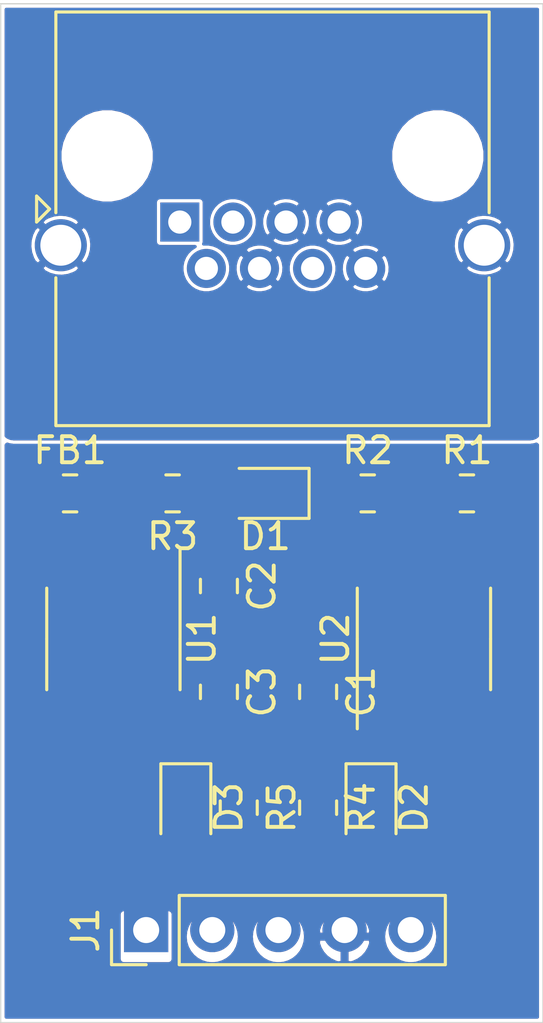
<source format=kicad_pcb>
(kicad_pcb (version 20171130) (host pcbnew "(5.1.4)-1")

  (general
    (thickness 1.6)
    (drawings 5)
    (tracks 0)
    (zones 0)
    (modules 16)
    (nets 15)
  )

  (page A4)
  (layers
    (0 F.Cu signal)
    (1 In1.Cu power)
    (2 In2.Cu power)
    (31 B.Cu signal)
    (32 B.Adhes user hide)
    (33 F.Adhes user hide)
    (34 B.Paste user hide)
    (35 F.Paste user hide)
    (36 B.SilkS user hide)
    (37 F.SilkS user hide)
    (38 B.Mask user hide)
    (39 F.Mask user)
    (40 Dwgs.User user hide)
    (41 Cmts.User user hide)
    (42 Eco1.User user hide)
    (43 Eco2.User user hide)
    (44 Edge.Cuts user)
    (45 Margin user hide)
    (46 B.CrtYd user)
    (47 F.CrtYd user)
    (48 B.Fab user hide)
    (49 F.Fab user hide)
  )

  (setup
    (last_trace_width 0.3048)
    (user_trace_width 0.1016)
    (user_trace_width 0.1524)
    (user_trace_width 0.3048)
    (user_trace_width 0.508)
    (trace_clearance 0.0889)
    (zone_clearance 0.127)
    (zone_45_only yes)
    (trace_min 0.0889)
    (via_size 0.8)
    (via_drill 0.4)
    (via_min_size 0.45)
    (via_min_drill 0.2)
    (user_via 0.4572 0.2286)
    (uvia_size 0.3)
    (uvia_drill 0.1)
    (uvias_allowed no)
    (uvia_min_size 0.2)
    (uvia_min_drill 0.1)
    (edge_width 0.05)
    (segment_width 0.2)
    (pcb_text_width 0.3)
    (pcb_text_size 1.5 1.5)
    (mod_edge_width 0.12)
    (mod_text_size 1 1)
    (mod_text_width 0.15)
    (pad_size 2.613 3.502)
    (pad_drill 0)
    (pad_to_mask_clearance 0.051)
    (solder_mask_min_width 0.25)
    (aux_axis_origin 0 0)
    (visible_elements 7FFFF7FF)
    (pcbplotparams
      (layerselection 0x010fc_ffffffff)
      (usegerberextensions false)
      (usegerberattributes false)
      (usegerberadvancedattributes false)
      (creategerberjobfile false)
      (excludeedgelayer true)
      (linewidth 0.100000)
      (plotframeref false)
      (viasonmask false)
      (mode 1)
      (useauxorigin false)
      (hpglpennumber 1)
      (hpglpenspeed 20)
      (hpglpendiameter 15.000000)
      (psnegative false)
      (psa4output false)
      (plotreference true)
      (plotvalue true)
      (plotinvisibletext false)
      (padsonsilk false)
      (subtractmaskfromsilk false)
      (outputformat 1)
      (mirror false)
      (drillshape 1)
      (scaleselection 1)
      (outputdirectory ""))
  )

  (net 0 "")
  (net 1 GND)
  (net 2 +3V3)
  (net 3 +5V)
  (net 4 "Net-(D1-Pad2)")
  (net 5 "Net-(D2-Pad2)")
  (net 6 "Net-(D3-Pad2)")
  (net 7 /GND_SH)
  (net 8 /RX)
  (net 9 /TX)
  (net 10 /TX+)
  (net 11 /RX+)
  (net 12 /TX-)
  (net 13 /RX-)
  (net 14 "Net-(U1-Pad3)")

  (net_class Default "This is the default net class."
    (clearance 0.0889)
    (trace_width 0.25)
    (via_dia 0.8)
    (via_drill 0.4)
    (uvia_dia 0.3)
    (uvia_drill 0.1)
    (add_net +3V3)
    (add_net +5V)
    (add_net /GND_SH)
    (add_net /RX)
    (add_net /RX+)
    (add_net /RX-)
    (add_net /TX)
    (add_net /TX+)
    (add_net /TX-)
    (add_net GND)
    (add_net "Net-(D1-Pad2)")
    (add_net "Net-(D2-Pad2)")
    (add_net "Net-(D3-Pad2)")
    (add_net "Net-(U1-Pad3)")
  )

  (module Package_SO:SOIC-8_3.9x4.9mm_P1.27mm (layer F.Cu) (tedit 5C97300E) (tstamp 5E1EA11E)
    (at 37.084 40.64 90)
    (descr "SOIC, 8 Pin (JEDEC MS-012AA, https://www.analog.com/media/en/package-pcb-resources/package/pkg_pdf/soic_narrow-r/r_8.pdf), generated with kicad-footprint-generator ipc_gullwing_generator.py")
    (tags "SOIC SO")
    (path /5E1A9AEF)
    (attr smd)
    (fp_text reference U2 (at 0 -3.4 90) (layer F.SilkS)
      (effects (font (size 1 1) (thickness 0.15)))
    )
    (fp_text value ISL83488 (at 0 3.4 90) (layer F.Fab)
      (effects (font (size 1 1) (thickness 0.15)))
    )
    (fp_text user %R (at 0 0 90) (layer F.Fab)
      (effects (font (size 0.98 0.98) (thickness 0.15)))
    )
    (fp_line (start 3.7 -2.7) (end -3.7 -2.7) (layer F.CrtYd) (width 0.05))
    (fp_line (start 3.7 2.7) (end 3.7 -2.7) (layer F.CrtYd) (width 0.05))
    (fp_line (start -3.7 2.7) (end 3.7 2.7) (layer F.CrtYd) (width 0.05))
    (fp_line (start -3.7 -2.7) (end -3.7 2.7) (layer F.CrtYd) (width 0.05))
    (fp_line (start -1.95 -1.475) (end -0.975 -2.45) (layer F.Fab) (width 0.1))
    (fp_line (start -1.95 2.45) (end -1.95 -1.475) (layer F.Fab) (width 0.1))
    (fp_line (start 1.95 2.45) (end -1.95 2.45) (layer F.Fab) (width 0.1))
    (fp_line (start 1.95 -2.45) (end 1.95 2.45) (layer F.Fab) (width 0.1))
    (fp_line (start -0.975 -2.45) (end 1.95 -2.45) (layer F.Fab) (width 0.1))
    (fp_line (start 0 -2.56) (end -3.45 -2.56) (layer F.SilkS) (width 0.12))
    (fp_line (start 0 -2.56) (end 1.95 -2.56) (layer F.SilkS) (width 0.12))
    (fp_line (start 0 2.56) (end -1.95 2.56) (layer F.SilkS) (width 0.12))
    (fp_line (start 0 2.56) (end 1.95 2.56) (layer F.SilkS) (width 0.12))
    (pad 8 smd roundrect (at 2.475 -1.905 90) (size 1.95 0.6) (layers F.Cu F.Paste F.Mask) (roundrect_rratio 0.25)
      (net 11 /RX+))
    (pad 7 smd roundrect (at 2.475 -0.635 90) (size 1.95 0.6) (layers F.Cu F.Paste F.Mask) (roundrect_rratio 0.25)
      (net 13 /RX-))
    (pad 6 smd roundrect (at 2.475 0.635 90) (size 1.95 0.6) (layers F.Cu F.Paste F.Mask) (roundrect_rratio 0.25)
      (net 12 /TX-))
    (pad 5 smd roundrect (at 2.475 1.905 90) (size 1.95 0.6) (layers F.Cu F.Paste F.Mask) (roundrect_rratio 0.25)
      (net 10 /TX+))
    (pad 4 smd roundrect (at -2.475 1.905 90) (size 1.95 0.6) (layers F.Cu F.Paste F.Mask) (roundrect_rratio 0.25)
      (net 1 GND))
    (pad 3 smd roundrect (at -2.475 0.635 90) (size 1.95 0.6) (layers F.Cu F.Paste F.Mask) (roundrect_rratio 0.25)
      (net 9 /TX))
    (pad 2 smd roundrect (at -2.475 -0.635 90) (size 1.95 0.6) (layers F.Cu F.Paste F.Mask) (roundrect_rratio 0.25)
      (net 8 /RX))
    (pad 1 smd roundrect (at -2.475 -1.905 90) (size 1.95 0.6) (layers F.Cu F.Paste F.Mask) (roundrect_rratio 0.25)
      (net 2 +3V3))
    (model ${KISYS3DMOD}/Package_SO.3dshapes/SOIC-8_3.9x4.9mm_P1.27mm.wrl
      (at (xyz 0 0 0))
      (scale (xyz 1 1 1))
      (rotate (xyz 0 0 0))
    )
  )

  (module Package_SO:SOIC-8-1EP_3.9x4.9mm_P1.27mm_EP2.29x3mm (layer F.Cu) (tedit 5C56E16F) (tstamp 5E1EA104)
    (at 25.158 40.64 270)
    (descr "SOIC, 8 Pin (https://www.analog.com/media/en/technical-documentation/data-sheets/ada4898-1_4898-2.pdf#page=29), generated with kicad-footprint-generator ipc_gullwing_generator.py")
    (tags "SOIC SO")
    (path /5E1ED7FD)
    (attr smd)
    (fp_text reference U1 (at 0 -3.4 90) (layer F.SilkS)
      (effects (font (size 1 1) (thickness 0.15)))
    )
    (fp_text value AP7361C_SO-8EP (at 0 3.4 90) (layer F.Fab)
      (effects (font (size 1 1) (thickness 0.15)))
    )
    (fp_text user %R (at 0 0 90) (layer F.Fab)
      (effects (font (size 0.98 0.98) (thickness 0.15)))
    )
    (fp_line (start 3.7 -2.7) (end -3.7 -2.7) (layer F.CrtYd) (width 0.05))
    (fp_line (start 3.7 2.7) (end 3.7 -2.7) (layer F.CrtYd) (width 0.05))
    (fp_line (start -3.7 2.7) (end 3.7 2.7) (layer F.CrtYd) (width 0.05))
    (fp_line (start -3.7 -2.7) (end -3.7 2.7) (layer F.CrtYd) (width 0.05))
    (fp_line (start -1.95 -1.475) (end -0.975 -2.45) (layer F.Fab) (width 0.1))
    (fp_line (start -1.95 2.45) (end -1.95 -1.475) (layer F.Fab) (width 0.1))
    (fp_line (start 1.95 2.45) (end -1.95 2.45) (layer F.Fab) (width 0.1))
    (fp_line (start 1.95 -2.45) (end 1.95 2.45) (layer F.Fab) (width 0.1))
    (fp_line (start -0.975 -2.45) (end 1.95 -2.45) (layer F.Fab) (width 0.1))
    (fp_line (start 0 -2.56) (end -3.45 -2.56) (layer F.SilkS) (width 0.12))
    (fp_line (start 0 -2.56) (end 1.95 -2.56) (layer F.SilkS) (width 0.12))
    (fp_line (start 0 2.56) (end -1.95 2.56) (layer F.SilkS) (width 0.12))
    (fp_line (start 0 2.56) (end 1.95 2.56) (layer F.SilkS) (width 0.12))
    (pad 8 smd roundrect (at 2.475 -1.905 270) (size 1.95 0.6) (layers F.Cu F.Paste F.Mask) (roundrect_rratio 0.25)
      (net 3 +5V))
    (pad 7 smd roundrect (at 2.475 -0.635 270) (size 1.95 0.6) (layers F.Cu F.Paste F.Mask) (roundrect_rratio 0.25)
      (net 14 "Net-(U1-Pad3)"))
    (pad 6 smd roundrect (at 2.475 0.635 270) (size 1.95 0.6) (layers F.Cu F.Paste F.Mask) (roundrect_rratio 0.25)
      (net 14 "Net-(U1-Pad3)"))
    (pad 5 smd roundrect (at 2.475 1.905 270) (size 1.95 0.6) (layers F.Cu F.Paste F.Mask) (roundrect_rratio 0.25)
      (net 14 "Net-(U1-Pad3)"))
    (pad 4 smd roundrect (at -2.475 1.905 270) (size 1.95 0.6) (layers F.Cu F.Paste F.Mask) (roundrect_rratio 0.25)
      (net 1 GND))
    (pad 3 smd roundrect (at -2.475 0.635 270) (size 1.95 0.6) (layers F.Cu F.Paste F.Mask) (roundrect_rratio 0.25)
      (net 14 "Net-(U1-Pad3)"))
    (pad 2 smd roundrect (at -2.475 -0.635 270) (size 1.95 0.6) (layers F.Cu F.Paste F.Mask) (roundrect_rratio 0.25)
      (net 3 +5V))
    (pad 1 smd roundrect (at -2.475 -1.905 270) (size 1.95 0.6) (layers F.Cu F.Paste F.Mask) (roundrect_rratio 0.25)
      (net 2 +3V3))
    (pad "" smd roundrect (at 0.57 0.75 270) (size 0.92 1.21) (layers F.Paste) (roundrect_rratio 0.25))
    (pad "" smd roundrect (at 0.57 -0.75 270) (size 0.92 1.21) (layers F.Paste) (roundrect_rratio 0.25))
    (pad "" smd roundrect (at -0.57 0.75 270) (size 0.92 1.21) (layers F.Paste) (roundrect_rratio 0.25))
    (pad "" smd roundrect (at -0.57 -0.75 270) (size 0.92 1.21) (layers F.Paste) (roundrect_rratio 0.25))
    (pad 9 smd roundrect (at 0 0 270) (size 2.29 3) (layers F.Cu F.Mask) (roundrect_rratio 0.10917))
    (model ${KISYS3DMOD}/Package_SO.3dshapes/SOIC-8-1EP_3.9x4.9mm_P1.27mm_EP2.29x3mm.wrl
      (at (xyz 0 0 0))
      (scale (xyz 1 1 1))
      (rotate (xyz 0 0 0))
    )
  )

  (module Resistor_SMD:R_0805_2012Metric (layer F.Cu) (tedit 5B36C52B) (tstamp 5E1EF572)
    (at 29.972 47.117 270)
    (descr "Resistor SMD 0805 (2012 Metric), square (rectangular) end terminal, IPC_7351 nominal, (Body size source: https://docs.google.com/spreadsheets/d/1BsfQQcO9C6DZCsRaXUlFlo91Tg2WpOkGARC1WS5S8t0/edit?usp=sharing), generated with kicad-footprint-generator")
    (tags resistor)
    (path /5E2369F6)
    (attr smd)
    (fp_text reference R5 (at 0 -1.65 90) (layer F.SilkS)
      (effects (font (size 1 1) (thickness 0.15)))
    )
    (fp_text value 140R (at 0 1.65 90) (layer F.Fab)
      (effects (font (size 1 1) (thickness 0.15)))
    )
    (fp_text user %R (at 0 0 90) (layer F.Fab)
      (effects (font (size 0.5 0.5) (thickness 0.08)))
    )
    (fp_line (start 1.68 0.95) (end -1.68 0.95) (layer F.CrtYd) (width 0.05))
    (fp_line (start 1.68 -0.95) (end 1.68 0.95) (layer F.CrtYd) (width 0.05))
    (fp_line (start -1.68 -0.95) (end 1.68 -0.95) (layer F.CrtYd) (width 0.05))
    (fp_line (start -1.68 0.95) (end -1.68 -0.95) (layer F.CrtYd) (width 0.05))
    (fp_line (start -0.258578 0.71) (end 0.258578 0.71) (layer F.SilkS) (width 0.12))
    (fp_line (start -0.258578 -0.71) (end 0.258578 -0.71) (layer F.SilkS) (width 0.12))
    (fp_line (start 1 0.6) (end -1 0.6) (layer F.Fab) (width 0.1))
    (fp_line (start 1 -0.6) (end 1 0.6) (layer F.Fab) (width 0.1))
    (fp_line (start -1 -0.6) (end 1 -0.6) (layer F.Fab) (width 0.1))
    (fp_line (start -1 0.6) (end -1 -0.6) (layer F.Fab) (width 0.1))
    (pad 2 smd roundrect (at 0.9375 0 270) (size 0.975 1.4) (layers F.Cu F.Paste F.Mask) (roundrect_rratio 0.25)
      (net 8 /RX))
    (pad 1 smd roundrect (at -0.9375 0 270) (size 0.975 1.4) (layers F.Cu F.Paste F.Mask) (roundrect_rratio 0.25)
      (net 6 "Net-(D3-Pad2)"))
    (model ${KISYS3DMOD}/Resistor_SMD.3dshapes/R_0805_2012Metric.wrl
      (at (xyz 0 0 0))
      (scale (xyz 1 1 1))
      (rotate (xyz 0 0 0))
    )
  )

  (module Resistor_SMD:R_0805_2012Metric (layer F.Cu) (tedit 5B36C52B) (tstamp 5E1EF860)
    (at 33.02 47.117 270)
    (descr "Resistor SMD 0805 (2012 Metric), square (rectangular) end terminal, IPC_7351 nominal, (Body size source: https://docs.google.com/spreadsheets/d/1BsfQQcO9C6DZCsRaXUlFlo91Tg2WpOkGARC1WS5S8t0/edit?usp=sharing), generated with kicad-footprint-generator")
    (tags resistor)
    (path /5E26012F)
    (attr smd)
    (fp_text reference R4 (at 0 -1.65 90) (layer F.SilkS)
      (effects (font (size 1 1) (thickness 0.15)))
    )
    (fp_text value 140R (at 0 1.65 90) (layer F.Fab)
      (effects (font (size 1 1) (thickness 0.15)))
    )
    (fp_text user %R (at 0 0 90) (layer F.Fab)
      (effects (font (size 0.5 0.5) (thickness 0.08)))
    )
    (fp_line (start 1.68 0.95) (end -1.68 0.95) (layer F.CrtYd) (width 0.05))
    (fp_line (start 1.68 -0.95) (end 1.68 0.95) (layer F.CrtYd) (width 0.05))
    (fp_line (start -1.68 -0.95) (end 1.68 -0.95) (layer F.CrtYd) (width 0.05))
    (fp_line (start -1.68 0.95) (end -1.68 -0.95) (layer F.CrtYd) (width 0.05))
    (fp_line (start -0.258578 0.71) (end 0.258578 0.71) (layer F.SilkS) (width 0.12))
    (fp_line (start -0.258578 -0.71) (end 0.258578 -0.71) (layer F.SilkS) (width 0.12))
    (fp_line (start 1 0.6) (end -1 0.6) (layer F.Fab) (width 0.1))
    (fp_line (start 1 -0.6) (end 1 0.6) (layer F.Fab) (width 0.1))
    (fp_line (start -1 -0.6) (end 1 -0.6) (layer F.Fab) (width 0.1))
    (fp_line (start -1 0.6) (end -1 -0.6) (layer F.Fab) (width 0.1))
    (pad 2 smd roundrect (at 0.9375 0 270) (size 0.975 1.4) (layers F.Cu F.Paste F.Mask) (roundrect_rratio 0.25)
      (net 9 /TX))
    (pad 1 smd roundrect (at -0.9375 0 270) (size 0.975 1.4) (layers F.Cu F.Paste F.Mask) (roundrect_rratio 0.25)
      (net 5 "Net-(D2-Pad2)"))
    (model ${KISYS3DMOD}/Resistor_SMD.3dshapes/R_0805_2012Metric.wrl
      (at (xyz 0 0 0))
      (scale (xyz 1 1 1))
      (rotate (xyz 0 0 0))
    )
  )

  (module Resistor_SMD:R_0805_2012Metric (layer F.Cu) (tedit 5B36C52B) (tstamp 5E1EFB79)
    (at 27.432 35.052 180)
    (descr "Resistor SMD 0805 (2012 Metric), square (rectangular) end terminal, IPC_7351 nominal, (Body size source: https://docs.google.com/spreadsheets/d/1BsfQQcO9C6DZCsRaXUlFlo91Tg2WpOkGARC1WS5S8t0/edit?usp=sharing), generated with kicad-footprint-generator")
    (tags resistor)
    (path /5E263CD9)
    (attr smd)
    (fp_text reference R3 (at 0 -1.65) (layer F.SilkS)
      (effects (font (size 1 1) (thickness 0.15)))
    )
    (fp_text value 55R (at 0 1.65) (layer F.Fab)
      (effects (font (size 1 1) (thickness 0.15)))
    )
    (fp_line (start -1 0.6) (end -1 -0.6) (layer F.Fab) (width 0.1))
    (fp_line (start -1 -0.6) (end 1 -0.6) (layer F.Fab) (width 0.1))
    (fp_line (start 1 -0.6) (end 1 0.6) (layer F.Fab) (width 0.1))
    (fp_line (start 1 0.6) (end -1 0.6) (layer F.Fab) (width 0.1))
    (fp_line (start -0.258578 -0.71) (end 0.258578 -0.71) (layer F.SilkS) (width 0.12))
    (fp_line (start -0.258578 0.71) (end 0.258578 0.71) (layer F.SilkS) (width 0.12))
    (fp_line (start -1.68 0.95) (end -1.68 -0.95) (layer F.CrtYd) (width 0.05))
    (fp_line (start -1.68 -0.95) (end 1.68 -0.95) (layer F.CrtYd) (width 0.05))
    (fp_line (start 1.68 -0.95) (end 1.68 0.95) (layer F.CrtYd) (width 0.05))
    (fp_line (start 1.68 0.95) (end -1.68 0.95) (layer F.CrtYd) (width 0.05))
    (fp_text user %R (at 0 0) (layer F.Fab)
      (effects (font (size 0.5 0.5) (thickness 0.08)))
    )
    (pad 1 smd roundrect (at -0.9375 0 180) (size 0.975 1.4) (layers F.Cu F.Paste F.Mask) (roundrect_rratio 0.25)
      (net 4 "Net-(D1-Pad2)"))
    (pad 2 smd roundrect (at 0.9375 0 180) (size 0.975 1.4) (layers F.Cu F.Paste F.Mask) (roundrect_rratio 0.25)
      (net 2 +3V3))
    (model ${KISYS3DMOD}/Resistor_SMD.3dshapes/R_0805_2012Metric.wrl
      (at (xyz 0 0 0))
      (scale (xyz 1 1 1))
      (rotate (xyz 0 0 0))
    )
  )

  (module Resistor_SMD:R_0805_2012Metric (layer F.Cu) (tedit 5B36C52B) (tstamp 5E1EA096)
    (at 34.925 35.052)
    (descr "Resistor SMD 0805 (2012 Metric), square (rectangular) end terminal, IPC_7351 nominal, (Body size source: https://docs.google.com/spreadsheets/d/1BsfQQcO9C6DZCsRaXUlFlo91Tg2WpOkGARC1WS5S8t0/edit?usp=sharing), generated with kicad-footprint-generator")
    (tags resistor)
    (path /5E1EA07D)
    (attr smd)
    (fp_text reference R2 (at 0 -1.65) (layer F.SilkS)
      (effects (font (size 1 1) (thickness 0.15)))
    )
    (fp_text value OMIT (at 0 1.65) (layer F.Fab)
      (effects (font (size 1 1) (thickness 0.15)))
    )
    (fp_text user %R (at 0 0) (layer F.Fab)
      (effects (font (size 0.5 0.5) (thickness 0.08)))
    )
    (fp_line (start 1.68 0.95) (end -1.68 0.95) (layer F.CrtYd) (width 0.05))
    (fp_line (start 1.68 -0.95) (end 1.68 0.95) (layer F.CrtYd) (width 0.05))
    (fp_line (start -1.68 -0.95) (end 1.68 -0.95) (layer F.CrtYd) (width 0.05))
    (fp_line (start -1.68 0.95) (end -1.68 -0.95) (layer F.CrtYd) (width 0.05))
    (fp_line (start -0.258578 0.71) (end 0.258578 0.71) (layer F.SilkS) (width 0.12))
    (fp_line (start -0.258578 -0.71) (end 0.258578 -0.71) (layer F.SilkS) (width 0.12))
    (fp_line (start 1 0.6) (end -1 0.6) (layer F.Fab) (width 0.1))
    (fp_line (start 1 -0.6) (end 1 0.6) (layer F.Fab) (width 0.1))
    (fp_line (start -1 -0.6) (end 1 -0.6) (layer F.Fab) (width 0.1))
    (fp_line (start -1 0.6) (end -1 -0.6) (layer F.Fab) (width 0.1))
    (pad 2 smd roundrect (at 0.9375 0) (size 0.975 1.4) (layers F.Cu F.Paste F.Mask) (roundrect_rratio 0.25)
      (net 13 /RX-))
    (pad 1 smd roundrect (at -0.9375 0) (size 0.975 1.4) (layers F.Cu F.Paste F.Mask) (roundrect_rratio 0.25)
      (net 11 /RX+))
    (model ${KISYS3DMOD}/Resistor_SMD.3dshapes/R_0805_2012Metric.wrl
      (at (xyz 0 0 0))
      (scale (xyz 1 1 1))
      (rotate (xyz 0 0 0))
    )
  )

  (module Resistor_SMD:R_0805_2012Metric (layer F.Cu) (tedit 5B36C52B) (tstamp 5E1EA085)
    (at 38.735 35.052)
    (descr "Resistor SMD 0805 (2012 Metric), square (rectangular) end terminal, IPC_7351 nominal, (Body size source: https://docs.google.com/spreadsheets/d/1BsfQQcO9C6DZCsRaXUlFlo91Tg2WpOkGARC1WS5S8t0/edit?usp=sharing), generated with kicad-footprint-generator")
    (tags resistor)
    (path /5E1ED10B)
    (attr smd)
    (fp_text reference R1 (at 0 -1.65) (layer F.SilkS)
      (effects (font (size 1 1) (thickness 0.15)))
    )
    (fp_text value 120R (at 0 1.65) (layer F.Fab)
      (effects (font (size 1 1) (thickness 0.15)))
    )
    (fp_text user %R (at 0 0) (layer F.Fab)
      (effects (font (size 0.5 0.5) (thickness 0.08)))
    )
    (fp_line (start 1.68 0.95) (end -1.68 0.95) (layer F.CrtYd) (width 0.05))
    (fp_line (start 1.68 -0.95) (end 1.68 0.95) (layer F.CrtYd) (width 0.05))
    (fp_line (start -1.68 -0.95) (end 1.68 -0.95) (layer F.CrtYd) (width 0.05))
    (fp_line (start -1.68 0.95) (end -1.68 -0.95) (layer F.CrtYd) (width 0.05))
    (fp_line (start -0.258578 0.71) (end 0.258578 0.71) (layer F.SilkS) (width 0.12))
    (fp_line (start -0.258578 -0.71) (end 0.258578 -0.71) (layer F.SilkS) (width 0.12))
    (fp_line (start 1 0.6) (end -1 0.6) (layer F.Fab) (width 0.1))
    (fp_line (start 1 -0.6) (end 1 0.6) (layer F.Fab) (width 0.1))
    (fp_line (start -1 -0.6) (end 1 -0.6) (layer F.Fab) (width 0.1))
    (fp_line (start -1 0.6) (end -1 -0.6) (layer F.Fab) (width 0.1))
    (pad 2 smd roundrect (at 0.9375 0) (size 0.975 1.4) (layers F.Cu F.Paste F.Mask) (roundrect_rratio 0.25)
      (net 10 /TX+))
    (pad 1 smd roundrect (at -0.9375 0) (size 0.975 1.4) (layers F.Cu F.Paste F.Mask) (roundrect_rratio 0.25)
      (net 12 /TX-))
    (model ${KISYS3DMOD}/Resistor_SMD.3dshapes/R_0805_2012Metric.wrl
      (at (xyz 0 0 0))
      (scale (xyz 1 1 1))
      (rotate (xyz 0 0 0))
    )
  )

  (module Connector_RJ:RJ45_Amphenol_RJHSE5380 (layer F.Cu) (tedit 5AD365F7) (tstamp 5E1EBB93)
    (at 27.7081 24.636)
    (descr "Shielded, https://www.amphenolcanada.com/ProductSearch/drawings/AC/RJHSE538X.pdf")
    (tags "RJ45 8p8c ethernet cat5")
    (path /5E1AB009)
    (fp_text reference J2 (at 3.56 -9.5) (layer F.SilkS)
      (effects (font (size 1 1) (thickness 0.15)))
    )
    (fp_text value 8P8C_Shielded (at 3.56 9.5) (layer F.Fab)
      (effects (font (size 1 1) (thickness 0.15)))
    )
    (fp_line (start -5.5 -1) (end -5 -0.5) (layer F.SilkS) (width 0.12))
    (fp_line (start -5.5 0) (end -5.5 -1) (layer F.SilkS) (width 0.12))
    (fp_line (start -5 -0.5) (end -5.5 0) (layer F.SilkS) (width 0.12))
    (fp_text user %R (at 3.56 -6) (layer F.Fab)
      (effects (font (size 1 1) (thickness 0.15)))
    )
    (fp_line (start 13.19 -8.5) (end 13.19 8.25) (layer F.CrtYd) (width 0.05))
    (fp_line (start -6.07 8.25) (end 13.19 8.25) (layer F.CrtYd) (width 0.05))
    (fp_line (start -6.07 -8.5) (end -6.07 8.25) (layer F.CrtYd) (width 0.05))
    (fp_line (start -6.07 -8.5) (end 13.19 -8.5) (layer F.CrtYd) (width 0.05))
    (fp_line (start -4.695 -7) (end -3.695 -8) (layer F.Fab) (width 0.1))
    (fp_line (start 11.88 7.815) (end 11.88 2.14) (layer F.SilkS) (width 0.12))
    (fp_line (start -4.76 7.815) (end -4.76 2.14) (layer F.SilkS) (width 0.12))
    (fp_line (start -4.76 7.815) (end 11.88 7.815) (layer F.SilkS) (width 0.12))
    (fp_line (start 11.88 -8.065) (end 11.88 -0.36) (layer F.SilkS) (width 0.12))
    (fp_line (start -4.76 -8.065) (end -4.76 -0.36) (layer F.SilkS) (width 0.12))
    (fp_line (start -4.76 -8.065) (end 11.88 -8.065) (layer F.SilkS) (width 0.12))
    (fp_line (start 11.815 -8) (end 11.815 7.75) (layer F.Fab) (width 0.1))
    (fp_line (start -3.695 -8) (end 11.815 -8) (layer F.Fab) (width 0.1))
    (fp_line (start -4.695 7.75) (end 11.815 7.75) (layer F.Fab) (width 0.1))
    (fp_line (start -4.695 -7) (end -4.695 7.75) (layer F.Fab) (width 0.1))
    (pad SH thru_hole circle (at -4.57 0.89) (size 2 2) (drill 1.57) (layers *.Cu *.Mask)
      (net 7 /GND_SH))
    (pad SH thru_hole circle (at 11.69 0.89) (size 2 2) (drill 1.57) (layers *.Cu *.Mask)
      (net 7 /GND_SH))
    (pad "" np_thru_hole circle (at 9.91 -2.54) (size 3.25 3.25) (drill 3.25) (layers *.Cu *.Mask))
    (pad "" np_thru_hole circle (at -2.79 -2.54) (size 3.25 3.25) (drill 3.25) (layers *.Cu *.Mask))
    (pad 8 thru_hole circle (at 7.14 1.78) (size 1.5 1.5) (drill 0.89) (layers *.Cu *.Mask)
      (net 7 /GND_SH))
    (pad 6 thru_hole circle (at 5.1 1.78) (size 1.5 1.5) (drill 0.89) (layers *.Cu *.Mask)
      (net 10 /TX+))
    (pad 4 thru_hole circle (at 3.06 1.78) (size 1.5 1.5) (drill 0.89) (layers *.Cu *.Mask)
      (net 7 /GND_SH))
    (pad 2 thru_hole circle (at 1.02 1.78) (size 1.5 1.5) (drill 0.89) (layers *.Cu *.Mask)
      (net 11 /RX+))
    (pad 7 thru_hole circle (at 6.12 0) (size 1.5 1.5) (drill 0.89) (layers *.Cu *.Mask)
      (net 7 /GND_SH))
    (pad 5 thru_hole circle (at 4.08 0) (size 1.5 1.5) (drill 0.89) (layers *.Cu *.Mask)
      (net 7 /GND_SH))
    (pad 3 thru_hole circle (at 2.04 0) (size 1.5 1.5) (drill 0.89) (layers *.Cu *.Mask)
      (net 12 /TX-))
    (pad 1 thru_hole rect (at 0 0) (size 1.5 1.5) (drill 0.89) (layers *.Cu *.Mask)
      (net 13 /RX-))
    (model ${KISYS3DMOD}/Connector_RJ.3dshapes/RJ45_Amphenol_RJHSE5380.wrl
      (at (xyz 0 0 0))
      (scale (xyz 1 1 1))
      (rotate (xyz 0 0 0))
    )
  )

  (module Connector_PinHeader_2.54mm:PinHeader_1x05_P2.54mm_Vertical (layer F.Cu) (tedit 59FED5CC) (tstamp 5E1EA051)
    (at 26.416 51.816 90)
    (descr "Through hole straight pin header, 1x05, 2.54mm pitch, single row")
    (tags "Through hole pin header THT 1x05 2.54mm single row")
    (path /5E220106)
    (fp_text reference J1 (at 0 -2.33 90) (layer F.SilkS)
      (effects (font (size 1 1) (thickness 0.15)))
    )
    (fp_text value Conn_01x05 (at 0 12.49 90) (layer F.Fab)
      (effects (font (size 1 1) (thickness 0.15)))
    )
    (fp_text user %R (at 0 5.08) (layer F.Fab)
      (effects (font (size 1 1) (thickness 0.15)))
    )
    (fp_line (start 1.8 -1.8) (end -1.8 -1.8) (layer F.CrtYd) (width 0.05))
    (fp_line (start 1.8 11.95) (end 1.8 -1.8) (layer F.CrtYd) (width 0.05))
    (fp_line (start -1.8 11.95) (end 1.8 11.95) (layer F.CrtYd) (width 0.05))
    (fp_line (start -1.8 -1.8) (end -1.8 11.95) (layer F.CrtYd) (width 0.05))
    (fp_line (start -1.33 -1.33) (end 0 -1.33) (layer F.SilkS) (width 0.12))
    (fp_line (start -1.33 0) (end -1.33 -1.33) (layer F.SilkS) (width 0.12))
    (fp_line (start -1.33 1.27) (end 1.33 1.27) (layer F.SilkS) (width 0.12))
    (fp_line (start 1.33 1.27) (end 1.33 11.49) (layer F.SilkS) (width 0.12))
    (fp_line (start -1.33 1.27) (end -1.33 11.49) (layer F.SilkS) (width 0.12))
    (fp_line (start -1.33 11.49) (end 1.33 11.49) (layer F.SilkS) (width 0.12))
    (fp_line (start -1.27 -0.635) (end -0.635 -1.27) (layer F.Fab) (width 0.1))
    (fp_line (start -1.27 11.43) (end -1.27 -0.635) (layer F.Fab) (width 0.1))
    (fp_line (start 1.27 11.43) (end -1.27 11.43) (layer F.Fab) (width 0.1))
    (fp_line (start 1.27 -1.27) (end 1.27 11.43) (layer F.Fab) (width 0.1))
    (fp_line (start -0.635 -1.27) (end 1.27 -1.27) (layer F.Fab) (width 0.1))
    (pad 5 thru_hole oval (at 0 10.16 90) (size 1.7 1.7) (drill 1) (layers *.Cu *.Mask)
      (net 2 +3V3))
    (pad 4 thru_hole oval (at 0 7.62 90) (size 1.7 1.7) (drill 1) (layers *.Cu *.Mask)
      (net 1 GND))
    (pad 3 thru_hole oval (at 0 5.08 90) (size 1.7 1.7) (drill 1) (layers *.Cu *.Mask)
      (net 9 /TX))
    (pad 2 thru_hole oval (at 0 2.54 90) (size 1.7 1.7) (drill 1) (layers *.Cu *.Mask)
      (net 8 /RX))
    (pad 1 thru_hole rect (at 0 0 90) (size 1.7 1.7) (drill 1) (layers *.Cu *.Mask)
      (net 3 +5V))
    (model ${KISYS3DMOD}/Connector_PinHeader_2.54mm.3dshapes/PinHeader_1x05_P2.54mm_Vertical.wrl
      (at (xyz 0 0 0))
      (scale (xyz 1 1 1))
      (rotate (xyz 0 0 0))
    )
  )

  (module Inductor_SMD:L_0805_2012Metric (layer F.Cu) (tedit 5B36C52B) (tstamp 5E1EA038)
    (at 23.495 35.052)
    (descr "Inductor SMD 0805 (2012 Metric), square (rectangular) end terminal, IPC_7351 nominal, (Body size source: https://docs.google.com/spreadsheets/d/1BsfQQcO9C6DZCsRaXUlFlo91Tg2WpOkGARC1WS5S8t0/edit?usp=sharing), generated with kicad-footprint-generator")
    (tags inductor)
    (path /5E1F16A9)
    (attr smd)
    (fp_text reference FB1 (at 0 -1.65 180) (layer F.SilkS)
      (effects (font (size 1 1) (thickness 0.15)))
    )
    (fp_text value Ferrite (at 0 1.65 180) (layer F.Fab)
      (effects (font (size 1 1) (thickness 0.15)))
    )
    (fp_text user %R (at 0 0 180) (layer F.Fab)
      (effects (font (size 0.5 0.5) (thickness 0.08)))
    )
    (fp_line (start 1.68 0.95) (end -1.68 0.95) (layer F.CrtYd) (width 0.05))
    (fp_line (start 1.68 -0.95) (end 1.68 0.95) (layer F.CrtYd) (width 0.05))
    (fp_line (start -1.68 -0.95) (end 1.68 -0.95) (layer F.CrtYd) (width 0.05))
    (fp_line (start -1.68 0.95) (end -1.68 -0.95) (layer F.CrtYd) (width 0.05))
    (fp_line (start -0.258578 0.71) (end 0.258578 0.71) (layer F.SilkS) (width 0.12))
    (fp_line (start -0.258578 -0.71) (end 0.258578 -0.71) (layer F.SilkS) (width 0.12))
    (fp_line (start 1 0.6) (end -1 0.6) (layer F.Fab) (width 0.1))
    (fp_line (start 1 -0.6) (end 1 0.6) (layer F.Fab) (width 0.1))
    (fp_line (start -1 -0.6) (end 1 -0.6) (layer F.Fab) (width 0.1))
    (fp_line (start -1 0.6) (end -1 -0.6) (layer F.Fab) (width 0.1))
    (pad 2 smd roundrect (at 0.9375 0) (size 0.975 1.4) (layers F.Cu F.Paste F.Mask) (roundrect_rratio 0.25)
      (net 1 GND))
    (pad 1 smd roundrect (at -0.9375 0) (size 0.975 1.4) (layers F.Cu F.Paste F.Mask) (roundrect_rratio 0.25)
      (net 7 /GND_SH))
    (model ${KISYS3DMOD}/Inductor_SMD.3dshapes/L_0805_2012Metric.wrl
      (at (xyz 0 0 0))
      (scale (xyz 1 1 1))
      (rotate (xyz 0 0 0))
    )
  )

  (module LED_SMD:LED_0805_2012Metric (layer F.Cu) (tedit 5B36C52C) (tstamp 5E1EA027)
    (at 27.94 47.117 270)
    (descr "LED SMD 0805 (2012 Metric), square (rectangular) end terminal, IPC_7351 nominal, (Body size source: https://docs.google.com/spreadsheets/d/1BsfQQcO9C6DZCsRaXUlFlo91Tg2WpOkGARC1WS5S8t0/edit?usp=sharing), generated with kicad-footprint-generator")
    (tags diode)
    (path /5E235951)
    (attr smd)
    (fp_text reference D3 (at 0 -1.65 90) (layer F.SilkS)
      (effects (font (size 1 1) (thickness 0.15)))
    )
    (fp_text value LTST-C171GKT (at 0 1.65 90) (layer F.Fab)
      (effects (font (size 1 1) (thickness 0.15)))
    )
    (fp_text user %R (at 0 0 90) (layer F.Fab)
      (effects (font (size 0.5 0.5) (thickness 0.08)))
    )
    (fp_line (start 1.68 0.95) (end -1.68 0.95) (layer F.CrtYd) (width 0.05))
    (fp_line (start 1.68 -0.95) (end 1.68 0.95) (layer F.CrtYd) (width 0.05))
    (fp_line (start -1.68 -0.95) (end 1.68 -0.95) (layer F.CrtYd) (width 0.05))
    (fp_line (start -1.68 0.95) (end -1.68 -0.95) (layer F.CrtYd) (width 0.05))
    (fp_line (start -1.685 0.96) (end 1 0.96) (layer F.SilkS) (width 0.12))
    (fp_line (start -1.685 -0.96) (end -1.685 0.96) (layer F.SilkS) (width 0.12))
    (fp_line (start 1 -0.96) (end -1.685 -0.96) (layer F.SilkS) (width 0.12))
    (fp_line (start 1 0.6) (end 1 -0.6) (layer F.Fab) (width 0.1))
    (fp_line (start -1 0.6) (end 1 0.6) (layer F.Fab) (width 0.1))
    (fp_line (start -1 -0.3) (end -1 0.6) (layer F.Fab) (width 0.1))
    (fp_line (start -0.7 -0.6) (end -1 -0.3) (layer F.Fab) (width 0.1))
    (fp_line (start 1 -0.6) (end -0.7 -0.6) (layer F.Fab) (width 0.1))
    (pad 2 smd roundrect (at 0.9375 0 270) (size 0.975 1.4) (layers F.Cu F.Paste F.Mask) (roundrect_rratio 0.25)
      (net 6 "Net-(D3-Pad2)"))
    (pad 1 smd roundrect (at -0.9375 0 270) (size 0.975 1.4) (layers F.Cu F.Paste F.Mask) (roundrect_rratio 0.25)
      (net 1 GND))
    (model ${KISYS3DMOD}/LED_SMD.3dshapes/LED_0805_2012Metric.wrl
      (at (xyz 0 0 0))
      (scale (xyz 1 1 1))
      (rotate (xyz 0 0 0))
    )
  )

  (module LED_SMD:LED_0805_2012Metric (layer F.Cu) (tedit 5B36C52C) (tstamp 5E1EA014)
    (at 35.052 47.117 270)
    (descr "LED SMD 0805 (2012 Metric), square (rectangular) end terminal, IPC_7351 nominal, (Body size source: https://docs.google.com/spreadsheets/d/1BsfQQcO9C6DZCsRaXUlFlo91Tg2WpOkGARC1WS5S8t0/edit?usp=sharing), generated with kicad-footprint-generator")
    (tags diode)
    (path /5E260125)
    (attr smd)
    (fp_text reference D2 (at 0 -1.65 90) (layer F.SilkS)
      (effects (font (size 1 1) (thickness 0.15)))
    )
    (fp_text value LTST-C171GKT (at 0 1.65 90) (layer F.Fab)
      (effects (font (size 1 1) (thickness 0.15)))
    )
    (fp_text user %R (at 0 0 90) (layer F.Fab)
      (effects (font (size 0.5 0.5) (thickness 0.08)))
    )
    (fp_line (start 1.68 0.95) (end -1.68 0.95) (layer F.CrtYd) (width 0.05))
    (fp_line (start 1.68 -0.95) (end 1.68 0.95) (layer F.CrtYd) (width 0.05))
    (fp_line (start -1.68 -0.95) (end 1.68 -0.95) (layer F.CrtYd) (width 0.05))
    (fp_line (start -1.68 0.95) (end -1.68 -0.95) (layer F.CrtYd) (width 0.05))
    (fp_line (start -1.685 0.96) (end 1 0.96) (layer F.SilkS) (width 0.12))
    (fp_line (start -1.685 -0.96) (end -1.685 0.96) (layer F.SilkS) (width 0.12))
    (fp_line (start 1 -0.96) (end -1.685 -0.96) (layer F.SilkS) (width 0.12))
    (fp_line (start 1 0.6) (end 1 -0.6) (layer F.Fab) (width 0.1))
    (fp_line (start -1 0.6) (end 1 0.6) (layer F.Fab) (width 0.1))
    (fp_line (start -1 -0.3) (end -1 0.6) (layer F.Fab) (width 0.1))
    (fp_line (start -0.7 -0.6) (end -1 -0.3) (layer F.Fab) (width 0.1))
    (fp_line (start 1 -0.6) (end -0.7 -0.6) (layer F.Fab) (width 0.1))
    (pad 2 smd roundrect (at 0.9375 0 270) (size 0.975 1.4) (layers F.Cu F.Paste F.Mask) (roundrect_rratio 0.25)
      (net 5 "Net-(D2-Pad2)"))
    (pad 1 smd roundrect (at -0.9375 0 270) (size 0.975 1.4) (layers F.Cu F.Paste F.Mask) (roundrect_rratio 0.25)
      (net 1 GND))
    (model ${KISYS3DMOD}/LED_SMD.3dshapes/LED_0805_2012Metric.wrl
      (at (xyz 0 0 0))
      (scale (xyz 1 1 1))
      (rotate (xyz 0 0 0))
    )
  )

  (module LED_SMD:LED_0805_2012Metric (layer F.Cu) (tedit 5B36C52C) (tstamp 5E1EFBAB)
    (at 30.988 35.052 180)
    (descr "LED SMD 0805 (2012 Metric), square (rectangular) end terminal, IPC_7351 nominal, (Body size source: https://docs.google.com/spreadsheets/d/1BsfQQcO9C6DZCsRaXUlFlo91Tg2WpOkGARC1WS5S8t0/edit?usp=sharing), generated with kicad-footprint-generator")
    (tags diode)
    (path /5E263CCF)
    (attr smd)
    (fp_text reference D1 (at 0 -1.65) (layer F.SilkS)
      (effects (font (size 1 1) (thickness 0.15)))
    )
    (fp_text value LTST-C171GKT (at 0 1.65) (layer F.Fab)
      (effects (font (size 1 1) (thickness 0.15)))
    )
    (fp_line (start 1 -0.6) (end -0.7 -0.6) (layer F.Fab) (width 0.1))
    (fp_line (start -0.7 -0.6) (end -1 -0.3) (layer F.Fab) (width 0.1))
    (fp_line (start -1 -0.3) (end -1 0.6) (layer F.Fab) (width 0.1))
    (fp_line (start -1 0.6) (end 1 0.6) (layer F.Fab) (width 0.1))
    (fp_line (start 1 0.6) (end 1 -0.6) (layer F.Fab) (width 0.1))
    (fp_line (start 1 -0.96) (end -1.685 -0.96) (layer F.SilkS) (width 0.12))
    (fp_line (start -1.685 -0.96) (end -1.685 0.96) (layer F.SilkS) (width 0.12))
    (fp_line (start -1.685 0.96) (end 1 0.96) (layer F.SilkS) (width 0.12))
    (fp_line (start -1.68 0.95) (end -1.68 -0.95) (layer F.CrtYd) (width 0.05))
    (fp_line (start -1.68 -0.95) (end 1.68 -0.95) (layer F.CrtYd) (width 0.05))
    (fp_line (start 1.68 -0.95) (end 1.68 0.95) (layer F.CrtYd) (width 0.05))
    (fp_line (start 1.68 0.95) (end -1.68 0.95) (layer F.CrtYd) (width 0.05))
    (fp_text user %R (at 0 0) (layer F.Fab)
      (effects (font (size 0.5 0.5) (thickness 0.08)))
    )
    (pad 1 smd roundrect (at -0.9375 0 180) (size 0.975 1.4) (layers F.Cu F.Paste F.Mask) (roundrect_rratio 0.25)
      (net 1 GND))
    (pad 2 smd roundrect (at 0.9375 0 180) (size 0.975 1.4) (layers F.Cu F.Paste F.Mask) (roundrect_rratio 0.25)
      (net 4 "Net-(D1-Pad2)"))
    (model ${KISYS3DMOD}/LED_SMD.3dshapes/LED_0805_2012Metric.wrl
      (at (xyz 0 0 0))
      (scale (xyz 1 1 1))
      (rotate (xyz 0 0 0))
    )
  )

  (module Capacitor_SMD:C_0805_2012Metric (layer F.Cu) (tedit 5B36C52B) (tstamp 5E1E9FEE)
    (at 29.21 42.672 270)
    (descr "Capacitor SMD 0805 (2012 Metric), square (rectangular) end terminal, IPC_7351 nominal, (Body size source: https://docs.google.com/spreadsheets/d/1BsfQQcO9C6DZCsRaXUlFlo91Tg2WpOkGARC1WS5S8t0/edit?usp=sharing), generated with kicad-footprint-generator")
    (tags capacitor)
    (path /5E1F110C)
    (attr smd)
    (fp_text reference C3 (at 0 -1.65 90) (layer F.SilkS)
      (effects (font (size 1 1) (thickness 0.15)))
    )
    (fp_text value 4.7u (at 0 1.65 90) (layer F.Fab)
      (effects (font (size 1 1) (thickness 0.15)))
    )
    (fp_text user %R (at 0 0 90) (layer F.Fab)
      (effects (font (size 0.5 0.5) (thickness 0.08)))
    )
    (fp_line (start 1.68 0.95) (end -1.68 0.95) (layer F.CrtYd) (width 0.05))
    (fp_line (start 1.68 -0.95) (end 1.68 0.95) (layer F.CrtYd) (width 0.05))
    (fp_line (start -1.68 -0.95) (end 1.68 -0.95) (layer F.CrtYd) (width 0.05))
    (fp_line (start -1.68 0.95) (end -1.68 -0.95) (layer F.CrtYd) (width 0.05))
    (fp_line (start -0.258578 0.71) (end 0.258578 0.71) (layer F.SilkS) (width 0.12))
    (fp_line (start -0.258578 -0.71) (end 0.258578 -0.71) (layer F.SilkS) (width 0.12))
    (fp_line (start 1 0.6) (end -1 0.6) (layer F.Fab) (width 0.1))
    (fp_line (start 1 -0.6) (end 1 0.6) (layer F.Fab) (width 0.1))
    (fp_line (start -1 -0.6) (end 1 -0.6) (layer F.Fab) (width 0.1))
    (fp_line (start -1 0.6) (end -1 -0.6) (layer F.Fab) (width 0.1))
    (pad 2 smd roundrect (at 0.9375 0 270) (size 0.975 1.4) (layers F.Cu F.Paste F.Mask) (roundrect_rratio 0.25)
      (net 3 +5V))
    (pad 1 smd roundrect (at -0.9375 0 270) (size 0.975 1.4) (layers F.Cu F.Paste F.Mask) (roundrect_rratio 0.25)
      (net 1 GND))
    (model ${KISYS3DMOD}/Capacitor_SMD.3dshapes/C_0805_2012Metric.wrl
      (at (xyz 0 0 0))
      (scale (xyz 1 1 1))
      (rotate (xyz 0 0 0))
    )
  )

  (module Capacitor_SMD:C_0805_2012Metric (layer F.Cu) (tedit 5B36C52B) (tstamp 5E1E9FDD)
    (at 29.21 38.608 270)
    (descr "Capacitor SMD 0805 (2012 Metric), square (rectangular) end terminal, IPC_7351 nominal, (Body size source: https://docs.google.com/spreadsheets/d/1BsfQQcO9C6DZCsRaXUlFlo91Tg2WpOkGARC1WS5S8t0/edit?usp=sharing), generated with kicad-footprint-generator")
    (tags capacitor)
    (path /5E1EEB53)
    (attr smd)
    (fp_text reference C2 (at 0 -1.65 90) (layer F.SilkS)
      (effects (font (size 1 1) (thickness 0.15)))
    )
    (fp_text value 4.7u (at 0 1.65 90) (layer F.Fab)
      (effects (font (size 1 1) (thickness 0.15)))
    )
    (fp_text user %R (at 0 0 90) (layer F.Fab)
      (effects (font (size 0.5 0.5) (thickness 0.08)))
    )
    (fp_line (start 1.68 0.95) (end -1.68 0.95) (layer F.CrtYd) (width 0.05))
    (fp_line (start 1.68 -0.95) (end 1.68 0.95) (layer F.CrtYd) (width 0.05))
    (fp_line (start -1.68 -0.95) (end 1.68 -0.95) (layer F.CrtYd) (width 0.05))
    (fp_line (start -1.68 0.95) (end -1.68 -0.95) (layer F.CrtYd) (width 0.05))
    (fp_line (start -0.258578 0.71) (end 0.258578 0.71) (layer F.SilkS) (width 0.12))
    (fp_line (start -0.258578 -0.71) (end 0.258578 -0.71) (layer F.SilkS) (width 0.12))
    (fp_line (start 1 0.6) (end -1 0.6) (layer F.Fab) (width 0.1))
    (fp_line (start 1 -0.6) (end 1 0.6) (layer F.Fab) (width 0.1))
    (fp_line (start -1 -0.6) (end 1 -0.6) (layer F.Fab) (width 0.1))
    (fp_line (start -1 0.6) (end -1 -0.6) (layer F.Fab) (width 0.1))
    (pad 2 smd roundrect (at 0.9375 0 270) (size 0.975 1.4) (layers F.Cu F.Paste F.Mask) (roundrect_rratio 0.25)
      (net 1 GND))
    (pad 1 smd roundrect (at -0.9375 0 270) (size 0.975 1.4) (layers F.Cu F.Paste F.Mask) (roundrect_rratio 0.25)
      (net 2 +3V3))
    (model ${KISYS3DMOD}/Capacitor_SMD.3dshapes/C_0805_2012Metric.wrl
      (at (xyz 0 0 0))
      (scale (xyz 1 1 1))
      (rotate (xyz 0 0 0))
    )
  )

  (module Capacitor_SMD:C_0805_2012Metric (layer F.Cu) (tedit 5B36C52B) (tstamp 5E1E9FCC)
    (at 33.02 42.672 270)
    (descr "Capacitor SMD 0805 (2012 Metric), square (rectangular) end terminal, IPC_7351 nominal, (Body size source: https://docs.google.com/spreadsheets/d/1BsfQQcO9C6DZCsRaXUlFlo91Tg2WpOkGARC1WS5S8t0/edit?usp=sharing), generated with kicad-footprint-generator")
    (tags capacitor)
    (path /5E200DB4)
    (attr smd)
    (fp_text reference C1 (at 0 -1.65 90) (layer F.SilkS)
      (effects (font (size 1 1) (thickness 0.15)))
    )
    (fp_text value 0.1u (at 0 1.65 90) (layer F.Fab)
      (effects (font (size 1 1) (thickness 0.15)))
    )
    (fp_text user %R (at 0 0 90) (layer F.Fab)
      (effects (font (size 0.5 0.5) (thickness 0.08)))
    )
    (fp_line (start 1.68 0.95) (end -1.68 0.95) (layer F.CrtYd) (width 0.05))
    (fp_line (start 1.68 -0.95) (end 1.68 0.95) (layer F.CrtYd) (width 0.05))
    (fp_line (start -1.68 -0.95) (end 1.68 -0.95) (layer F.CrtYd) (width 0.05))
    (fp_line (start -1.68 0.95) (end -1.68 -0.95) (layer F.CrtYd) (width 0.05))
    (fp_line (start -0.258578 0.71) (end 0.258578 0.71) (layer F.SilkS) (width 0.12))
    (fp_line (start -0.258578 -0.71) (end 0.258578 -0.71) (layer F.SilkS) (width 0.12))
    (fp_line (start 1 0.6) (end -1 0.6) (layer F.Fab) (width 0.1))
    (fp_line (start 1 -0.6) (end 1 0.6) (layer F.Fab) (width 0.1))
    (fp_line (start -1 -0.6) (end 1 -0.6) (layer F.Fab) (width 0.1))
    (fp_line (start -1 0.6) (end -1 -0.6) (layer F.Fab) (width 0.1))
    (pad 2 smd roundrect (at 0.9375 0 270) (size 0.975 1.4) (layers F.Cu F.Paste F.Mask) (roundrect_rratio 0.25)
      (net 2 +3V3))
    (pad 1 smd roundrect (at -0.9375 0 270) (size 0.975 1.4) (layers F.Cu F.Paste F.Mask) (roundrect_rratio 0.25)
      (net 1 GND))
    (model ${KISYS3DMOD}/Capacitor_SMD.3dshapes/C_0805_2012Metric.wrl
      (at (xyz 0 0 0))
      (scale (xyz 1 1 1))
      (rotate (xyz 0 0 0))
    )
  )

  (dimension 17.78 (width 0.15) (layer Cmts.User)
    (gr_text "0.7000 in" (at 31.75 14.194) (layer Cmts.User)
      (effects (font (size 1 1) (thickness 0.15)))
    )
    (feature1 (pts (xy 40.64 17.78) (xy 40.64 14.907579)))
    (feature2 (pts (xy 22.86 17.78) (xy 22.86 14.907579)))
    (crossbar (pts (xy 22.86 15.494) (xy 40.64 15.494)))
    (arrow1a (pts (xy 40.64 15.494) (xy 39.513496 16.080421)))
    (arrow1b (pts (xy 40.64 15.494) (xy 39.513496 14.907579)))
    (arrow2a (pts (xy 22.86 15.494) (xy 23.986504 16.080421)))
    (arrow2b (pts (xy 22.86 15.494) (xy 23.986504 14.907579)))
  )
  (gr_line (start 20.828 55.372) (end 20.828 16.256) (layer Edge.Cuts) (width 0.05) (tstamp 5DEA0666))
  (gr_line (start 41.656 55.372) (end 20.828 55.372) (layer Edge.Cuts) (width 0.05))
  (gr_line (start 41.656 16.256) (end 41.656 55.372) (layer Edge.Cuts) (width 0.05))
  (gr_line (start 20.828 16.256) (end 41.656 16.256) (layer Edge.Cuts) (width 0.05))

  (zone (net 2) (net_name +3V3) (layer In1.Cu) (tstamp 0) (hatch edge 0.508)
    (connect_pads (clearance 0.127))
    (min_thickness 0.127)
    (fill yes (arc_segments 32) (thermal_gap 0.127) (thermal_bridge_width 0.3048) (smoothing fillet) (radius 0.5))
    (polygon
      (pts
        (xy 41.656 16.256) (xy 41.656 55.372) (xy 20.828 55.372) (xy 20.828 16.256)
      )
    )
    (filled_polygon
      (pts
        (xy 41.440501 55.1565) (xy 21.0435 55.1565) (xy 21.0435 51.22) (xy 25.374579 51.22) (xy 25.374579 52.92)
        (xy 25.378257 52.957344) (xy 25.38915 52.993254) (xy 25.406839 53.026348) (xy 25.430645 53.055355) (xy 25.459652 53.079161)
        (xy 25.492746 53.09685) (xy 25.528656 53.107743) (xy 25.566 53.111421) (xy 27.266 53.111421) (xy 27.303344 53.107743)
        (xy 27.339254 53.09685) (xy 27.372348 53.079161) (xy 27.401355 53.055355) (xy 27.425161 53.026348) (xy 27.44285 52.993254)
        (xy 27.453743 52.957344) (xy 27.457421 52.92) (xy 27.457421 52.07) (xy 27.910466 52.07) (xy 27.930556 52.273974)
        (xy 27.990053 52.470109) (xy 28.08667 52.650868) (xy 28.216696 52.809304) (xy 28.375132 52.93933) (xy 28.555891 53.035947)
        (xy 28.752026 53.095444) (xy 28.90489 53.1105) (xy 29.00711 53.1105) (xy 29.159974 53.095444) (xy 29.356109 53.035947)
        (xy 29.536868 52.93933) (xy 29.695304 52.809304) (xy 29.82533 52.650868) (xy 29.921947 52.470109) (xy 29.981444 52.273974)
        (xy 30.001534 52.07) (xy 30.450466 52.07) (xy 30.470556 52.273974) (xy 30.530053 52.470109) (xy 30.62667 52.650868)
        (xy 30.756696 52.809304) (xy 30.915132 52.93933) (xy 31.095891 53.035947) (xy 31.292026 53.095444) (xy 31.44489 53.1105)
        (xy 31.54711 53.1105) (xy 31.699974 53.095444) (xy 31.896109 53.035947) (xy 32.076868 52.93933) (xy 32.235304 52.809304)
        (xy 32.36533 52.650868) (xy 32.461947 52.470109) (xy 32.521444 52.273974) (xy 32.541534 52.07) (xy 32.990466 52.07)
        (xy 33.010556 52.273974) (xy 33.070053 52.470109) (xy 33.16667 52.650868) (xy 33.296696 52.809304) (xy 33.455132 52.93933)
        (xy 33.635891 53.035947) (xy 33.832026 53.095444) (xy 33.98489 53.1105) (xy 34.08711 53.1105) (xy 34.239974 53.095444)
        (xy 34.436109 53.035947) (xy 34.616868 52.93933) (xy 34.775304 52.809304) (xy 34.90533 52.650868) (xy 35.001947 52.470109)
        (xy 35.047487 52.319981) (xy 35.565971 52.319981) (xy 35.634147 52.512225) (xy 35.738518 52.687474) (xy 35.875073 52.838994)
        (xy 36.038564 52.960962) (xy 36.222709 53.048691) (xy 36.32602 53.080025) (xy 36.4871 53.058887) (xy 36.4871 52.1589)
        (xy 36.6649 52.1589) (xy 36.6649 53.058887) (xy 36.82598 53.080025) (xy 36.929291 53.048691) (xy 37.113436 52.960962)
        (xy 37.276927 52.838994) (xy 37.413482 52.687474) (xy 37.517853 52.512225) (xy 37.586029 52.319981) (xy 37.565075 52.1589)
        (xy 36.6649 52.1589) (xy 36.4871 52.1589) (xy 35.586925 52.1589) (xy 35.565971 52.319981) (xy 35.047487 52.319981)
        (xy 35.061444 52.273974) (xy 35.081534 52.07) (xy 35.061444 51.866026) (xy 35.047488 51.820019) (xy 35.565971 51.820019)
        (xy 35.586925 51.9811) (xy 36.4871 51.9811) (xy 36.4871 51.081113) (xy 36.6649 51.081113) (xy 36.6649 51.9811)
        (xy 37.565075 51.9811) (xy 37.586029 51.820019) (xy 37.517853 51.627775) (xy 37.413482 51.452526) (xy 37.276927 51.301006)
        (xy 37.113436 51.179038) (xy 36.929291 51.091309) (xy 36.82598 51.059975) (xy 36.6649 51.081113) (xy 36.4871 51.081113)
        (xy 36.32602 51.059975) (xy 36.222709 51.091309) (xy 36.038564 51.179038) (xy 35.875073 51.301006) (xy 35.738518 51.452526)
        (xy 35.634147 51.627775) (xy 35.565971 51.820019) (xy 35.047488 51.820019) (xy 35.001947 51.669891) (xy 34.90533 51.489132)
        (xy 34.775304 51.330696) (xy 34.616868 51.20067) (xy 34.436109 51.104053) (xy 34.239974 51.044556) (xy 34.08711 51.0295)
        (xy 33.98489 51.0295) (xy 33.832026 51.044556) (xy 33.635891 51.104053) (xy 33.455132 51.20067) (xy 33.296696 51.330696)
        (xy 33.16667 51.489132) (xy 33.070053 51.669891) (xy 33.010556 51.866026) (xy 32.990466 52.07) (xy 32.541534 52.07)
        (xy 32.521444 51.866026) (xy 32.461947 51.669891) (xy 32.36533 51.489132) (xy 32.235304 51.330696) (xy 32.076868 51.20067)
        (xy 31.896109 51.104053) (xy 31.699974 51.044556) (xy 31.54711 51.0295) (xy 31.44489 51.0295) (xy 31.292026 51.044556)
        (xy 31.095891 51.104053) (xy 30.915132 51.20067) (xy 30.756696 51.330696) (xy 30.62667 51.489132) (xy 30.530053 51.669891)
        (xy 30.470556 51.866026) (xy 30.450466 52.07) (xy 30.001534 52.07) (xy 29.981444 51.866026) (xy 29.921947 51.669891)
        (xy 29.82533 51.489132) (xy 29.695304 51.330696) (xy 29.536868 51.20067) (xy 29.356109 51.104053) (xy 29.159974 51.044556)
        (xy 29.00711 51.0295) (xy 28.90489 51.0295) (xy 28.752026 51.044556) (xy 28.555891 51.104053) (xy 28.375132 51.20067)
        (xy 28.216696 51.330696) (xy 28.08667 51.489132) (xy 27.990053 51.669891) (xy 27.930556 51.866026) (xy 27.910466 52.07)
        (xy 27.457421 52.07) (xy 27.457421 51.22) (xy 27.453743 51.182656) (xy 27.44285 51.146746) (xy 27.425161 51.113652)
        (xy 27.401355 51.084645) (xy 27.372348 51.060839) (xy 27.339254 51.04315) (xy 27.303344 51.032257) (xy 27.266 51.028579)
        (xy 25.566 51.028579) (xy 25.528656 51.032257) (xy 25.492746 51.04315) (xy 25.459652 51.060839) (xy 25.430645 51.084645)
        (xy 25.406839 51.113652) (xy 25.38915 51.146746) (xy 25.378257 51.182656) (xy 25.374579 51.22) (xy 21.0435 51.22)
        (xy 21.0435 25.408746) (xy 21.9476 25.408746) (xy 21.9476 25.643254) (xy 21.993351 25.873256) (xy 22.083093 26.089913)
        (xy 22.213379 26.284899) (xy 22.379201 26.450721) (xy 22.574187 26.581007) (xy 22.790844 26.670749) (xy 23.020846 26.7165)
        (xy 23.255354 26.7165) (xy 23.485356 26.670749) (xy 23.702013 26.581007) (xy 23.896999 26.450721) (xy 24.062821 26.284899)
        (xy 24.193107 26.089913) (xy 24.282849 25.873256) (xy 24.3286 25.643254) (xy 24.3286 25.408746) (xy 24.282849 25.178744)
        (xy 24.193107 24.962087) (xy 24.062821 24.767101) (xy 23.896999 24.601279) (xy 23.702013 24.470993) (xy 23.485356 24.381251)
        (xy 23.255354 24.3355) (xy 23.020846 24.3355) (xy 22.790844 24.381251) (xy 22.574187 24.470993) (xy 22.379201 24.601279)
        (xy 22.213379 24.767101) (xy 22.083093 24.962087) (xy 21.993351 25.178744) (xy 21.9476 25.408746) (xy 21.0435 25.408746)
        (xy 21.0435 21.917189) (xy 23.1026 21.917189) (xy 23.1026 22.274811) (xy 23.172369 22.625562) (xy 23.309225 22.955962)
        (xy 23.507909 23.253314) (xy 23.760786 23.506191) (xy 24.058138 23.704875) (xy 24.388538 23.841731) (xy 24.739289 23.9115)
        (xy 25.096911 23.9115) (xy 25.225107 23.886) (xy 26.766679 23.886) (xy 26.766679 25.386) (xy 26.770357 25.423344)
        (xy 26.78125 25.459254) (xy 26.798939 25.492348) (xy 26.822745 25.521355) (xy 26.851752 25.545161) (xy 26.884846 25.56285)
        (xy 26.920756 25.573743) (xy 26.9581 25.577421) (xy 28.294962 25.577421) (xy 28.282606 25.582539) (xy 28.128566 25.685466)
        (xy 27.997566 25.816466) (xy 27.894639 25.970506) (xy 27.823743 26.141666) (xy 27.7876 26.323369) (xy 27.7876 26.508631)
        (xy 27.823743 26.690334) (xy 27.894639 26.861494) (xy 27.997566 27.015534) (xy 28.128566 27.146534) (xy 28.282606 27.249461)
        (xy 28.453766 27.320357) (xy 28.635469 27.3565) (xy 28.820731 27.3565) (xy 29.002434 27.320357) (xy 29.173594 27.249461)
        (xy 29.327634 27.146534) (xy 29.458634 27.015534) (xy 29.561561 26.861494) (xy 29.632457 26.690334) (xy 29.6686 26.508631)
        (xy 29.6686 26.323369) (xy 29.8276 26.323369) (xy 29.8276 26.508631) (xy 29.863743 26.690334) (xy 29.934639 26.861494)
        (xy 30.037566 27.015534) (xy 30.168566 27.146534) (xy 30.322606 27.249461) (xy 30.493766 27.320357) (xy 30.675469 27.3565)
        (xy 30.860731 27.3565) (xy 31.042434 27.320357) (xy 31.213594 27.249461) (xy 31.367634 27.146534) (xy 31.498634 27.015534)
        (xy 31.601561 26.861494) (xy 31.672457 26.690334) (xy 31.7086 26.508631) (xy 31.7086 26.323369) (xy 31.8676 26.323369)
        (xy 31.8676 26.508631) (xy 31.903743 26.690334) (xy 31.974639 26.861494) (xy 32.077566 27.015534) (xy 32.208566 27.146534)
        (xy 32.362606 27.249461) (xy 32.533766 27.320357) (xy 32.715469 27.3565) (xy 32.900731 27.3565) (xy 33.082434 27.320357)
        (xy 33.253594 27.249461) (xy 33.407634 27.146534) (xy 33.538634 27.015534) (xy 33.641561 26.861494) (xy 33.712457 26.690334)
        (xy 33.7486 26.508631) (xy 33.7486 26.323369) (xy 33.9076 26.323369) (xy 33.9076 26.508631) (xy 33.943743 26.690334)
        (xy 34.014639 26.861494) (xy 34.117566 27.015534) (xy 34.248566 27.146534) (xy 34.402606 27.249461) (xy 34.573766 27.320357)
        (xy 34.755469 27.3565) (xy 34.940731 27.3565) (xy 35.122434 27.320357) (xy 35.293594 27.249461) (xy 35.447634 27.146534)
        (xy 35.578634 27.015534) (xy 35.681561 26.861494) (xy 35.752457 26.690334) (xy 35.7886 26.508631) (xy 35.7886 26.323369)
        (xy 35.752457 26.141666) (xy 35.681561 25.970506) (xy 35.578634 25.816466) (xy 35.447634 25.685466) (xy 35.293594 25.582539)
        (xy 35.122434 25.511643) (xy 34.940731 25.4755) (xy 34.755469 25.4755) (xy 34.573766 25.511643) (xy 34.402606 25.582539)
        (xy 34.248566 25.685466) (xy 34.117566 25.816466) (xy 34.014639 25.970506) (xy 33.943743 26.141666) (xy 33.9076 26.323369)
        (xy 33.7486 26.323369) (xy 33.712457 26.141666) (xy 33.641561 25.970506) (xy 33.538634 25.816466) (xy 33.407634 25.685466)
        (xy 33.253594 25.582539) (xy 33.082434 25.511643) (xy 32.900731 25.4755) (xy 32.715469 25.4755) (xy 32.533766 25.511643)
        (xy 32.362606 25.582539) (xy 32.208566 25.685466) (xy 32.077566 25.816466) (xy 31.974639 25.970506) (xy 31.903743 26.141666)
        (xy 31.8676 26.323369) (xy 31.7086 26.323369) (xy 31.672457 26.141666) (xy 31.601561 25.970506) (xy 31.498634 25.816466)
        (xy 31.367634 25.685466) (xy 31.213594 25.582539) (xy 31.042434 25.511643) (xy 30.860731 25.4755) (xy 30.675469 25.4755)
        (xy 30.493766 25.511643) (xy 30.322606 25.582539) (xy 30.168566 25.685466) (xy 30.037566 25.816466) (xy 29.934639 25.970506)
        (xy 29.863743 26.141666) (xy 29.8276 26.323369) (xy 29.6686 26.323369) (xy 29.632457 26.141666) (xy 29.561561 25.970506)
        (xy 29.458634 25.816466) (xy 29.327634 25.685466) (xy 29.173594 25.582539) (xy 29.002434 25.511643) (xy 28.820731 25.4755)
        (xy 28.635469 25.4755) (xy 28.625172 25.477548) (xy 28.63495 25.459254) (xy 28.645843 25.423344) (xy 28.649521 25.386)
        (xy 28.649521 24.543369) (xy 28.8076 24.543369) (xy 28.8076 24.728631) (xy 28.843743 24.910334) (xy 28.914639 25.081494)
        (xy 29.017566 25.235534) (xy 29.148566 25.366534) (xy 29.302606 25.469461) (xy 29.473766 25.540357) (xy 29.655469 25.5765)
        (xy 29.840731 25.5765) (xy 30.022434 25.540357) (xy 30.193594 25.469461) (xy 30.347634 25.366534) (xy 30.478634 25.235534)
        (xy 30.581561 25.081494) (xy 30.652457 24.910334) (xy 30.6886 24.728631) (xy 30.6886 24.543369) (xy 30.8476 24.543369)
        (xy 30.8476 24.728631) (xy 30.883743 24.910334) (xy 30.954639 25.081494) (xy 31.057566 25.235534) (xy 31.188566 25.366534)
        (xy 31.342606 25.469461) (xy 31.513766 25.540357) (xy 31.695469 25.5765) (xy 31.880731 25.5765) (xy 32.062434 25.540357)
        (xy 32.233594 25.469461) (xy 32.387634 25.366534) (xy 32.518634 25.235534) (xy 32.621561 25.081494) (xy 32.692457 24.910334)
        (xy 32.7286 24.728631) (xy 32.7286 24.543369) (xy 32.8876 24.543369) (xy 32.8876 24.728631) (xy 32.923743 24.910334)
        (xy 32.994639 25.081494) (xy 33.097566 25.235534) (xy 33.228566 25.366534) (xy 33.382606 25.469461) (xy 33.553766 25.540357)
        (xy 33.735469 25.5765) (xy 33.920731 25.5765) (xy 34.102434 25.540357) (xy 34.273594 25.469461) (xy 34.364459 25.408746)
        (xy 38.2076 25.408746) (xy 38.2076 25.643254) (xy 38.253351 25.873256) (xy 38.343093 26.089913) (xy 38.473379 26.284899)
        (xy 38.639201 26.450721) (xy 38.834187 26.581007) (xy 39.050844 26.670749) (xy 39.280846 26.7165) (xy 39.515354 26.7165)
        (xy 39.745356 26.670749) (xy 39.962013 26.581007) (xy 40.156999 26.450721) (xy 40.322821 26.284899) (xy 40.453107 26.089913)
        (xy 40.542849 25.873256) (xy 40.5886 25.643254) (xy 40.5886 25.408746) (xy 40.542849 25.178744) (xy 40.453107 24.962087)
        (xy 40.322821 24.767101) (xy 40.156999 24.601279) (xy 39.962013 24.470993) (xy 39.745356 24.381251) (xy 39.515354 24.3355)
        (xy 39.280846 24.3355) (xy 39.050844 24.381251) (xy 38.834187 24.470993) (xy 38.639201 24.601279) (xy 38.473379 24.767101)
        (xy 38.343093 24.962087) (xy 38.253351 25.178744) (xy 38.2076 25.408746) (xy 34.364459 25.408746) (xy 34.427634 25.366534)
        (xy 34.558634 25.235534) (xy 34.661561 25.081494) (xy 34.732457 24.910334) (xy 34.7686 24.728631) (xy 34.7686 24.543369)
        (xy 34.732457 24.361666) (xy 34.661561 24.190506) (xy 34.558634 24.036466) (xy 34.427634 23.905466) (xy 34.273594 23.802539)
        (xy 34.102434 23.731643) (xy 33.920731 23.6955) (xy 33.735469 23.6955) (xy 33.553766 23.731643) (xy 33.382606 23.802539)
        (xy 33.228566 23.905466) (xy 33.097566 24.036466) (xy 32.994639 24.190506) (xy 32.923743 24.361666) (xy 32.8876 24.543369)
        (xy 32.7286 24.543369) (xy 32.692457 24.361666) (xy 32.621561 24.190506) (xy 32.518634 24.036466) (xy 32.387634 23.905466)
        (xy 32.233594 23.802539) (xy 32.062434 23.731643) (xy 31.880731 23.6955) (xy 31.695469 23.6955) (xy 31.513766 23.731643)
        (xy 31.342606 23.802539) (xy 31.188566 23.905466) (xy 31.057566 24.036466) (xy 30.954639 24.190506) (xy 30.883743 24.361666)
        (xy 30.8476 24.543369) (xy 30.6886 24.543369) (xy 30.652457 24.361666) (xy 30.581561 24.190506) (xy 30.478634 24.036466)
        (xy 30.347634 23.905466) (xy 30.193594 23.802539) (xy 30.022434 23.731643) (xy 29.840731 23.6955) (xy 29.655469 23.6955)
        (xy 29.473766 23.731643) (xy 29.302606 23.802539) (xy 29.148566 23.905466) (xy 29.017566 24.036466) (xy 28.914639 24.190506)
        (xy 28.843743 24.361666) (xy 28.8076 24.543369) (xy 28.649521 24.543369) (xy 28.649521 23.886) (xy 28.645843 23.848656)
        (xy 28.63495 23.812746) (xy 28.617261 23.779652) (xy 28.593455 23.750645) (xy 28.564448 23.726839) (xy 28.531354 23.70915)
        (xy 28.495444 23.698257) (xy 28.4581 23.694579) (xy 26.9581 23.694579) (xy 26.920756 23.698257) (xy 26.884846 23.70915)
        (xy 26.851752 23.726839) (xy 26.822745 23.750645) (xy 26.798939 23.779652) (xy 26.78125 23.812746) (xy 26.770357 23.848656)
        (xy 26.766679 23.886) (xy 25.225107 23.886) (xy 25.447662 23.841731) (xy 25.778062 23.704875) (xy 26.075414 23.506191)
        (xy 26.328291 23.253314) (xy 26.526975 22.955962) (xy 26.663831 22.625562) (xy 26.7336 22.274811) (xy 26.7336 21.917189)
        (xy 35.8026 21.917189) (xy 35.8026 22.274811) (xy 35.872369 22.625562) (xy 36.009225 22.955962) (xy 36.207909 23.253314)
        (xy 36.460786 23.506191) (xy 36.758138 23.704875) (xy 37.088538 23.841731) (xy 37.439289 23.9115) (xy 37.796911 23.9115)
        (xy 38.147662 23.841731) (xy 38.478062 23.704875) (xy 38.775414 23.506191) (xy 39.028291 23.253314) (xy 39.226975 22.955962)
        (xy 39.363831 22.625562) (xy 39.4336 22.274811) (xy 39.4336 21.917189) (xy 39.363831 21.566438) (xy 39.226975 21.236038)
        (xy 39.028291 20.938686) (xy 38.775414 20.685809) (xy 38.478062 20.487125) (xy 38.147662 20.350269) (xy 37.796911 20.2805)
        (xy 37.439289 20.2805) (xy 37.088538 20.350269) (xy 36.758138 20.487125) (xy 36.460786 20.685809) (xy 36.207909 20.938686)
        (xy 36.009225 21.236038) (xy 35.872369 21.566438) (xy 35.8026 21.917189) (xy 26.7336 21.917189) (xy 26.663831 21.566438)
        (xy 26.526975 21.236038) (xy 26.328291 20.938686) (xy 26.075414 20.685809) (xy 25.778062 20.487125) (xy 25.447662 20.350269)
        (xy 25.096911 20.2805) (xy 24.739289 20.2805) (xy 24.388538 20.350269) (xy 24.058138 20.487125) (xy 23.760786 20.685809)
        (xy 23.507909 20.938686) (xy 23.309225 21.236038) (xy 23.172369 21.566438) (xy 23.1026 21.917189) (xy 21.0435 21.917189)
        (xy 21.0435 16.4715) (xy 41.4405 16.4715)
      )
    )
  )
  (zone (net 1) (net_name GND) (layer F.Cu) (tstamp 5DF1B4C8) (hatch edge 0.508)
    (connect_pads (clearance 0.127))
    (min_thickness 0.127)
    (fill yes (arc_segments 32) (thermal_gap 0.127) (thermal_bridge_width 0.3048) (smoothing fillet) (radius 0.5))
    (polygon
      (pts
        (xy 41.656 33.02) (xy 41.656 55.372) (xy 20.828 55.372) (xy 20.828 33.02)
      )
    )
    (filled_polygon
      (pts
        (xy 41.4405 33.193501) (xy 41.440501 55.1565) (xy 21.0435 55.1565) (xy 21.0435 51.22) (xy 25.374579 51.22)
        (xy 25.374579 52.92) (xy 25.378257 52.957344) (xy 25.38915 52.993254) (xy 25.406839 53.026348) (xy 25.430645 53.055355)
        (xy 25.459652 53.079161) (xy 25.492746 53.09685) (xy 25.528656 53.107743) (xy 25.566 53.111421) (xy 27.266 53.111421)
        (xy 27.303344 53.107743) (xy 27.339254 53.09685) (xy 27.372348 53.079161) (xy 27.401355 53.055355) (xy 27.425161 53.026348)
        (xy 27.44285 52.993254) (xy 27.453743 52.957344) (xy 27.457421 52.92) (xy 27.457421 52.07) (xy 27.910466 52.07)
        (xy 27.930556 52.273974) (xy 27.990053 52.470109) (xy 28.08667 52.650868) (xy 28.216696 52.809304) (xy 28.375132 52.93933)
        (xy 28.555891 53.035947) (xy 28.752026 53.095444) (xy 28.90489 53.1105) (xy 29.00711 53.1105) (xy 29.159974 53.095444)
        (xy 29.356109 53.035947) (xy 29.536868 52.93933) (xy 29.695304 52.809304) (xy 29.82533 52.650868) (xy 29.921947 52.470109)
        (xy 29.981444 52.273974) (xy 30.001534 52.07) (xy 30.450466 52.07) (xy 30.470556 52.273974) (xy 30.530053 52.470109)
        (xy 30.62667 52.650868) (xy 30.756696 52.809304) (xy 30.915132 52.93933) (xy 31.095891 53.035947) (xy 31.292026 53.095444)
        (xy 31.44489 53.1105) (xy 31.54711 53.1105) (xy 31.699974 53.095444) (xy 31.896109 53.035947) (xy 32.076868 52.93933)
        (xy 32.235304 52.809304) (xy 32.36533 52.650868) (xy 32.461947 52.470109) (xy 32.507487 52.319981) (xy 33.025971 52.319981)
        (xy 33.094147 52.512225) (xy 33.198518 52.687474) (xy 33.335073 52.838994) (xy 33.498564 52.960962) (xy 33.682709 53.048691)
        (xy 33.78602 53.080025) (xy 33.9471 53.058887) (xy 33.9471 52.1589) (xy 34.1249 52.1589) (xy 34.1249 53.058887)
        (xy 34.28598 53.080025) (xy 34.389291 53.048691) (xy 34.573436 52.960962) (xy 34.736927 52.838994) (xy 34.873482 52.687474)
        (xy 34.977853 52.512225) (xy 35.046029 52.319981) (xy 35.025075 52.1589) (xy 34.1249 52.1589) (xy 33.9471 52.1589)
        (xy 33.046925 52.1589) (xy 33.025971 52.319981) (xy 32.507487 52.319981) (xy 32.521444 52.273974) (xy 32.541534 52.07)
        (xy 35.530466 52.07) (xy 35.550556 52.273974) (xy 35.610053 52.470109) (xy 35.70667 52.650868) (xy 35.836696 52.809304)
        (xy 35.995132 52.93933) (xy 36.175891 53.035947) (xy 36.372026 53.095444) (xy 36.52489 53.1105) (xy 36.62711 53.1105)
        (xy 36.779974 53.095444) (xy 36.976109 53.035947) (xy 37.156868 52.93933) (xy 37.315304 52.809304) (xy 37.44533 52.650868)
        (xy 37.541947 52.470109) (xy 37.601444 52.273974) (xy 37.621534 52.07) (xy 37.601444 51.866026) (xy 37.541947 51.669891)
        (xy 37.44533 51.489132) (xy 37.315304 51.330696) (xy 37.156868 51.20067) (xy 36.976109 51.104053) (xy 36.779974 51.044556)
        (xy 36.62711 51.0295) (xy 36.52489 51.0295) (xy 36.372026 51.044556) (xy 36.175891 51.104053) (xy 35.995132 51.20067)
        (xy 35.836696 51.330696) (xy 35.70667 51.489132) (xy 35.610053 51.669891) (xy 35.550556 51.866026) (xy 35.530466 52.07)
        (xy 32.541534 52.07) (xy 32.521444 51.866026) (xy 32.507488 51.820019) (xy 33.025971 51.820019) (xy 33.046925 51.9811)
        (xy 33.9471 51.9811) (xy 33.9471 51.081113) (xy 34.1249 51.081113) (xy 34.1249 51.9811) (xy 35.025075 51.9811)
        (xy 35.046029 51.820019) (xy 34.977853 51.627775) (xy 34.873482 51.452526) (xy 34.736927 51.301006) (xy 34.573436 51.179038)
        (xy 34.389291 51.091309) (xy 34.28598 51.059975) (xy 34.1249 51.081113) (xy 33.9471 51.081113) (xy 33.78602 51.059975)
        (xy 33.682709 51.091309) (xy 33.498564 51.179038) (xy 33.335073 51.301006) (xy 33.198518 51.452526) (xy 33.094147 51.627775)
        (xy 33.025971 51.820019) (xy 32.507488 51.820019) (xy 32.461947 51.669891) (xy 32.36533 51.489132) (xy 32.235304 51.330696)
        (xy 32.076868 51.20067) (xy 31.896109 51.104053) (xy 31.699974 51.044556) (xy 31.54711 51.0295) (xy 31.44489 51.0295)
        (xy 31.292026 51.044556) (xy 31.095891 51.104053) (xy 30.915132 51.20067) (xy 30.756696 51.330696) (xy 30.62667 51.489132)
        (xy 30.530053 51.669891) (xy 30.470556 51.866026) (xy 30.450466 52.07) (xy 30.001534 52.07) (xy 29.981444 51.866026)
        (xy 29.921947 51.669891) (xy 29.82533 51.489132) (xy 29.695304 51.330696) (xy 29.536868 51.20067) (xy 29.356109 51.104053)
        (xy 29.159974 51.044556) (xy 29.00711 51.0295) (xy 28.90489 51.0295) (xy 28.752026 51.044556) (xy 28.555891 51.104053)
        (xy 28.375132 51.20067) (xy 28.216696 51.330696) (xy 28.08667 51.489132) (xy 27.990053 51.669891) (xy 27.930556 51.866026)
        (xy 27.910466 52.07) (xy 27.457421 52.07) (xy 27.457421 51.22) (xy 27.453743 51.182656) (xy 27.44285 51.146746)
        (xy 27.425161 51.113652) (xy 27.401355 51.084645) (xy 27.372348 51.060839) (xy 27.339254 51.04315) (xy 27.303344 51.032257)
        (xy 27.266 51.028579) (xy 25.566 51.028579) (xy 25.528656 51.032257) (xy 25.492746 51.04315) (xy 25.459652 51.060839)
        (xy 25.430645 51.084645) (xy 25.406839 51.113652) (xy 25.38915 51.146746) (xy 25.378257 51.182656) (xy 25.374579 51.22)
        (xy 21.0435 51.22) (xy 21.0435 48.31875) (xy 24.508579 48.31875) (xy 24.508579 48.80625) (xy 24.516941 48.891148)
        (xy 24.541704 48.972783) (xy 24.581919 49.048018) (xy 24.636038 49.113962) (xy 24.701982 49.168081) (xy 24.777217 49.208296)
        (xy 24.858852 49.233059) (xy 24.94375 49.241421) (xy 25.85625 49.241421) (xy 25.941148 49.233059) (xy 26.022783 49.208296)
        (xy 26.098018 49.168081) (xy 26.163962 49.113962) (xy 26.218081 49.048018) (xy 26.258296 48.972783) (xy 26.283059 48.891148)
        (xy 26.291421 48.80625) (xy 26.291421 48.31875) (xy 26.413579 48.31875) (xy 26.413579 48.80625) (xy 26.421941 48.891148)
        (xy 26.446704 48.972783) (xy 26.486919 49.048018) (xy 26.541038 49.113962) (xy 26.606982 49.168081) (xy 26.682217 49.208296)
        (xy 26.763852 49.233059) (xy 26.84875 49.241421) (xy 27.76125 49.241421) (xy 27.846148 49.233059) (xy 27.927783 49.208296)
        (xy 28.003018 49.168081) (xy 28.068962 49.113962) (xy 28.123081 49.048018) (xy 28.163296 48.972783) (xy 28.188059 48.891148)
        (xy 28.196421 48.80625) (xy 28.196421 48.31875) (xy 29.588579 48.31875) (xy 29.588579 48.80625) (xy 29.596941 48.891148)
        (xy 29.621704 48.972783) (xy 29.661919 49.048018) (xy 29.716038 49.113962) (xy 29.781982 49.168081) (xy 29.857217 49.208296)
        (xy 29.938852 49.233059) (xy 30.02375 49.241421) (xy 30.93625 49.241421) (xy 31.021148 49.233059) (xy 31.102783 49.208296)
        (xy 31.178018 49.168081) (xy 31.243962 49.113962) (xy 31.298081 49.048018) (xy 31.338296 48.972783) (xy 31.363059 48.891148)
        (xy 31.371421 48.80625) (xy 31.371421 48.31875) (xy 31.493579 48.31875) (xy 31.493579 48.80625) (xy 31.501941 48.891148)
        (xy 31.526704 48.972783) (xy 31.566919 49.048018) (xy 31.621038 49.113962) (xy 31.686982 49.168081) (xy 31.762217 49.208296)
        (xy 31.843852 49.233059) (xy 31.92875 49.241421) (xy 32.84125 49.241421) (xy 32.926148 49.233059) (xy 33.007783 49.208296)
        (xy 33.083018 49.168081) (xy 33.148962 49.113962) (xy 33.203081 49.048018) (xy 33.243296 48.972783) (xy 33.268059 48.891148)
        (xy 33.276421 48.80625) (xy 33.276421 48.31875) (xy 35.303579 48.31875) (xy 35.303579 48.80625) (xy 35.311941 48.891148)
        (xy 35.336704 48.972783) (xy 35.376919 49.048018) (xy 35.431038 49.113962) (xy 35.496982 49.168081) (xy 35.572217 49.208296)
        (xy 35.653852 49.233059) (xy 35.73875 49.241421) (xy 36.65125 49.241421) (xy 36.736148 49.233059) (xy 36.817783 49.208296)
        (xy 36.893018 49.168081) (xy 36.958962 49.113962) (xy 37.013081 49.048018) (xy 37.053296 48.972783) (xy 37.078059 48.891148)
        (xy 37.086421 48.80625) (xy 37.086421 48.31875) (xy 37.208579 48.31875) (xy 37.208579 48.80625) (xy 37.216941 48.891148)
        (xy 37.241704 48.972783) (xy 37.281919 49.048018) (xy 37.336038 49.113962) (xy 37.401982 49.168081) (xy 37.477217 49.208296)
        (xy 37.558852 49.233059) (xy 37.64375 49.241421) (xy 38.55625 49.241421) (xy 38.641148 49.233059) (xy 38.722783 49.208296)
        (xy 38.798018 49.168081) (xy 38.863962 49.113962) (xy 38.918081 49.048018) (xy 38.958296 48.972783) (xy 38.983059 48.891148)
        (xy 38.991421 48.80625) (xy 38.991421 48.31875) (xy 38.983059 48.233852) (xy 38.958296 48.152217) (xy 38.918081 48.076982)
        (xy 38.863962 48.011038) (xy 38.798018 47.956919) (xy 38.722783 47.916704) (xy 38.641148 47.891941) (xy 38.55625 47.883579)
        (xy 37.64375 47.883579) (xy 37.558852 47.891941) (xy 37.477217 47.916704) (xy 37.401982 47.956919) (xy 37.336038 48.011038)
        (xy 37.281919 48.076982) (xy 37.241704 48.152217) (xy 37.216941 48.233852) (xy 37.208579 48.31875) (xy 37.086421 48.31875)
        (xy 37.078059 48.233852) (xy 37.053296 48.152217) (xy 37.013081 48.076982) (xy 36.958962 48.011038) (xy 36.893018 47.956919)
        (xy 36.817783 47.916704) (xy 36.736148 47.891941) (xy 36.65125 47.883579) (xy 35.73875 47.883579) (xy 35.653852 47.891941)
        (xy 35.572217 47.916704) (xy 35.496982 47.956919) (xy 35.431038 48.011038) (xy 35.376919 48.076982) (xy 35.336704 48.152217)
        (xy 35.311941 48.233852) (xy 35.303579 48.31875) (xy 33.276421 48.31875) (xy 33.268059 48.233852) (xy 33.243296 48.152217)
        (xy 33.203081 48.076982) (xy 33.148962 48.011038) (xy 33.083018 47.956919) (xy 33.007783 47.916704) (xy 32.926148 47.891941)
        (xy 32.84125 47.883579) (xy 31.92875 47.883579) (xy 31.843852 47.891941) (xy 31.762217 47.916704) (xy 31.686982 47.956919)
        (xy 31.621038 48.011038) (xy 31.566919 48.076982) (xy 31.526704 48.152217) (xy 31.501941 48.233852) (xy 31.493579 48.31875)
        (xy 31.371421 48.31875) (xy 31.363059 48.233852) (xy 31.338296 48.152217) (xy 31.298081 48.076982) (xy 31.243962 48.011038)
        (xy 31.178018 47.956919) (xy 31.102783 47.916704) (xy 31.021148 47.891941) (xy 30.93625 47.883579) (xy 30.02375 47.883579)
        (xy 29.938852 47.891941) (xy 29.857217 47.916704) (xy 29.781982 47.956919) (xy 29.716038 48.011038) (xy 29.661919 48.076982)
        (xy 29.621704 48.152217) (xy 29.596941 48.233852) (xy 29.588579 48.31875) (xy 28.196421 48.31875) (xy 28.188059 48.233852)
        (xy 28.163296 48.152217) (xy 28.123081 48.076982) (xy 28.068962 48.011038) (xy 28.003018 47.956919) (xy 27.927783 47.916704)
        (xy 27.846148 47.891941) (xy 27.76125 47.883579) (xy 26.84875 47.883579) (xy 26.763852 47.891941) (xy 26.682217 47.916704)
        (xy 26.606982 47.956919) (xy 26.541038 48.011038) (xy 26.486919 48.076982) (xy 26.446704 48.152217) (xy 26.421941 48.233852)
        (xy 26.413579 48.31875) (xy 26.291421 48.31875) (xy 26.283059 48.233852) (xy 26.258296 48.152217) (xy 26.218081 48.076982)
        (xy 26.163962 48.011038) (xy 26.098018 47.956919) (xy 26.022783 47.916704) (xy 25.941148 47.891941) (xy 25.85625 47.883579)
        (xy 24.94375 47.883579) (xy 24.858852 47.891941) (xy 24.777217 47.916704) (xy 24.701982 47.956919) (xy 24.636038 48.011038)
        (xy 24.581919 48.076982) (xy 24.541704 48.152217) (xy 24.516941 48.233852) (xy 24.508579 48.31875) (xy 21.0435 48.31875)
        (xy 21.0435 47.175) (xy 24.508578 47.175) (xy 24.512256 47.212345) (xy 24.523149 47.248254) (xy 24.540838 47.281348)
        (xy 24.564644 47.310356) (xy 24.593652 47.334162) (xy 24.626746 47.351851) (xy 24.662655 47.362744) (xy 24.7 47.366422)
        (xy 25.263475 47.3655) (xy 25.3111 47.317875) (xy 25.3111 46.7764) (xy 25.4889 46.7764) (xy 25.4889 47.317875)
        (xy 25.536525 47.3655) (xy 26.1 47.366422) (xy 26.137345 47.362744) (xy 26.173254 47.351851) (xy 26.206348 47.334162)
        (xy 26.235356 47.310356) (xy 26.259162 47.281348) (xy 26.276851 47.248254) (xy 26.287744 47.212345) (xy 26.291422 47.175)
        (xy 26.2905 46.824025) (xy 26.242875 46.7764) (xy 25.4889 46.7764) (xy 25.3111 46.7764) (xy 24.557125 46.7764)
        (xy 24.5095 46.824025) (xy 24.508578 47.175) (xy 21.0435 47.175) (xy 21.0435 46.2) (xy 24.508578 46.2)
        (xy 24.5095 46.550975) (xy 24.557125 46.5986) (xy 25.3111 46.5986) (xy 25.3111 46.057125) (xy 25.4889 46.057125)
        (xy 25.4889 46.5986) (xy 26.242875 46.5986) (xy 26.2905 46.550975) (xy 26.290781 46.44375) (xy 26.413579 46.44375)
        (xy 26.413579 46.93125) (xy 26.421941 47.016148) (xy 26.446704 47.097783) (xy 26.486919 47.173018) (xy 26.541038 47.238962)
        (xy 26.606982 47.293081) (xy 26.682217 47.333296) (xy 26.763852 47.358059) (xy 26.84875 47.366421) (xy 27.76125 47.366421)
        (xy 27.846148 47.358059) (xy 27.927783 47.333296) (xy 28.003018 47.293081) (xy 28.068962 47.238962) (xy 28.123081 47.173018)
        (xy 28.163296 47.097783) (xy 28.188059 47.016148) (xy 28.196421 46.93125) (xy 28.196421 46.44375) (xy 29.588579 46.44375)
        (xy 29.588579 46.93125) (xy 29.596941 47.016148) (xy 29.621704 47.097783) (xy 29.661919 47.173018) (xy 29.716038 47.238962)
        (xy 29.781982 47.293081) (xy 29.857217 47.333296) (xy 29.938852 47.358059) (xy 30.02375 47.366421) (xy 30.93625 47.366421)
        (xy 31.021148 47.358059) (xy 31.102783 47.333296) (xy 31.178018 47.293081) (xy 31.243962 47.238962) (xy 31.296454 47.175)
        (xy 31.493578 47.175) (xy 31.497256 47.212345) (xy 31.508149 47.248254) (xy 31.525838 47.281348) (xy 31.549644 47.310356)
        (xy 31.578652 47.334162) (xy 31.611746 47.351851) (xy 31.647655 47.362744) (xy 31.685 47.366422) (xy 32.248475 47.3655)
        (xy 32.2961 47.317875) (xy 32.2961 46.7764) (xy 32.4739 46.7764) (xy 32.4739 47.317875) (xy 32.521525 47.3655)
        (xy 33.085 47.366422) (xy 33.122345 47.362744) (xy 33.158254 47.351851) (xy 33.191348 47.334162) (xy 33.220356 47.310356)
        (xy 33.244162 47.281348) (xy 33.261851 47.248254) (xy 33.272744 47.212345) (xy 33.276422 47.175) (xy 35.303578 47.175)
        (xy 35.307256 47.212345) (xy 35.318149 47.248254) (xy 35.335838 47.281348) (xy 35.359644 47.310356) (xy 35.388652 47.334162)
        (xy 35.421746 47.351851) (xy 35.457655 47.362744) (xy 35.495 47.366422) (xy 36.058475 47.3655) (xy 36.1061 47.317875)
        (xy 36.1061 46.7764) (xy 36.2839 46.7764) (xy 36.2839 47.317875) (xy 36.331525 47.3655) (xy 36.895 47.366422)
        (xy 36.932345 47.362744) (xy 36.968254 47.351851) (xy 37.001348 47.334162) (xy 37.030356 47.310356) (xy 37.054162 47.281348)
        (xy 37.071851 47.248254) (xy 37.082744 47.212345) (xy 37.086422 47.175) (xy 37.0855 46.824025) (xy 37.037875 46.7764)
        (xy 36.2839 46.7764) (xy 36.1061 46.7764) (xy 35.352125 46.7764) (xy 35.3045 46.824025) (xy 35.303578 47.175)
        (xy 33.276422 47.175) (xy 33.2755 46.824025) (xy 33.227875 46.7764) (xy 32.4739 46.7764) (xy 32.2961 46.7764)
        (xy 31.542125 46.7764) (xy 31.4945 46.824025) (xy 31.493578 47.175) (xy 31.296454 47.175) (xy 31.298081 47.173018)
        (xy 31.338296 47.097783) (xy 31.363059 47.016148) (xy 31.371421 46.93125) (xy 31.371421 46.44375) (xy 31.363059 46.358852)
        (xy 31.338296 46.277217) (xy 31.298081 46.201982) (xy 31.296455 46.2) (xy 31.493578 46.2) (xy 31.4945 46.550975)
        (xy 31.542125 46.5986) (xy 32.2961 46.5986) (xy 32.2961 46.057125) (xy 32.4739 46.057125) (xy 32.4739 46.5986)
        (xy 33.227875 46.5986) (xy 33.2755 46.550975) (xy 33.276422 46.2) (xy 35.303578 46.2) (xy 35.3045 46.550975)
        (xy 35.352125 46.5986) (xy 36.1061 46.5986) (xy 36.1061 46.057125) (xy 36.2839 46.057125) (xy 36.2839 46.5986)
        (xy 37.037875 46.5986) (xy 37.0855 46.550975) (xy 37.085781 46.44375) (xy 37.208579 46.44375) (xy 37.208579 46.93125)
        (xy 37.216941 47.016148) (xy 37.241704 47.097783) (xy 37.281919 47.173018) (xy 37.336038 47.238962) (xy 37.401982 47.293081)
        (xy 37.477217 47.333296) (xy 37.558852 47.358059) (xy 37.64375 47.366421) (xy 38.55625 47.366421) (xy 38.641148 47.358059)
        (xy 38.722783 47.333296) (xy 38.798018 47.293081) (xy 38.863962 47.238962) (xy 38.918081 47.173018) (xy 38.958296 47.097783)
        (xy 38.983059 47.016148) (xy 38.991421 46.93125) (xy 38.991421 46.44375) (xy 38.983059 46.358852) (xy 38.958296 46.277217)
        (xy 38.918081 46.201982) (xy 38.863962 46.136038) (xy 38.798018 46.081919) (xy 38.722783 46.041704) (xy 38.641148 46.016941)
        (xy 38.55625 46.008579) (xy 37.64375 46.008579) (xy 37.558852 46.016941) (xy 37.477217 46.041704) (xy 37.401982 46.081919)
        (xy 37.336038 46.136038) (xy 37.281919 46.201982) (xy 37.241704 46.277217) (xy 37.216941 46.358852) (xy 37.208579 46.44375)
        (xy 37.085781 46.44375) (xy 37.086422 46.2) (xy 37.082744 46.162655) (xy 37.071851 46.126746) (xy 37.054162 46.093652)
        (xy 37.030356 46.064644) (xy 37.001348 46.040838) (xy 36.968254 46.023149) (xy 36.932345 46.012256) (xy 36.895 46.008578)
        (xy 36.331525 46.0095) (xy 36.2839 46.057125) (xy 36.1061 46.057125) (xy 36.058475 46.0095) (xy 35.495 46.008578)
        (xy 35.457655 46.012256) (xy 35.421746 46.023149) (xy 35.388652 46.040838) (xy 35.359644 46.064644) (xy 35.335838 46.093652)
        (xy 35.318149 46.126746) (xy 35.307256 46.162655) (xy 35.303578 46.2) (xy 33.276422 46.2) (xy 33.272744 46.162655)
        (xy 33.261851 46.126746) (xy 33.244162 46.093652) (xy 33.220356 46.064644) (xy 33.191348 46.040838) (xy 33.158254 46.023149)
        (xy 33.122345 46.012256) (xy 33.085 46.008578) (xy 32.521525 46.0095) (xy 32.4739 46.057125) (xy 32.2961 46.057125)
        (xy 32.248475 46.0095) (xy 31.685 46.008578) (xy 31.647655 46.012256) (xy 31.611746 46.023149) (xy 31.578652 46.040838)
        (xy 31.549644 46.064644) (xy 31.525838 46.093652) (xy 31.508149 46.126746) (xy 31.497256 46.162655) (xy 31.493578 46.2)
        (xy 31.296455 46.2) (xy 31.243962 46.136038) (xy 31.178018 46.081919) (xy 31.102783 46.041704) (xy 31.021148 46.016941)
        (xy 30.93625 46.008579) (xy 30.02375 46.008579) (xy 29.938852 46.016941) (xy 29.857217 46.041704) (xy 29.781982 46.081919)
        (xy 29.716038 46.136038) (xy 29.661919 46.201982) (xy 29.621704 46.277217) (xy 29.596941 46.358852) (xy 29.588579 46.44375)
        (xy 28.196421 46.44375) (xy 28.188059 46.358852) (xy 28.163296 46.277217) (xy 28.123081 46.201982) (xy 28.068962 46.136038)
        (xy 28.003018 46.081919) (xy 27.927783 46.041704) (xy 27.846148 46.016941) (xy 27.76125 46.008579) (xy 26.84875 46.008579)
        (xy 26.763852 46.016941) (xy 26.682217 46.041704) (xy 26.606982 46.081919) (xy 26.541038 46.136038) (xy 26.486919 46.201982)
        (xy 26.446704 46.277217) (xy 26.421941 46.358852) (xy 26.413579 46.44375) (xy 26.290781 46.44375) (xy 26.291422 46.2)
        (xy 26.287744 46.162655) (xy 26.276851 46.126746) (xy 26.259162 46.093652) (xy 26.235356 46.064644) (xy 26.206348 46.040838)
        (xy 26.173254 46.023149) (xy 26.137345 46.012256) (xy 26.1 46.008578) (xy 25.536525 46.0095) (xy 25.4889 46.057125)
        (xy 25.3111 46.057125) (xy 25.263475 46.0095) (xy 24.7 46.008578) (xy 24.662655 46.012256) (xy 24.626746 46.023149)
        (xy 24.593652 46.040838) (xy 24.564644 46.064644) (xy 24.540838 46.093652) (xy 24.523149 46.126746) (xy 24.512256 46.162655)
        (xy 24.508578 46.2) (xy 21.0435 46.2) (xy 21.0435 42.29) (xy 23.003579 42.29) (xy 23.003579 43.94)
        (xy 23.010139 44.006608) (xy 23.029568 44.070656) (xy 23.061119 44.129683) (xy 23.103579 44.181421) (xy 23.155317 44.223881)
        (xy 23.214344 44.255432) (xy 23.278392 44.274861) (xy 23.345 44.281421) (xy 23.645 44.281421) (xy 23.711608 44.274861)
        (xy 23.775656 44.255432) (xy 23.834683 44.223881) (xy 23.886421 44.181421) (xy 23.928881 44.129683) (xy 23.960432 44.070656)
        (xy 23.979861 44.006608) (xy 23.986421 43.94) (xy 23.986421 42.29) (xy 23.979861 42.223392) (xy 23.960432 42.159344)
        (xy 23.928881 42.100317) (xy 23.886421 42.048579) (xy 23.834683 42.006119) (xy 23.775656 41.974568) (xy 23.711608 41.955139)
        (xy 23.645 41.948579) (xy 23.345 41.948579) (xy 23.278392 41.955139) (xy 23.214344 41.974568) (xy 23.155317 42.006119)
        (xy 23.103579 42.048579) (xy 23.061119 42.100317) (xy 23.029568 42.159344) (xy 23.010139 42.223392) (xy 23.003579 42.29)
        (xy 21.0435 42.29) (xy 21.0435 39.744999) (xy 23.708579 39.744999) (xy 23.708579 41.535001) (xy 23.717061 41.621118)
        (xy 23.74218 41.703925) (xy 23.782972 41.780241) (xy 23.837868 41.847132) (xy 23.904759 41.902028) (xy 23.981075 41.94282)
        (xy 24.063882 41.967939) (xy 24.149999 41.976421) (xy 24.480877 41.976421) (xy 24.425317 42.006119) (xy 24.373579 42.048579)
        (xy 24.331119 42.100317) (xy 24.299568 42.159344) (xy 24.280139 42.223392) (xy 24.273579 42.29) (xy 24.273579 43.94)
        (xy 24.280139 44.006608) (xy 24.299568 44.070656) (xy 24.331119 44.129683) (xy 24.373579 44.181421) (xy 24.425317 44.223881)
        (xy 24.484344 44.255432) (xy 24.548392 44.274861) (xy 24.615 44.281421) (xy 24.915 44.281421) (xy 24.981608 44.274861)
        (xy 25.045656 44.255432) (xy 25.104683 44.223881) (xy 25.156421 44.181421) (xy 25.198881 44.129683) (xy 25.230432 44.070656)
        (xy 25.249861 44.006608) (xy 25.256421 43.94) (xy 25.256421 42.29) (xy 25.249861 42.223392) (xy 25.230432 42.159344)
        (xy 25.198881 42.100317) (xy 25.156421 42.048579) (xy 25.104683 42.006119) (xy 25.049123 41.976421) (xy 25.750877 41.976421)
        (xy 25.695317 42.006119) (xy 25.643579 42.048579) (xy 25.601119 42.100317) (xy 25.569568 42.159344) (xy 25.550139 42.223392)
        (xy 25.543579 42.29) (xy 25.543579 43.94) (xy 25.550139 44.006608) (xy 25.569568 44.070656) (xy 25.601119 44.129683)
        (xy 25.643579 44.181421) (xy 25.695317 44.223881) (xy 25.754344 44.255432) (xy 25.818392 44.274861) (xy 25.885 44.281421)
        (xy 26.185 44.281421) (xy 26.251608 44.274861) (xy 26.315656 44.255432) (xy 26.374683 44.223881) (xy 26.426421 44.181421)
        (xy 26.468881 44.129683) (xy 26.500432 44.070656) (xy 26.519861 44.006608) (xy 26.526421 43.94) (xy 26.526421 42.29)
        (xy 26.813579 42.29) (xy 26.813579 43.94) (xy 26.820139 44.006608) (xy 26.839568 44.070656) (xy 26.871119 44.129683)
        (xy 26.913579 44.181421) (xy 26.965317 44.223881) (xy 27.024344 44.255432) (xy 27.088392 44.274861) (xy 27.155 44.281421)
        (xy 27.455 44.281421) (xy 27.521608 44.274861) (xy 27.585656 44.255432) (xy 27.644683 44.223881) (xy 27.696421 44.181421)
        (xy 27.738881 44.129683) (xy 27.770432 44.070656) (xy 27.789861 44.006608) (xy 27.796421 43.94) (xy 27.796421 43.23875)
        (xy 28.318579 43.23875) (xy 28.318579 43.72625) (xy 28.326941 43.811148) (xy 28.351704 43.892783) (xy 28.391919 43.968018)
        (xy 28.446038 44.033962) (xy 28.511982 44.088081) (xy 28.587217 44.128296) (xy 28.668852 44.153059) (xy 28.75375 44.161421)
        (xy 29.66625 44.161421) (xy 29.751148 44.153059) (xy 29.832783 44.128296) (xy 29.908018 44.088081) (xy 29.973962 44.033962)
        (xy 30.028081 43.968018) (xy 30.068296 43.892783) (xy 30.093059 43.811148) (xy 30.101421 43.72625) (xy 30.101421 43.23875)
        (xy 32.128579 43.23875) (xy 32.128579 43.72625) (xy 32.136941 43.811148) (xy 32.161704 43.892783) (xy 32.201919 43.968018)
        (xy 32.256038 44.033962) (xy 32.321982 44.088081) (xy 32.397217 44.128296) (xy 32.478852 44.153059) (xy 32.56375 44.161421)
        (xy 33.47625 44.161421) (xy 33.561148 44.153059) (xy 33.642783 44.128296) (xy 33.718018 44.088081) (xy 33.783962 44.033962)
        (xy 33.838081 43.968018) (xy 33.878296 43.892783) (xy 33.903059 43.811148) (xy 33.911421 43.72625) (xy 33.911421 43.23875)
        (xy 33.903059 43.153852) (xy 33.878296 43.072217) (xy 33.838081 42.996982) (xy 33.783962 42.931038) (xy 33.718018 42.876919)
        (xy 33.642783 42.836704) (xy 33.561148 42.811941) (xy 33.47625 42.803579) (xy 32.56375 42.803579) (xy 32.478852 42.811941)
        (xy 32.397217 42.836704) (xy 32.321982 42.876919) (xy 32.256038 42.931038) (xy 32.201919 42.996982) (xy 32.161704 43.072217)
        (xy 32.136941 43.153852) (xy 32.128579 43.23875) (xy 30.101421 43.23875) (xy 30.093059 43.153852) (xy 30.068296 43.072217)
        (xy 30.028081 42.996982) (xy 29.973962 42.931038) (xy 29.908018 42.876919) (xy 29.832783 42.836704) (xy 29.751148 42.811941)
        (xy 29.66625 42.803579) (xy 28.75375 42.803579) (xy 28.668852 42.811941) (xy 28.587217 42.836704) (xy 28.511982 42.876919)
        (xy 28.446038 42.931038) (xy 28.391919 42.996982) (xy 28.351704 43.072217) (xy 28.326941 43.153852) (xy 28.318579 43.23875)
        (xy 27.796421 43.23875) (xy 27.796421 42.29) (xy 34.433579 42.29) (xy 34.433579 43.94) (xy 34.440139 44.006608)
        (xy 34.459568 44.070656) (xy 34.491119 44.129683) (xy 34.533579 44.181421) (xy 34.585317 44.223881) (xy 34.644344 44.255432)
        (xy 34.708392 44.274861) (xy 34.775 44.281421) (xy 35.075 44.281421) (xy 35.141608 44.274861) (xy 35.205656 44.255432)
        (xy 35.264683 44.223881) (xy 35.316421 44.181421) (xy 35.358881 44.129683) (xy 35.390432 44.070656) (xy 35.409861 44.006608)
        (xy 35.416421 43.94) (xy 35.416421 42.29) (xy 35.703579 42.29) (xy 35.703579 43.94) (xy 35.710139 44.006608)
        (xy 35.729568 44.070656) (xy 35.761119 44.129683) (xy 35.803579 44.181421) (xy 35.855317 44.223881) (xy 35.914344 44.255432)
        (xy 35.978392 44.274861) (xy 36.045 44.281421) (xy 36.345 44.281421) (xy 36.411608 44.274861) (xy 36.475656 44.255432)
        (xy 36.534683 44.223881) (xy 36.586421 44.181421) (xy 36.628881 44.129683) (xy 36.660432 44.070656) (xy 36.679861 44.006608)
        (xy 36.686421 43.94) (xy 36.686421 42.29) (xy 36.973579 42.29) (xy 36.973579 43.94) (xy 36.980139 44.006608)
        (xy 36.999568 44.070656) (xy 37.031119 44.129683) (xy 37.073579 44.181421) (xy 37.125317 44.223881) (xy 37.184344 44.255432)
        (xy 37.248392 44.274861) (xy 37.315 44.281421) (xy 37.615 44.281421) (xy 37.681608 44.274861) (xy 37.745656 44.255432)
        (xy 37.804683 44.223881) (xy 37.856421 44.181421) (xy 37.898881 44.129683) (xy 37.920092 44.09) (xy 38.243578 44.09)
        (xy 38.247256 44.127345) (xy 38.258149 44.163254) (xy 38.275838 44.196348) (xy 38.299644 44.225356) (xy 38.328652 44.249162)
        (xy 38.361746 44.266851) (xy 38.397655 44.277744) (xy 38.435 44.281422) (xy 38.598475 44.2805) (xy 38.6461 44.232875)
        (xy 38.6461 43.2039) (xy 38.8239 43.2039) (xy 38.8239 44.232875) (xy 38.871525 44.2805) (xy 39.035 44.281422)
        (xy 39.072345 44.277744) (xy 39.108254 44.266851) (xy 39.141348 44.249162) (xy 39.170356 44.225356) (xy 39.194162 44.196348)
        (xy 39.211851 44.163254) (xy 39.222744 44.127345) (xy 39.226422 44.09) (xy 39.2255 43.251525) (xy 39.177875 43.2039)
        (xy 38.8239 43.2039) (xy 38.6461 43.2039) (xy 38.292125 43.2039) (xy 38.2445 43.251525) (xy 38.243578 44.09)
        (xy 37.920092 44.09) (xy 37.930432 44.070656) (xy 37.949861 44.006608) (xy 37.956421 43.94) (xy 37.956421 42.29)
        (xy 37.949861 42.223392) (xy 37.930432 42.159344) (xy 37.920093 42.14) (xy 38.243578 42.14) (xy 38.2445 42.978475)
        (xy 38.292125 43.0261) (xy 38.6461 43.0261) (xy 38.6461 41.997125) (xy 38.8239 41.997125) (xy 38.8239 43.0261)
        (xy 39.177875 43.0261) (xy 39.2255 42.978475) (xy 39.226422 42.14) (xy 39.222744 42.102655) (xy 39.211851 42.066746)
        (xy 39.194162 42.033652) (xy 39.170356 42.004644) (xy 39.141348 41.980838) (xy 39.108254 41.963149) (xy 39.072345 41.952256)
        (xy 39.035 41.948578) (xy 38.871525 41.9495) (xy 38.8239 41.997125) (xy 38.6461 41.997125) (xy 38.598475 41.9495)
        (xy 38.435 41.948578) (xy 38.397655 41.952256) (xy 38.361746 41.963149) (xy 38.328652 41.980838) (xy 38.299644 42.004644)
        (xy 38.275838 42.033652) (xy 38.258149 42.066746) (xy 38.247256 42.102655) (xy 38.243578 42.14) (xy 37.920093 42.14)
        (xy 37.898881 42.100317) (xy 37.856421 42.048579) (xy 37.804683 42.006119) (xy 37.745656 41.974568) (xy 37.681608 41.955139)
        (xy 37.615 41.948579) (xy 37.315 41.948579) (xy 37.248392 41.955139) (xy 37.184344 41.974568) (xy 37.125317 42.006119)
        (xy 37.073579 42.048579) (xy 37.031119 42.100317) (xy 36.999568 42.159344) (xy 36.980139 42.223392) (xy 36.973579 42.29)
        (xy 36.686421 42.29) (xy 36.679861 42.223392) (xy 36.660432 42.159344) (xy 36.628881 42.100317) (xy 36.586421 42.048579)
        (xy 36.534683 42.006119) (xy 36.475656 41.974568) (xy 36.411608 41.955139) (xy 36.345 41.948579) (xy 36.045 41.948579)
        (xy 35.978392 41.955139) (xy 35.914344 41.974568) (xy 35.855317 42.006119) (xy 35.803579 42.048579) (xy 35.761119 42.100317)
        (xy 35.729568 42.159344) (xy 35.710139 42.223392) (xy 35.703579 42.29) (xy 35.416421 42.29) (xy 35.409861 42.223392)
        (xy 35.390432 42.159344) (xy 35.358881 42.100317) (xy 35.316421 42.048579) (xy 35.264683 42.006119) (xy 35.205656 41.974568)
        (xy 35.141608 41.955139) (xy 35.075 41.948579) (xy 34.775 41.948579) (xy 34.708392 41.955139) (xy 34.644344 41.974568)
        (xy 34.585317 42.006119) (xy 34.533579 42.048579) (xy 34.491119 42.100317) (xy 34.459568 42.159344) (xy 34.440139 42.223392)
        (xy 34.433579 42.29) (xy 27.796421 42.29) (xy 27.789861 42.223392) (xy 27.770432 42.159344) (xy 27.738881 42.100317)
        (xy 27.734518 42.095) (xy 28.318578 42.095) (xy 28.322256 42.132345) (xy 28.333149 42.168254) (xy 28.350838 42.201348)
        (xy 28.374644 42.230356) (xy 28.403652 42.254162) (xy 28.436746 42.271851) (xy 28.472655 42.282744) (xy 28.51 42.286422)
        (xy 29.073475 42.2855) (xy 29.1211 42.237875) (xy 29.1211 41.6964) (xy 29.2989 41.6964) (xy 29.2989 42.237875)
        (xy 29.346525 42.2855) (xy 29.91 42.286422) (xy 29.947345 42.282744) (xy 29.983254 42.271851) (xy 30.016348 42.254162)
        (xy 30.045356 42.230356) (xy 30.069162 42.201348) (xy 30.086851 42.168254) (xy 30.097744 42.132345) (xy 30.101422 42.095)
        (xy 32.128578 42.095) (xy 32.132256 42.132345) (xy 32.143149 42.168254) (xy 32.160838 42.201348) (xy 32.184644 42.230356)
        (xy 32.213652 42.254162) (xy 32.246746 42.271851) (xy 32.282655 42.282744) (xy 32.32 42.286422) (xy 32.883475 42.2855)
        (xy 32.9311 42.237875) (xy 32.9311 41.6964) (xy 33.1089 41.6964) (xy 33.1089 42.237875) (xy 33.156525 42.2855)
        (xy 33.72 42.286422) (xy 33.757345 42.282744) (xy 33.793254 42.271851) (xy 33.826348 42.254162) (xy 33.855356 42.230356)
        (xy 33.879162 42.201348) (xy 33.896851 42.168254) (xy 33.907744 42.132345) (xy 33.911422 42.095) (xy 33.9105 41.744025)
        (xy 33.862875 41.6964) (xy 33.1089 41.6964) (xy 32.9311 41.6964) (xy 32.177125 41.6964) (xy 32.1295 41.744025)
        (xy 32.128578 42.095) (xy 30.101422 42.095) (xy 30.1005 41.744025) (xy 30.052875 41.6964) (xy 29.2989 41.6964)
        (xy 29.1211 41.6964) (xy 28.367125 41.6964) (xy 28.3195 41.744025) (xy 28.318578 42.095) (xy 27.734518 42.095)
        (xy 27.696421 42.048579) (xy 27.644683 42.006119) (xy 27.585656 41.974568) (xy 27.521608 41.955139) (xy 27.455 41.948579)
        (xy 27.155 41.948579) (xy 27.088392 41.955139) (xy 27.024344 41.974568) (xy 26.965317 42.006119) (xy 26.913579 42.048579)
        (xy 26.871119 42.100317) (xy 26.839568 42.159344) (xy 26.820139 42.223392) (xy 26.813579 42.29) (xy 26.526421 42.29)
        (xy 26.519861 42.223392) (xy 26.500432 42.159344) (xy 26.468881 42.100317) (xy 26.426421 42.048579) (xy 26.374683 42.006119)
        (xy 26.319123 41.976421) (xy 26.650001 41.976421) (xy 26.736118 41.967939) (xy 26.818925 41.94282) (xy 26.895241 41.902028)
        (xy 26.962132 41.847132) (xy 27.017028 41.780241) (xy 27.05782 41.703925) (xy 27.082939 41.621118) (xy 27.091421 41.535001)
        (xy 27.091421 41.12) (xy 28.318578 41.12) (xy 28.3195 41.470975) (xy 28.367125 41.5186) (xy 29.1211 41.5186)
        (xy 29.1211 40.977125) (xy 29.2989 40.977125) (xy 29.2989 41.5186) (xy 30.052875 41.5186) (xy 30.1005 41.470975)
        (xy 30.101422 41.12) (xy 32.128578 41.12) (xy 32.1295 41.470975) (xy 32.177125 41.5186) (xy 32.9311 41.5186)
        (xy 32.9311 40.977125) (xy 33.1089 40.977125) (xy 33.1089 41.5186) (xy 33.862875 41.5186) (xy 33.9105 41.470975)
        (xy 33.911422 41.12) (xy 33.907744 41.082655) (xy 33.896851 41.046746) (xy 33.879162 41.013652) (xy 33.855356 40.984644)
        (xy 33.826348 40.960838) (xy 33.793254 40.943149) (xy 33.757345 40.932256) (xy 33.72 40.928578) (xy 33.156525 40.9295)
        (xy 33.1089 40.977125) (xy 32.9311 40.977125) (xy 32.883475 40.9295) (xy 32.32 40.928578) (xy 32.282655 40.932256)
        (xy 32.246746 40.943149) (xy 32.213652 40.960838) (xy 32.184644 40.984644) (xy 32.160838 41.013652) (xy 32.143149 41.046746)
        (xy 32.132256 41.082655) (xy 32.128578 41.12) (xy 30.101422 41.12) (xy 30.097744 41.082655) (xy 30.086851 41.046746)
        (xy 30.069162 41.013652) (xy 30.045356 40.984644) (xy 30.016348 40.960838) (xy 29.983254 40.943149) (xy 29.947345 40.932256)
        (xy 29.91 40.928578) (xy 29.346525 40.9295) (xy 29.2989 40.977125) (xy 29.1211 40.977125) (xy 29.073475 40.9295)
        (xy 28.51 40.928578) (xy 28.472655 40.932256) (xy 28.436746 40.943149) (xy 28.403652 40.960838) (xy 28.374644 40.984644)
        (xy 28.350838 41.013652) (xy 28.333149 41.046746) (xy 28.322256 41.082655) (xy 28.318578 41.12) (xy 27.091421 41.12)
        (xy 27.091421 40.16) (xy 28.318578 40.16) (xy 28.322256 40.197345) (xy 28.333149 40.233254) (xy 28.350838 40.266348)
        (xy 28.374644 40.295356) (xy 28.403652 40.319162) (xy 28.436746 40.336851) (xy 28.472655 40.347744) (xy 28.51 40.351422)
        (xy 29.073475 40.3505) (xy 29.1211 40.302875) (xy 29.1211 39.7614) (xy 29.2989 39.7614) (xy 29.2989 40.302875)
        (xy 29.346525 40.3505) (xy 29.91 40.351422) (xy 29.947345 40.347744) (xy 29.983254 40.336851) (xy 30.016348 40.319162)
        (xy 30.045356 40.295356) (xy 30.069162 40.266348) (xy 30.086851 40.233254) (xy 30.097744 40.197345) (xy 30.101422 40.16)
        (xy 30.1005 39.809025) (xy 30.052875 39.7614) (xy 29.2989 39.7614) (xy 29.1211 39.7614) (xy 28.367125 39.7614)
        (xy 28.3195 39.809025) (xy 28.318578 40.16) (xy 27.091421 40.16) (xy 27.091421 39.744999) (xy 27.082939 39.658882)
        (xy 27.05782 39.576075) (xy 27.017028 39.499759) (xy 26.962132 39.432868) (xy 26.895241 39.377972) (xy 26.818925 39.33718)
        (xy 26.736118 39.312061) (xy 26.650001 39.303579) (xy 26.319123 39.303579) (xy 26.374683 39.273881) (xy 26.426421 39.231421)
        (xy 26.468881 39.179683) (xy 26.500432 39.120656) (xy 26.519861 39.056608) (xy 26.526421 38.99) (xy 26.526421 37.34)
        (xy 26.813579 37.34) (xy 26.813579 38.99) (xy 26.820139 39.056608) (xy 26.839568 39.120656) (xy 26.871119 39.179683)
        (xy 26.913579 39.231421) (xy 26.965317 39.273881) (xy 27.024344 39.305432) (xy 27.088392 39.324861) (xy 27.155 39.331421)
        (xy 27.455 39.331421) (xy 27.521608 39.324861) (xy 27.585656 39.305432) (xy 27.644683 39.273881) (xy 27.696421 39.231421)
        (xy 27.734517 39.185) (xy 28.318578 39.185) (xy 28.3195 39.535975) (xy 28.367125 39.5836) (xy 29.1211 39.5836)
        (xy 29.1211 39.042125) (xy 29.2989 39.042125) (xy 29.2989 39.5836) (xy 30.052875 39.5836) (xy 30.1005 39.535975)
        (xy 30.101422 39.185) (xy 30.097744 39.147655) (xy 30.086851 39.111746) (xy 30.069162 39.078652) (xy 30.045356 39.049644)
        (xy 30.016348 39.025838) (xy 29.983254 39.008149) (xy 29.947345 38.997256) (xy 29.91 38.993578) (xy 29.346525 38.9945)
        (xy 29.2989 39.042125) (xy 29.1211 39.042125) (xy 29.073475 38.9945) (xy 28.51 38.993578) (xy 28.472655 38.997256)
        (xy 28.436746 39.008149) (xy 28.403652 39.025838) (xy 28.374644 39.049644) (xy 28.350838 39.078652) (xy 28.333149 39.111746)
        (xy 28.322256 39.147655) (xy 28.318578 39.185) (xy 27.734517 39.185) (xy 27.738881 39.179683) (xy 27.770432 39.120656)
        (xy 27.789861 39.056608) (xy 27.796421 38.99) (xy 27.796421 37.55375) (xy 28.318579 37.55375) (xy 28.318579 38.04125)
        (xy 28.326941 38.126148) (xy 28.351704 38.207783) (xy 28.391919 38.283018) (xy 28.446038 38.348962) (xy 28.511982 38.403081)
        (xy 28.587217 38.443296) (xy 28.668852 38.468059) (xy 28.75375 38.476421) (xy 29.66625 38.476421) (xy 29.751148 38.468059)
        (xy 29.832783 38.443296) (xy 29.908018 38.403081) (xy 29.973962 38.348962) (xy 30.028081 38.283018) (xy 30.068296 38.207783)
        (xy 30.093059 38.126148) (xy 30.101421 38.04125) (xy 30.101421 37.55375) (xy 30.093059 37.468852) (xy 30.068296 37.387217)
        (xy 30.043058 37.34) (xy 34.433579 37.34) (xy 34.433579 38.99) (xy 34.440139 39.056608) (xy 34.459568 39.120656)
        (xy 34.491119 39.179683) (xy 34.533579 39.231421) (xy 34.585317 39.273881) (xy 34.644344 39.305432) (xy 34.708392 39.324861)
        (xy 34.775 39.331421) (xy 35.075 39.331421) (xy 35.141608 39.324861) (xy 35.205656 39.305432) (xy 35.264683 39.273881)
        (xy 35.316421 39.231421) (xy 35.358881 39.179683) (xy 35.390432 39.120656) (xy 35.409861 39.056608) (xy 35.416421 38.99)
        (xy 35.416421 37.34) (xy 35.703579 37.34) (xy 35.703579 38.99) (xy 35.710139 39.056608) (xy 35.729568 39.120656)
        (xy 35.761119 39.179683) (xy 35.803579 39.231421) (xy 35.855317 39.273881) (xy 35.914344 39.305432) (xy 35.978392 39.324861)
        (xy 36.045 39.331421) (xy 36.345 39.331421) (xy 36.411608 39.324861) (xy 36.475656 39.305432) (xy 36.534683 39.273881)
        (xy 36.586421 39.231421) (xy 36.628881 39.179683) (xy 36.660432 39.120656) (xy 36.679861 39.056608) (xy 36.686421 38.99)
        (xy 36.686421 37.34) (xy 36.973579 37.34) (xy 36.973579 38.99) (xy 36.980139 39.056608) (xy 36.999568 39.120656)
        (xy 37.031119 39.179683) (xy 37.073579 39.231421) (xy 37.125317 39.273881) (xy 37.184344 39.305432) (xy 37.248392 39.324861)
        (xy 37.315 39.331421) (xy 37.615 39.331421) (xy 37.681608 39.324861) (xy 37.745656 39.305432) (xy 37.804683 39.273881)
        (xy 37.856421 39.231421) (xy 37.898881 39.179683) (xy 37.930432 39.120656) (xy 37.949861 39.056608) (xy 37.956421 38.99)
        (xy 37.956421 37.34) (xy 38.243579 37.34) (xy 38.243579 38.99) (xy 38.250139 39.056608) (xy 38.269568 39.120656)
        (xy 38.301119 39.179683) (xy 38.343579 39.231421) (xy 38.395317 39.273881) (xy 38.454344 39.305432) (xy 38.518392 39.324861)
        (xy 38.585 39.331421) (xy 38.885 39.331421) (xy 38.951608 39.324861) (xy 39.015656 39.305432) (xy 39.074683 39.273881)
        (xy 39.126421 39.231421) (xy 39.168881 39.179683) (xy 39.200432 39.120656) (xy 39.219861 39.056608) (xy 39.226421 38.99)
        (xy 39.226421 37.34) (xy 39.219861 37.273392) (xy 39.200432 37.209344) (xy 39.168881 37.150317) (xy 39.126421 37.098579)
        (xy 39.074683 37.056119) (xy 39.015656 37.024568) (xy 38.951608 37.005139) (xy 38.885 36.998579) (xy 38.585 36.998579)
        (xy 38.518392 37.005139) (xy 38.454344 37.024568) (xy 38.395317 37.056119) (xy 38.343579 37.098579) (xy 38.301119 37.150317)
        (xy 38.269568 37.209344) (xy 38.250139 37.273392) (xy 38.243579 37.34) (xy 37.956421 37.34) (xy 37.949861 37.273392)
        (xy 37.930432 37.209344) (xy 37.898881 37.150317) (xy 37.856421 37.098579) (xy 37.804683 37.056119) (xy 37.745656 37.024568)
        (xy 37.681608 37.005139) (xy 37.615 36.998579) (xy 37.315 36.998579) (xy 37.248392 37.005139) (xy 37.184344 37.024568)
        (xy 37.125317 37.056119) (xy 37.073579 37.098579) (xy 37.031119 37.150317) (xy 36.999568 37.209344) (xy 36.980139 37.273392)
        (xy 36.973579 37.34) (xy 36.686421 37.34) (xy 36.679861 37.273392) (xy 36.660432 37.209344) (xy 36.628881 37.150317)
        (xy 36.586421 37.098579) (xy 36.534683 37.056119) (xy 36.475656 37.024568) (xy 36.411608 37.005139) (xy 36.345 36.998579)
        (xy 36.045 36.998579) (xy 35.978392 37.005139) (xy 35.914344 37.024568) (xy 35.855317 37.056119) (xy 35.803579 37.098579)
        (xy 35.761119 37.150317) (xy 35.729568 37.209344) (xy 35.710139 37.273392) (xy 35.703579 37.34) (xy 35.416421 37.34)
        (xy 35.409861 37.273392) (xy 35.390432 37.209344) (xy 35.358881 37.150317) (xy 35.316421 37.098579) (xy 35.264683 37.056119)
        (xy 35.205656 37.024568) (xy 35.141608 37.005139) (xy 35.075 36.998579) (xy 34.775 36.998579) (xy 34.708392 37.005139)
        (xy 34.644344 37.024568) (xy 34.585317 37.056119) (xy 34.533579 37.098579) (xy 34.491119 37.150317) (xy 34.459568 37.209344)
        (xy 34.440139 37.273392) (xy 34.433579 37.34) (xy 30.043058 37.34) (xy 30.028081 37.311982) (xy 29.973962 37.246038)
        (xy 29.908018 37.191919) (xy 29.832783 37.151704) (xy 29.751148 37.126941) (xy 29.66625 37.118579) (xy 28.75375 37.118579)
        (xy 28.668852 37.126941) (xy 28.587217 37.151704) (xy 28.511982 37.191919) (xy 28.446038 37.246038) (xy 28.391919 37.311982)
        (xy 28.351704 37.387217) (xy 28.326941 37.468852) (xy 28.318579 37.55375) (xy 27.796421 37.55375) (xy 27.796421 37.34)
        (xy 27.789861 37.273392) (xy 27.770432 37.209344) (xy 27.738881 37.150317) (xy 27.696421 37.098579) (xy 27.644683 37.056119)
        (xy 27.585656 37.024568) (xy 27.521608 37.005139) (xy 27.455 36.998579) (xy 27.155 36.998579) (xy 27.088392 37.005139)
        (xy 27.024344 37.024568) (xy 26.965317 37.056119) (xy 26.913579 37.098579) (xy 26.871119 37.150317) (xy 26.839568 37.209344)
        (xy 26.820139 37.273392) (xy 26.813579 37.34) (xy 26.526421 37.34) (xy 26.519861 37.273392) (xy 26.500432 37.209344)
        (xy 26.468881 37.150317) (xy 26.426421 37.098579) (xy 26.374683 37.056119) (xy 26.315656 37.024568) (xy 26.251608 37.005139)
        (xy 26.185 36.998579) (xy 25.885 36.998579) (xy 25.818392 37.005139) (xy 25.754344 37.024568) (xy 25.695317 37.056119)
        (xy 25.643579 37.098579) (xy 25.601119 37.150317) (xy 25.569568 37.209344) (xy 25.550139 37.273392) (xy 25.543579 37.34)
        (xy 25.543579 38.99) (xy 25.550139 39.056608) (xy 25.569568 39.120656) (xy 25.601119 39.179683) (xy 25.643579 39.231421)
        (xy 25.695317 39.273881) (xy 25.750877 39.303579) (xy 25.049123 39.303579) (xy 25.104683 39.273881) (xy 25.156421 39.231421)
        (xy 25.198881 39.179683) (xy 25.230432 39.120656) (xy 25.249861 39.056608) (xy 25.256421 38.99) (xy 25.256421 37.34)
        (xy 25.249861 37.273392) (xy 25.230432 37.209344) (xy 25.198881 37.150317) (xy 25.156421 37.098579) (xy 25.104683 37.056119)
        (xy 25.045656 37.024568) (xy 24.981608 37.005139) (xy 24.915 36.998579) (xy 24.615 36.998579) (xy 24.548392 37.005139)
        (xy 24.484344 37.024568) (xy 24.425317 37.056119) (xy 24.373579 37.098579) (xy 24.331119 37.150317) (xy 24.299568 37.209344)
        (xy 24.280139 37.273392) (xy 24.273579 37.34) (xy 24.273579 38.99) (xy 24.280139 39.056608) (xy 24.299568 39.120656)
        (xy 24.331119 39.179683) (xy 24.373579 39.231421) (xy 24.425317 39.273881) (xy 24.480877 39.303579) (xy 24.149999 39.303579)
        (xy 24.063882 39.312061) (xy 23.981075 39.33718) (xy 23.904759 39.377972) (xy 23.837868 39.432868) (xy 23.782972 39.499759)
        (xy 23.74218 39.576075) (xy 23.717061 39.658882) (xy 23.708579 39.744999) (xy 21.0435 39.744999) (xy 21.0435 39.14)
        (xy 23.003578 39.14) (xy 23.007256 39.177345) (xy 23.018149 39.213254) (xy 23.035838 39.246348) (xy 23.059644 39.275356)
        (xy 23.088652 39.299162) (xy 23.121746 39.316851) (xy 23.157655 39.327744) (xy 23.195 39.331422) (xy 23.358475 39.3305)
        (xy 23.4061 39.282875) (xy 23.4061 38.2539) (xy 23.5839 38.2539) (xy 23.5839 39.282875) (xy 23.631525 39.3305)
        (xy 23.795 39.331422) (xy 23.832345 39.327744) (xy 23.868254 39.316851) (xy 23.901348 39.299162) (xy 23.930356 39.275356)
        (xy 23.954162 39.246348) (xy 23.971851 39.213254) (xy 23.982744 39.177345) (xy 23.986422 39.14) (xy 23.9855 38.301525)
        (xy 23.937875 38.2539) (xy 23.5839 38.2539) (xy 23.4061 38.2539) (xy 23.052125 38.2539) (xy 23.0045 38.301525)
        (xy 23.003578 39.14) (xy 21.0435 39.14) (xy 21.0435 37.19) (xy 23.003578 37.19) (xy 23.0045 38.028475)
        (xy 23.052125 38.0761) (xy 23.4061 38.0761) (xy 23.4061 37.047125) (xy 23.5839 37.047125) (xy 23.5839 38.0761)
        (xy 23.937875 38.0761) (xy 23.9855 38.028475) (xy 23.986422 37.19) (xy 23.982744 37.152655) (xy 23.971851 37.116746)
        (xy 23.954162 37.083652) (xy 23.930356 37.054644) (xy 23.901348 37.030838) (xy 23.868254 37.013149) (xy 23.832345 37.002256)
        (xy 23.795 36.998578) (xy 23.631525 36.9995) (xy 23.5839 37.047125) (xy 23.4061 37.047125) (xy 23.358475 36.9995)
        (xy 23.195 36.998578) (xy 23.157655 37.002256) (xy 23.121746 37.013149) (xy 23.088652 37.030838) (xy 23.059644 37.054644)
        (xy 23.035838 37.083652) (xy 23.018149 37.116746) (xy 23.007256 37.152655) (xy 23.003578 37.19) (xy 21.0435 37.19)
        (xy 21.0435 34.21475) (xy 21.878579 34.21475) (xy 21.878579 35.12725) (xy 21.886941 35.212148) (xy 21.911704 35.293783)
        (xy 21.951919 35.369018) (xy 22.006038 35.434962) (xy 22.071982 35.489081) (xy 22.147217 35.529296) (xy 22.228852 35.554059)
        (xy 22.31375 35.562421) (xy 22.80125 35.562421) (xy 22.886148 35.554059) (xy 22.967783 35.529296) (xy 23.043018 35.489081)
        (xy 23.108962 35.434962) (xy 23.161454 35.371) (xy 23.753578 35.371) (xy 23.757256 35.408345) (xy 23.768149 35.444254)
        (xy 23.785838 35.477348) (xy 23.809644 35.506356) (xy 23.838652 35.530162) (xy 23.871746 35.547851) (xy 23.907655 35.558744)
        (xy 23.945 35.562422) (xy 24.295975 35.5615) (xy 24.3436 35.513875) (xy 24.3436 34.7599) (xy 24.5214 34.7599)
        (xy 24.5214 35.513875) (xy 24.569025 35.5615) (xy 24.92 35.562422) (xy 24.957345 35.558744) (xy 24.993254 35.547851)
        (xy 25.026348 35.530162) (xy 25.055356 35.506356) (xy 25.079162 35.477348) (xy 25.096851 35.444254) (xy 25.107744 35.408345)
        (xy 25.111422 35.371) (xy 25.1105 34.807525) (xy 25.062875 34.7599) (xy 24.5214 34.7599) (xy 24.3436 34.7599)
        (xy 23.802125 34.7599) (xy 23.7545 34.807525) (xy 23.753578 35.371) (xy 23.161454 35.371) (xy 23.163081 35.369018)
        (xy 23.203296 35.293783) (xy 23.228059 35.212148) (xy 23.236421 35.12725) (xy 23.236421 34.21475) (xy 23.228059 34.129852)
        (xy 23.203296 34.048217) (xy 23.163081 33.972982) (xy 23.161455 33.971) (xy 23.753578 33.971) (xy 23.7545 34.534475)
        (xy 23.802125 34.5821) (xy 24.3436 34.5821) (xy 24.3436 33.828125) (xy 24.5214 33.828125) (xy 24.5214 34.5821)
        (xy 25.062875 34.5821) (xy 25.1105 34.534475) (xy 25.111023 34.21475) (xy 33.308579 34.21475) (xy 33.308579 35.12725)
        (xy 33.316941 35.212148) (xy 33.341704 35.293783) (xy 33.381919 35.369018) (xy 33.436038 35.434962) (xy 33.501982 35.489081)
        (xy 33.577217 35.529296) (xy 33.658852 35.554059) (xy 33.74375 35.562421) (xy 34.23125 35.562421) (xy 34.316148 35.554059)
        (xy 34.397783 35.529296) (xy 34.473018 35.489081) (xy 34.538962 35.434962) (xy 34.593081 35.369018) (xy 34.633296 35.293783)
        (xy 34.658059 35.212148) (xy 34.666421 35.12725) (xy 34.666421 34.21475) (xy 35.183579 34.21475) (xy 35.183579 35.12725)
        (xy 35.191941 35.212148) (xy 35.216704 35.293783) (xy 35.256919 35.369018) (xy 35.311038 35.434962) (xy 35.376982 35.489081)
        (xy 35.452217 35.529296) (xy 35.533852 35.554059) (xy 35.61875 35.562421) (xy 36.10625 35.562421) (xy 36.191148 35.554059)
        (xy 36.272783 35.529296) (xy 36.348018 35.489081) (xy 36.413962 35.434962) (xy 36.468081 35.369018) (xy 36.508296 35.293783)
        (xy 36.533059 35.212148) (xy 36.541421 35.12725) (xy 36.541421 34.21475) (xy 37.118579 34.21475) (xy 37.118579 35.12725)
        (xy 37.126941 35.212148) (xy 37.151704 35.293783) (xy 37.191919 35.369018) (xy 37.246038 35.434962) (xy 37.311982 35.489081)
        (xy 37.387217 35.529296) (xy 37.468852 35.554059) (xy 37.55375 35.562421) (xy 38.04125 35.562421) (xy 38.126148 35.554059)
        (xy 38.207783 35.529296) (xy 38.283018 35.489081) (xy 38.348962 35.434962) (xy 38.403081 35.369018) (xy 38.443296 35.293783)
        (xy 38.468059 35.212148) (xy 38.476421 35.12725) (xy 38.476421 34.21475) (xy 38.993579 34.21475) (xy 38.993579 35.12725)
        (xy 39.001941 35.212148) (xy 39.026704 35.293783) (xy 39.066919 35.369018) (xy 39.121038 35.434962) (xy 39.186982 35.489081)
        (xy 39.262217 35.529296) (xy 39.343852 35.554059) (xy 39.42875 35.562421) (xy 39.91625 35.562421) (xy 40.001148 35.554059)
        (xy 40.082783 35.529296) (xy 40.158018 35.489081) (xy 40.223962 35.434962) (xy 40.278081 35.369018) (xy 40.318296 35.293783)
        (xy 40.343059 35.212148) (xy 40.351421 35.12725) (xy 40.351421 34.21475) (xy 40.343059 34.129852) (xy 40.318296 34.048217)
        (xy 40.278081 33.972982) (xy 40.223962 33.907038) (xy 40.158018 33.852919) (xy 40.082783 33.812704) (xy 40.001148 33.787941)
        (xy 39.91625 33.779579) (xy 39.42875 33.779579) (xy 39.343852 33.787941) (xy 39.262217 33.812704) (xy 39.186982 33.852919)
        (xy 39.121038 33.907038) (xy 39.066919 33.972982) (xy 39.026704 34.048217) (xy 39.001941 34.129852) (xy 38.993579 34.21475)
        (xy 38.476421 34.21475) (xy 38.468059 34.129852) (xy 38.443296 34.048217) (xy 38.403081 33.972982) (xy 38.348962 33.907038)
        (xy 38.283018 33.852919) (xy 38.207783 33.812704) (xy 38.126148 33.787941) (xy 38.04125 33.779579) (xy 37.55375 33.779579)
        (xy 37.468852 33.787941) (xy 37.387217 33.812704) (xy 37.311982 33.852919) (xy 37.246038 33.907038) (xy 37.191919 33.972982)
        (xy 37.151704 34.048217) (xy 37.126941 34.129852) (xy 37.118579 34.21475) (xy 36.541421 34.21475) (xy 36.533059 34.129852)
        (xy 36.508296 34.048217) (xy 36.468081 33.972982) (xy 36.413962 33.907038) (xy 36.348018 33.852919) (xy 36.272783 33.812704)
        (xy 36.191148 33.787941) (xy 36.10625 33.779579) (xy 35.61875 33.779579) (xy 35.533852 33.787941) (xy 35.452217 33.812704)
        (xy 35.376982 33.852919) (xy 35.311038 33.907038) (xy 35.256919 33.972982) (xy 35.216704 34.048217) (xy 35.191941 34.129852)
        (xy 35.183579 34.21475) (xy 34.666421 34.21475) (xy 34.658059 34.129852) (xy 34.633296 34.048217) (xy 34.593081 33.972982)
        (xy 34.538962 33.907038) (xy 34.473018 33.852919) (xy 34.397783 33.812704) (xy 34.316148 33.787941) (xy 34.23125 33.779579)
        (xy 33.74375 33.779579) (xy 33.658852 33.787941) (xy 33.577217 33.812704) (xy 33.501982 33.852919) (xy 33.436038 33.907038)
        (xy 33.381919 33.972982) (xy 33.341704 34.048217) (xy 33.316941 34.129852) (xy 33.308579 34.21475) (xy 25.111023 34.21475)
        (xy 25.111422 33.971) (xy 25.107744 33.933655) (xy 25.096851 33.897746) (xy 25.079162 33.864652) (xy 25.055356 33.835644)
        (xy 25.026348 33.811838) (xy 24.993254 33.794149) (xy 24.957345 33.783256) (xy 24.92 33.779578) (xy 24.569025 33.7805)
        (xy 24.5214 33.828125) (xy 24.3436 33.828125) (xy 24.295975 33.7805) (xy 23.945 33.779578) (xy 23.907655 33.783256)
        (xy 23.871746 33.794149) (xy 23.838652 33.811838) (xy 23.809644 33.835644) (xy 23.785838 33.864652) (xy 23.768149 33.897746)
        (xy 23.757256 33.933655) (xy 23.753578 33.971) (xy 23.161455 33.971) (xy 23.108962 33.907038) (xy 23.043018 33.852919)
        (xy 22.967783 33.812704) (xy 22.886148 33.787941) (xy 22.80125 33.779579) (xy 22.31375 33.779579) (xy 22.228852 33.787941)
        (xy 22.147217 33.812704) (xy 22.071982 33.852919) (xy 22.006038 33.907038) (xy 21.951919 33.972982) (xy 21.911704 34.048217)
        (xy 21.886941 34.129852) (xy 21.878579 34.21475) (xy 21.0435 34.21475) (xy 21.0435 33.193501) (xy 21.084618 33.16195)
        (xy 21.125689 33.178962) (xy 21.173725 33.191833) (xy 21.303135 33.20887) (xy 21.328 33.2105) (xy 41.156 33.2105)
        (xy 41.180865 33.20887) (xy 41.310275 33.191833) (xy 41.358311 33.178962) (xy 41.399382 33.16195)
      )
    )
  )
  (zone (net 1) (net_name GND) (layer In2.Cu) (tstamp 5DF1B4C9) (hatch edge 0.508)
    (connect_pads (clearance 0.127))
    (min_thickness 0.127)
    (fill yes (arc_segments 32) (thermal_gap 0.127) (thermal_bridge_width 0.3048) (smoothing fillet) (radius 0.5))
    (polygon
      (pts
        (xy 41.656 33.02) (xy 41.656 55.372) (xy 20.828 55.372) (xy 20.828 33.02)
      )
    )
    (filled_polygon
      (pts
        (xy 41.4405 33.193501) (xy 41.440501 55.1565) (xy 21.0435 55.1565) (xy 21.0435 51.22) (xy 25.374579 51.22)
        (xy 25.374579 52.92) (xy 25.378257 52.957344) (xy 25.38915 52.993254) (xy 25.406839 53.026348) (xy 25.430645 53.055355)
        (xy 25.459652 53.079161) (xy 25.492746 53.09685) (xy 25.528656 53.107743) (xy 25.566 53.111421) (xy 27.266 53.111421)
        (xy 27.303344 53.107743) (xy 27.339254 53.09685) (xy 27.372348 53.079161) (xy 27.401355 53.055355) (xy 27.425161 53.026348)
        (xy 27.44285 52.993254) (xy 27.453743 52.957344) (xy 27.457421 52.92) (xy 27.457421 52.07) (xy 27.910466 52.07)
        (xy 27.930556 52.273974) (xy 27.990053 52.470109) (xy 28.08667 52.650868) (xy 28.216696 52.809304) (xy 28.375132 52.93933)
        (xy 28.555891 53.035947) (xy 28.752026 53.095444) (xy 28.90489 53.1105) (xy 29.00711 53.1105) (xy 29.159974 53.095444)
        (xy 29.356109 53.035947) (xy 29.536868 52.93933) (xy 29.695304 52.809304) (xy 29.82533 52.650868) (xy 29.921947 52.470109)
        (xy 29.981444 52.273974) (xy 30.001534 52.07) (xy 30.450466 52.07) (xy 30.470556 52.273974) (xy 30.530053 52.470109)
        (xy 30.62667 52.650868) (xy 30.756696 52.809304) (xy 30.915132 52.93933) (xy 31.095891 53.035947) (xy 31.292026 53.095444)
        (xy 31.44489 53.1105) (xy 31.54711 53.1105) (xy 31.699974 53.095444) (xy 31.896109 53.035947) (xy 32.076868 52.93933)
        (xy 32.235304 52.809304) (xy 32.36533 52.650868) (xy 32.461947 52.470109) (xy 32.507487 52.319981) (xy 33.025971 52.319981)
        (xy 33.094147 52.512225) (xy 33.198518 52.687474) (xy 33.335073 52.838994) (xy 33.498564 52.960962) (xy 33.682709 53.048691)
        (xy 33.78602 53.080025) (xy 33.9471 53.058887) (xy 33.9471 52.1589) (xy 34.1249 52.1589) (xy 34.1249 53.058887)
        (xy 34.28598 53.080025) (xy 34.389291 53.048691) (xy 34.573436 52.960962) (xy 34.736927 52.838994) (xy 34.873482 52.687474)
        (xy 34.977853 52.512225) (xy 35.046029 52.319981) (xy 35.025075 52.1589) (xy 34.1249 52.1589) (xy 33.9471 52.1589)
        (xy 33.046925 52.1589) (xy 33.025971 52.319981) (xy 32.507487 52.319981) (xy 32.521444 52.273974) (xy 32.541534 52.07)
        (xy 35.530466 52.07) (xy 35.550556 52.273974) (xy 35.610053 52.470109) (xy 35.70667 52.650868) (xy 35.836696 52.809304)
        (xy 35.995132 52.93933) (xy 36.175891 53.035947) (xy 36.372026 53.095444) (xy 36.52489 53.1105) (xy 36.62711 53.1105)
        (xy 36.779974 53.095444) (xy 36.976109 53.035947) (xy 37.156868 52.93933) (xy 37.315304 52.809304) (xy 37.44533 52.650868)
        (xy 37.541947 52.470109) (xy 37.601444 52.273974) (xy 37.621534 52.07) (xy 37.601444 51.866026) (xy 37.541947 51.669891)
        (xy 37.44533 51.489132) (xy 37.315304 51.330696) (xy 37.156868 51.20067) (xy 36.976109 51.104053) (xy 36.779974 51.044556)
        (xy 36.62711 51.0295) (xy 36.52489 51.0295) (xy 36.372026 51.044556) (xy 36.175891 51.104053) (xy 35.995132 51.20067)
        (xy 35.836696 51.330696) (xy 35.70667 51.489132) (xy 35.610053 51.669891) (xy 35.550556 51.866026) (xy 35.530466 52.07)
        (xy 32.541534 52.07) (xy 32.521444 51.866026) (xy 32.507488 51.820019) (xy 33.025971 51.820019) (xy 33.046925 51.9811)
        (xy 33.9471 51.9811) (xy 33.9471 51.081113) (xy 34.1249 51.081113) (xy 34.1249 51.9811) (xy 35.025075 51.9811)
        (xy 35.046029 51.820019) (xy 34.977853 51.627775) (xy 34.873482 51.452526) (xy 34.736927 51.301006) (xy 34.573436 51.179038)
        (xy 34.389291 51.091309) (xy 34.28598 51.059975) (xy 34.1249 51.081113) (xy 33.9471 51.081113) (xy 33.78602 51.059975)
        (xy 33.682709 51.091309) (xy 33.498564 51.179038) (xy 33.335073 51.301006) (xy 33.198518 51.452526) (xy 33.094147 51.627775)
        (xy 33.025971 51.820019) (xy 32.507488 51.820019) (xy 32.461947 51.669891) (xy 32.36533 51.489132) (xy 32.235304 51.330696)
        (xy 32.076868 51.20067) (xy 31.896109 51.104053) (xy 31.699974 51.044556) (xy 31.54711 51.0295) (xy 31.44489 51.0295)
        (xy 31.292026 51.044556) (xy 31.095891 51.104053) (xy 30.915132 51.20067) (xy 30.756696 51.330696) (xy 30.62667 51.489132)
        (xy 30.530053 51.669891) (xy 30.470556 51.866026) (xy 30.450466 52.07) (xy 30.001534 52.07) (xy 29.981444 51.866026)
        (xy 29.921947 51.669891) (xy 29.82533 51.489132) (xy 29.695304 51.330696) (xy 29.536868 51.20067) (xy 29.356109 51.104053)
        (xy 29.159974 51.044556) (xy 29.00711 51.0295) (xy 28.90489 51.0295) (xy 28.752026 51.044556) (xy 28.555891 51.104053)
        (xy 28.375132 51.20067) (xy 28.216696 51.330696) (xy 28.08667 51.489132) (xy 27.990053 51.669891) (xy 27.930556 51.866026)
        (xy 27.910466 52.07) (xy 27.457421 52.07) (xy 27.457421 51.22) (xy 27.453743 51.182656) (xy 27.44285 51.146746)
        (xy 27.425161 51.113652) (xy 27.401355 51.084645) (xy 27.372348 51.060839) (xy 27.339254 51.04315) (xy 27.303344 51.032257)
        (xy 27.266 51.028579) (xy 25.566 51.028579) (xy 25.528656 51.032257) (xy 25.492746 51.04315) (xy 25.459652 51.060839)
        (xy 25.430645 51.084645) (xy 25.406839 51.113652) (xy 25.38915 51.146746) (xy 25.378257 51.182656) (xy 25.374579 51.22)
        (xy 21.0435 51.22) (xy 21.0435 33.193501) (xy 21.084618 33.16195) (xy 21.125689 33.178962) (xy 21.173725 33.191833)
        (xy 21.303135 33.20887) (xy 21.328 33.2105) (xy 41.156 33.2105) (xy 41.180865 33.20887) (xy 41.310275 33.191833)
        (xy 41.358311 33.178962) (xy 41.399382 33.16195)
      )
    )
  )
  (zone (net 1) (net_name GND) (layer B.Cu) (tstamp 5DF1B4CA) (hatch edge 0.508)
    (connect_pads (clearance 0.127))
    (min_thickness 0.127)
    (fill yes (arc_segments 32) (thermal_gap 0.127) (thermal_bridge_width 0.3048) (smoothing fillet) (radius 0.5))
    (polygon
      (pts
        (xy 41.656 33.02) (xy 41.656 55.372) (xy 20.828 55.372) (xy 20.828 33.02)
      )
    )
    (filled_polygon
      (pts
        (xy 41.4405 33.193501) (xy 41.440501 55.1565) (xy 21.0435 55.1565) (xy 21.0435 51.22) (xy 25.374579 51.22)
        (xy 25.374579 52.92) (xy 25.378257 52.957344) (xy 25.38915 52.993254) (xy 25.406839 53.026348) (xy 25.430645 53.055355)
        (xy 25.459652 53.079161) (xy 25.492746 53.09685) (xy 25.528656 53.107743) (xy 25.566 53.111421) (xy 27.266 53.111421)
        (xy 27.303344 53.107743) (xy 27.339254 53.09685) (xy 27.372348 53.079161) (xy 27.401355 53.055355) (xy 27.425161 53.026348)
        (xy 27.44285 52.993254) (xy 27.453743 52.957344) (xy 27.457421 52.92) (xy 27.457421 52.07) (xy 27.910466 52.07)
        (xy 27.930556 52.273974) (xy 27.990053 52.470109) (xy 28.08667 52.650868) (xy 28.216696 52.809304) (xy 28.375132 52.93933)
        (xy 28.555891 53.035947) (xy 28.752026 53.095444) (xy 28.90489 53.1105) (xy 29.00711 53.1105) (xy 29.159974 53.095444)
        (xy 29.356109 53.035947) (xy 29.536868 52.93933) (xy 29.695304 52.809304) (xy 29.82533 52.650868) (xy 29.921947 52.470109)
        (xy 29.981444 52.273974) (xy 30.001534 52.07) (xy 30.450466 52.07) (xy 30.470556 52.273974) (xy 30.530053 52.470109)
        (xy 30.62667 52.650868) (xy 30.756696 52.809304) (xy 30.915132 52.93933) (xy 31.095891 53.035947) (xy 31.292026 53.095444)
        (xy 31.44489 53.1105) (xy 31.54711 53.1105) (xy 31.699974 53.095444) (xy 31.896109 53.035947) (xy 32.076868 52.93933)
        (xy 32.235304 52.809304) (xy 32.36533 52.650868) (xy 32.461947 52.470109) (xy 32.507487 52.319981) (xy 33.025971 52.319981)
        (xy 33.094147 52.512225) (xy 33.198518 52.687474) (xy 33.335073 52.838994) (xy 33.498564 52.960962) (xy 33.682709 53.048691)
        (xy 33.78602 53.080025) (xy 33.9471 53.058887) (xy 33.9471 52.1589) (xy 34.1249 52.1589) (xy 34.1249 53.058887)
        (xy 34.28598 53.080025) (xy 34.389291 53.048691) (xy 34.573436 52.960962) (xy 34.736927 52.838994) (xy 34.873482 52.687474)
        (xy 34.977853 52.512225) (xy 35.046029 52.319981) (xy 35.025075 52.1589) (xy 34.1249 52.1589) (xy 33.9471 52.1589)
        (xy 33.046925 52.1589) (xy 33.025971 52.319981) (xy 32.507487 52.319981) (xy 32.521444 52.273974) (xy 32.541534 52.07)
        (xy 35.530466 52.07) (xy 35.550556 52.273974) (xy 35.610053 52.470109) (xy 35.70667 52.650868) (xy 35.836696 52.809304)
        (xy 35.995132 52.93933) (xy 36.175891 53.035947) (xy 36.372026 53.095444) (xy 36.52489 53.1105) (xy 36.62711 53.1105)
        (xy 36.779974 53.095444) (xy 36.976109 53.035947) (xy 37.156868 52.93933) (xy 37.315304 52.809304) (xy 37.44533 52.650868)
        (xy 37.541947 52.470109) (xy 37.601444 52.273974) (xy 37.621534 52.07) (xy 37.601444 51.866026) (xy 37.541947 51.669891)
        (xy 37.44533 51.489132) (xy 37.315304 51.330696) (xy 37.156868 51.20067) (xy 36.976109 51.104053) (xy 36.779974 51.044556)
        (xy 36.62711 51.0295) (xy 36.52489 51.0295) (xy 36.372026 51.044556) (xy 36.175891 51.104053) (xy 35.995132 51.20067)
        (xy 35.836696 51.330696) (xy 35.70667 51.489132) (xy 35.610053 51.669891) (xy 35.550556 51.866026) (xy 35.530466 52.07)
        (xy 32.541534 52.07) (xy 32.521444 51.866026) (xy 32.507488 51.820019) (xy 33.025971 51.820019) (xy 33.046925 51.9811)
        (xy 33.9471 51.9811) (xy 33.9471 51.081113) (xy 34.1249 51.081113) (xy 34.1249 51.9811) (xy 35.025075 51.9811)
        (xy 35.046029 51.820019) (xy 34.977853 51.627775) (xy 34.873482 51.452526) (xy 34.736927 51.301006) (xy 34.573436 51.179038)
        (xy 34.389291 51.091309) (xy 34.28598 51.059975) (xy 34.1249 51.081113) (xy 33.9471 51.081113) (xy 33.78602 51.059975)
        (xy 33.682709 51.091309) (xy 33.498564 51.179038) (xy 33.335073 51.301006) (xy 33.198518 51.452526) (xy 33.094147 51.627775)
        (xy 33.025971 51.820019) (xy 32.507488 51.820019) (xy 32.461947 51.669891) (xy 32.36533 51.489132) (xy 32.235304 51.330696)
        (xy 32.076868 51.20067) (xy 31.896109 51.104053) (xy 31.699974 51.044556) (xy 31.54711 51.0295) (xy 31.44489 51.0295)
        (xy 31.292026 51.044556) (xy 31.095891 51.104053) (xy 30.915132 51.20067) (xy 30.756696 51.330696) (xy 30.62667 51.489132)
        (xy 30.530053 51.669891) (xy 30.470556 51.866026) (xy 30.450466 52.07) (xy 30.001534 52.07) (xy 29.981444 51.866026)
        (xy 29.921947 51.669891) (xy 29.82533 51.489132) (xy 29.695304 51.330696) (xy 29.536868 51.20067) (xy 29.356109 51.104053)
        (xy 29.159974 51.044556) (xy 29.00711 51.0295) (xy 28.90489 51.0295) (xy 28.752026 51.044556) (xy 28.555891 51.104053)
        (xy 28.375132 51.20067) (xy 28.216696 51.330696) (xy 28.08667 51.489132) (xy 27.990053 51.669891) (xy 27.930556 51.866026)
        (xy 27.910466 52.07) (xy 27.457421 52.07) (xy 27.457421 51.22) (xy 27.453743 51.182656) (xy 27.44285 51.146746)
        (xy 27.425161 51.113652) (xy 27.401355 51.084645) (xy 27.372348 51.060839) (xy 27.339254 51.04315) (xy 27.303344 51.032257)
        (xy 27.266 51.028579) (xy 25.566 51.028579) (xy 25.528656 51.032257) (xy 25.492746 51.04315) (xy 25.459652 51.060839)
        (xy 25.430645 51.084645) (xy 25.406839 51.113652) (xy 25.38915 51.146746) (xy 25.378257 51.182656) (xy 25.374579 51.22)
        (xy 21.0435 51.22) (xy 21.0435 33.193501) (xy 21.084618 33.16195) (xy 21.125689 33.178962) (xy 21.173725 33.191833)
        (xy 21.303135 33.20887) (xy 21.328 33.2105) (xy 41.156 33.2105) (xy 41.180865 33.20887) (xy 41.310275 33.191833)
        (xy 41.358311 33.178962) (xy 41.399382 33.16195)
      )
    )
  )
  (zone (net 7) (net_name /GND_SH) (layer F.Cu) (tstamp 5E1EC837) (hatch edge 0.508)
    (priority 1)
    (connect_pads (clearance 0.127))
    (min_thickness 0.127)
    (fill yes (arc_segments 32) (thermal_gap 0.127) (thermal_bridge_width 0.3048) (smoothing fillet) (radius 0.5))
    (polygon
      (pts
        (xy 41.656 16.256) (xy 41.656 33.02) (xy 20.828 33.02) (xy 20.828 16.256)
      )
    )
    (filled_polygon
      (pts
        (xy 41.4405 32.846499) (xy 41.373973 32.897548) (xy 41.268836 32.941097) (xy 41.151837 32.9565) (xy 21.332163 32.9565)
        (xy 21.215164 32.941097) (xy 21.110027 32.897548) (xy 21.0435 32.846499) (xy 21.0435 26.398633) (xy 22.39119 26.398633)
        (xy 22.508822 26.543373) (xy 22.719392 26.64659) (xy 22.946054 26.706744) (xy 23.180096 26.721523) (xy 23.412524 26.690359)
        (xy 23.634406 26.614449) (xy 23.767378 26.543373) (xy 23.88501 26.398633) (xy 23.1381 25.651724) (xy 22.39119 26.398633)
        (xy 21.0435 26.398633) (xy 21.0435 25.567996) (xy 21.942577 25.567996) (xy 21.973741 25.800424) (xy 22.049651 26.022306)
        (xy 22.120727 26.155278) (xy 22.265467 26.27291) (xy 23.012376 25.526) (xy 23.263824 25.526) (xy 24.010733 26.27291)
        (xy 24.155473 26.155278) (xy 24.25869 25.944708) (xy 24.318844 25.718046) (xy 24.333623 25.484004) (xy 24.302459 25.251576)
        (xy 24.226549 25.029694) (xy 24.155473 24.896722) (xy 24.010733 24.77909) (xy 23.263824 25.526) (xy 23.012376 25.526)
        (xy 22.265467 24.77909) (xy 22.120727 24.896722) (xy 22.01751 25.107292) (xy 21.957356 25.333954) (xy 21.942577 25.567996)
        (xy 21.0435 25.567996) (xy 21.0435 24.653367) (xy 22.39119 24.653367) (xy 23.1381 25.400276) (xy 23.88501 24.653367)
        (xy 23.767378 24.508627) (xy 23.556808 24.40541) (xy 23.330146 24.345256) (xy 23.096104 24.330477) (xy 22.863676 24.361641)
        (xy 22.641794 24.437551) (xy 22.508822 24.508627) (xy 22.39119 24.653367) (xy 21.0435 24.653367) (xy 21.0435 21.917189)
        (xy 23.1026 21.917189) (xy 23.1026 22.274811) (xy 23.172369 22.625562) (xy 23.309225 22.955962) (xy 23.507909 23.253314)
        (xy 23.760786 23.506191) (xy 24.058138 23.704875) (xy 24.388538 23.841731) (xy 24.739289 23.9115) (xy 25.096911 23.9115)
        (xy 25.225107 23.886) (xy 26.766679 23.886) (xy 26.766679 25.386) (xy 26.770357 25.423344) (xy 26.78125 25.459254)
        (xy 26.798939 25.492348) (xy 26.822745 25.521355) (xy 26.851752 25.545161) (xy 26.884846 25.56285) (xy 26.920756 25.573743)
        (xy 26.9581 25.577421) (xy 28.294962 25.577421) (xy 28.282606 25.582539) (xy 28.128566 25.685466) (xy 27.997566 25.816466)
        (xy 27.894639 25.970506) (xy 27.823743 26.141666) (xy 27.7876 26.323369) (xy 27.7876 26.508631) (xy 27.823743 26.690334)
        (xy 27.894639 26.861494) (xy 27.997566 27.015534) (xy 28.128566 27.146534) (xy 28.282606 27.249461) (xy 28.453766 27.320357)
        (xy 28.635469 27.3565) (xy 28.820731 27.3565) (xy 29.002434 27.320357) (xy 29.173594 27.249461) (xy 29.327634 27.146534)
        (xy 29.363851 27.110317) (xy 30.199507 27.110317) (xy 30.286998 27.229425) (xy 30.454933 27.307654) (xy 30.634904 27.351617)
        (xy 30.819992 27.359625) (xy 31.003087 27.33137) (xy 31.177152 27.267937) (xy 31.249202 27.229425) (xy 31.336693 27.110317)
        (xy 30.7681 26.541724) (xy 30.199507 27.110317) (xy 29.363851 27.110317) (xy 29.458634 27.015534) (xy 29.561561 26.861494)
        (xy 29.632457 26.690334) (xy 29.6686 26.508631) (xy 29.6686 26.467892) (xy 29.824475 26.467892) (xy 29.85273 26.650987)
        (xy 29.916163 26.825052) (xy 29.954675 26.897102) (xy 30.073783 26.984593) (xy 30.642376 26.416) (xy 30.893824 26.416)
        (xy 31.462417 26.984593) (xy 31.581525 26.897102) (xy 31.659754 26.729167) (xy 31.703717 26.549196) (xy 31.711725 26.364108)
        (xy 31.705439 26.323369) (xy 31.8676 26.323369) (xy 31.8676 26.508631) (xy 31.903743 26.690334) (xy 31.974639 26.861494)
        (xy 32.077566 27.015534) (xy 32.208566 27.146534) (xy 32.362606 27.249461) (xy 32.533766 27.320357) (xy 32.715469 27.3565)
        (xy 32.900731 27.3565) (xy 33.082434 27.320357) (xy 33.253594 27.249461) (xy 33.407634 27.146534) (xy 33.443851 27.110317)
        (xy 34.279507 27.110317) (xy 34.366998 27.229425) (xy 34.534933 27.307654) (xy 34.714904 27.351617) (xy 34.899992 27.359625)
        (xy 35.083087 27.33137) (xy 35.257152 27.267937) (xy 35.329202 27.229425) (xy 35.416693 27.110317) (xy 34.8481 26.541724)
        (xy 34.279507 27.110317) (xy 33.443851 27.110317) (xy 33.538634 27.015534) (xy 33.641561 26.861494) (xy 33.712457 26.690334)
        (xy 33.7486 26.508631) (xy 33.7486 26.467892) (xy 33.904475 26.467892) (xy 33.93273 26.650987) (xy 33.996163 26.825052)
        (xy 34.034675 26.897102) (xy 34.153783 26.984593) (xy 34.722376 26.416) (xy 34.973824 26.416) (xy 35.542417 26.984593)
        (xy 35.661525 26.897102) (xy 35.739754 26.729167) (xy 35.783717 26.549196) (xy 35.790231 26.398633) (xy 38.65119 26.398633)
        (xy 38.768822 26.543373) (xy 38.979392 26.64659) (xy 39.206054 26.706744) (xy 39.440096 26.721523) (xy 39.672524 26.690359)
        (xy 39.894406 26.614449) (xy 40.027378 26.543373) (xy 40.14501 26.398633) (xy 39.3981 25.651724) (xy 38.65119 26.398633)
        (xy 35.790231 26.398633) (xy 35.791725 26.364108) (xy 35.76347 26.181013) (xy 35.700037 26.006948) (xy 35.661525 25.934898)
        (xy 35.542417 25.847407) (xy 34.973824 26.416) (xy 34.722376 26.416) (xy 34.153783 25.847407) (xy 34.034675 25.934898)
        (xy 33.956446 26.102833) (xy 33.912483 26.282804) (xy 33.904475 26.467892) (xy 33.7486 26.467892) (xy 33.7486 26.323369)
        (xy 33.712457 26.141666) (xy 33.641561 25.970506) (xy 33.538634 25.816466) (xy 33.443851 25.721683) (xy 34.279507 25.721683)
        (xy 34.8481 26.290276) (xy 35.416693 25.721683) (xy 35.329202 25.602575) (xy 35.254971 25.567996) (xy 38.202577 25.567996)
        (xy 38.233741 25.800424) (xy 38.309651 26.022306) (xy 38.380727 26.155278) (xy 38.525467 26.27291) (xy 39.272376 25.526)
        (xy 39.523824 25.526) (xy 40.270733 26.27291) (xy 40.415473 26.155278) (xy 40.51869 25.944708) (xy 40.578844 25.718046)
        (xy 40.593623 25.484004) (xy 40.562459 25.251576) (xy 40.486549 25.029694) (xy 40.415473 24.896722) (xy 40.270733 24.77909)
        (xy 39.523824 25.526) (xy 39.272376 25.526) (xy 38.525467 24.77909) (xy 38.380727 24.896722) (xy 38.27751 25.107292)
        (xy 38.217356 25.333954) (xy 38.202577 25.567996) (xy 35.254971 25.567996) (xy 35.161267 25.524346) (xy 34.981296 25.480383)
        (xy 34.796208 25.472375) (xy 34.613113 25.50063) (xy 34.439048 25.564063) (xy 34.366998 25.602575) (xy 34.279507 25.721683)
        (xy 33.443851 25.721683) (xy 33.407634 25.685466) (xy 33.253594 25.582539) (xy 33.082434 25.511643) (xy 32.900731 25.4755)
        (xy 32.715469 25.4755) (xy 32.533766 25.511643) (xy 32.362606 25.582539) (xy 32.208566 25.685466) (xy 32.077566 25.816466)
        (xy 31.974639 25.970506) (xy 31.903743 26.141666) (xy 31.8676 26.323369) (xy 31.705439 26.323369) (xy 31.68347 26.181013)
        (xy 31.620037 26.006948) (xy 31.581525 25.934898) (xy 31.462417 25.847407) (xy 30.893824 26.416) (xy 30.642376 26.416)
        (xy 30.073783 25.847407) (xy 29.954675 25.934898) (xy 29.876446 26.102833) (xy 29.832483 26.282804) (xy 29.824475 26.467892)
        (xy 29.6686 26.467892) (xy 29.6686 26.323369) (xy 29.632457 26.141666) (xy 29.561561 25.970506) (xy 29.458634 25.816466)
        (xy 29.363851 25.721683) (xy 30.199507 25.721683) (xy 30.7681 26.290276) (xy 31.336693 25.721683) (xy 31.249202 25.602575)
        (xy 31.081267 25.524346) (xy 30.901296 25.480383) (xy 30.716208 25.472375) (xy 30.533113 25.50063) (xy 30.359048 25.564063)
        (xy 30.286998 25.602575) (xy 30.199507 25.721683) (xy 29.363851 25.721683) (xy 29.327634 25.685466) (xy 29.173594 25.582539)
        (xy 29.002434 25.511643) (xy 28.820731 25.4755) (xy 28.635469 25.4755) (xy 28.625172 25.477548) (xy 28.63495 25.459254)
        (xy 28.645843 25.423344) (xy 28.649521 25.386) (xy 28.649521 24.543369) (xy 28.8076 24.543369) (xy 28.8076 24.728631)
        (xy 28.843743 24.910334) (xy 28.914639 25.081494) (xy 29.017566 25.235534) (xy 29.148566 25.366534) (xy 29.302606 25.469461)
        (xy 29.473766 25.540357) (xy 29.655469 25.5765) (xy 29.840731 25.5765) (xy 30.022434 25.540357) (xy 30.193594 25.469461)
        (xy 30.347634 25.366534) (xy 30.383851 25.330317) (xy 31.219507 25.330317) (xy 31.306998 25.449425) (xy 31.474933 25.527654)
        (xy 31.654904 25.571617) (xy 31.839992 25.579625) (xy 32.023087 25.55137) (xy 32.197152 25.487937) (xy 32.269202 25.449425)
        (xy 32.356693 25.330317) (xy 33.259507 25.330317) (xy 33.346998 25.449425) (xy 33.514933 25.527654) (xy 33.694904 25.571617)
        (xy 33.879992 25.579625) (xy 34.063087 25.55137) (xy 34.237152 25.487937) (xy 34.309202 25.449425) (xy 34.396693 25.330317)
        (xy 33.8281 24.761724) (xy 33.259507 25.330317) (xy 32.356693 25.330317) (xy 31.7881 24.761724) (xy 31.219507 25.330317)
        (xy 30.383851 25.330317) (xy 30.478634 25.235534) (xy 30.581561 25.081494) (xy 30.652457 24.910334) (xy 30.6886 24.728631)
        (xy 30.6886 24.687892) (xy 30.844475 24.687892) (xy 30.87273 24.870987) (xy 30.936163 25.045052) (xy 30.974675 25.117102)
        (xy 31.093783 25.204593) (xy 31.662376 24.636) (xy 31.913824 24.636) (xy 32.482417 25.204593) (xy 32.601525 25.117102)
        (xy 32.679754 24.949167) (xy 32.723717 24.769196) (xy 32.727234 24.687892) (xy 32.884475 24.687892) (xy 32.91273 24.870987)
        (xy 32.976163 25.045052) (xy 33.014675 25.117102) (xy 33.133783 25.204593) (xy 33.702376 24.636) (xy 33.953824 24.636)
        (xy 34.522417 25.204593) (xy 34.641525 25.117102) (xy 34.719754 24.949167) (xy 34.763717 24.769196) (xy 34.768728 24.653367)
        (xy 38.65119 24.653367) (xy 39.3981 25.400276) (xy 40.14501 24.653367) (xy 40.027378 24.508627) (xy 39.816808 24.40541)
        (xy 39.590146 24.345256) (xy 39.356104 24.330477) (xy 39.123676 24.361641) (xy 38.901794 24.437551) (xy 38.768822 24.508627)
        (xy 38.65119 24.653367) (xy 34.768728 24.653367) (xy 34.771725 24.584108) (xy 34.74347 24.401013) (xy 34.680037 24.226948)
        (xy 34.641525 24.154898) (xy 34.522417 24.067407) (xy 33.953824 24.636) (xy 33.702376 24.636) (xy 33.133783 24.067407)
        (xy 33.014675 24.154898) (xy 32.936446 24.322833) (xy 32.892483 24.502804) (xy 32.884475 24.687892) (xy 32.727234 24.687892)
        (xy 32.731725 24.584108) (xy 32.70347 24.401013) (xy 32.640037 24.226948) (xy 32.601525 24.154898) (xy 32.482417 24.067407)
        (xy 31.913824 24.636) (xy 31.662376 24.636) (xy 31.093783 24.067407) (xy 30.974675 24.154898) (xy 30.896446 24.322833)
        (xy 30.852483 24.502804) (xy 30.844475 24.687892) (xy 30.6886 24.687892) (xy 30.6886 24.543369) (xy 30.652457 24.361666)
        (xy 30.581561 24.190506) (xy 30.478634 24.036466) (xy 30.383851 23.941683) (xy 31.219507 23.941683) (xy 31.7881 24.510276)
        (xy 32.356693 23.941683) (xy 33.259507 23.941683) (xy 33.8281 24.510276) (xy 34.396693 23.941683) (xy 34.309202 23.822575)
        (xy 34.141267 23.744346) (xy 33.961296 23.700383) (xy 33.776208 23.692375) (xy 33.593113 23.72063) (xy 33.419048 23.784063)
        (xy 33.346998 23.822575) (xy 33.259507 23.941683) (xy 32.356693 23.941683) (xy 32.269202 23.822575) (xy 32.101267 23.744346)
        (xy 31.921296 23.700383) (xy 31.736208 23.692375) (xy 31.553113 23.72063) (xy 31.379048 23.784063) (xy 31.306998 23.822575)
        (xy 31.219507 23.941683) (xy 30.383851 23.941683) (xy 30.347634 23.905466) (xy 30.193594 23.802539) (xy 30.022434 23.731643)
        (xy 29.840731 23.6955) (xy 29.655469 23.6955) (xy 29.473766 23.731643) (xy 29.302606 23.802539) (xy 29.148566 23.905466)
        (xy 29.017566 24.036466) (xy 28.914639 24.190506) (xy 28.843743 24.361666) (xy 28.8076 24.543369) (xy 28.649521 24.543369)
        (xy 28.649521 23.886) (xy 28.645843 23.848656) (xy 28.63495 23.812746) (xy 28.617261 23.779652) (xy 28.593455 23.750645)
        (xy 28.564448 23.726839) (xy 28.531354 23.70915) (xy 28.495444 23.698257) (xy 28.4581 23.694579) (xy 26.9581 23.694579)
        (xy 26.920756 23.698257) (xy 26.884846 23.70915) (xy 26.851752 23.726839) (xy 26.822745 23.750645) (xy 26.798939 23.779652)
        (xy 26.78125 23.812746) (xy 26.770357 23.848656) (xy 26.766679 23.886) (xy 25.225107 23.886) (xy 25.447662 23.841731)
        (xy 25.778062 23.704875) (xy 26.075414 23.506191) (xy 26.328291 23.253314) (xy 26.526975 22.955962) (xy 26.663831 22.625562)
        (xy 26.7336 22.274811) (xy 26.7336 21.917189) (xy 35.8026 21.917189) (xy 35.8026 22.274811) (xy 35.872369 22.625562)
        (xy 36.009225 22.955962) (xy 36.207909 23.253314) (xy 36.460786 23.506191) (xy 36.758138 23.704875) (xy 37.088538 23.841731)
        (xy 37.439289 23.9115) (xy 37.796911 23.9115) (xy 38.147662 23.841731) (xy 38.478062 23.704875) (xy 38.775414 23.506191)
        (xy 39.028291 23.253314) (xy 39.226975 22.955962) (xy 39.363831 22.625562) (xy 39.4336 22.274811) (xy 39.4336 21.917189)
        (xy 39.363831 21.566438) (xy 39.226975 21.236038) (xy 39.028291 20.938686) (xy 38.775414 20.685809) (xy 38.478062 20.487125)
        (xy 38.147662 20.350269) (xy 37.796911 20.2805) (xy 37.439289 20.2805) (xy 37.088538 20.350269) (xy 36.758138 20.487125)
        (xy 36.460786 20.685809) (xy 36.207909 20.938686) (xy 36.009225 21.236038) (xy 35.872369 21.566438) (xy 35.8026 21.917189)
        (xy 26.7336 21.917189) (xy 26.663831 21.566438) (xy 26.526975 21.236038) (xy 26.328291 20.938686) (xy 26.075414 20.685809)
        (xy 25.778062 20.487125) (xy 25.447662 20.350269) (xy 25.096911 20.2805) (xy 24.739289 20.2805) (xy 24.388538 20.350269)
        (xy 24.058138 20.487125) (xy 23.760786 20.685809) (xy 23.507909 20.938686) (xy 23.309225 21.236038) (xy 23.172369 21.566438)
        (xy 23.1026 21.917189) (xy 21.0435 21.917189) (xy 21.0435 16.4715) (xy 41.4405 16.4715)
      )
    )
  )
  (zone (net 7) (net_name /GND_SH) (layer B.Cu) (tstamp 5E1EC862) (hatch edge 0.508)
    (priority 1)
    (connect_pads (clearance 0.127))
    (min_thickness 0.127)
    (fill yes (arc_segments 32) (thermal_gap 0.127) (thermal_bridge_width 0.3048) (smoothing fillet) (radius 0.5))
    (polygon
      (pts
        (xy 41.656 16.256) (xy 41.656 33.02) (xy 20.828 33.02) (xy 20.828 16.256)
      )
    )
    (filled_polygon
      (pts
        (xy 41.4405 32.846499) (xy 41.373973 32.897548) (xy 41.268836 32.941097) (xy 41.151837 32.9565) (xy 21.332163 32.9565)
        (xy 21.215164 32.941097) (xy 21.110027 32.897548) (xy 21.0435 32.846499) (xy 21.0435 26.398633) (xy 22.39119 26.398633)
        (xy 22.508822 26.543373) (xy 22.719392 26.64659) (xy 22.946054 26.706744) (xy 23.180096 26.721523) (xy 23.412524 26.690359)
        (xy 23.634406 26.614449) (xy 23.767378 26.543373) (xy 23.88501 26.398633) (xy 23.1381 25.651724) (xy 22.39119 26.398633)
        (xy 21.0435 26.398633) (xy 21.0435 25.567996) (xy 21.942577 25.567996) (xy 21.973741 25.800424) (xy 22.049651 26.022306)
        (xy 22.120727 26.155278) (xy 22.265467 26.27291) (xy 23.012376 25.526) (xy 23.263824 25.526) (xy 24.010733 26.27291)
        (xy 24.155473 26.155278) (xy 24.25869 25.944708) (xy 24.318844 25.718046) (xy 24.333623 25.484004) (xy 24.302459 25.251576)
        (xy 24.226549 25.029694) (xy 24.155473 24.896722) (xy 24.010733 24.77909) (xy 23.263824 25.526) (xy 23.012376 25.526)
        (xy 22.265467 24.77909) (xy 22.120727 24.896722) (xy 22.01751 25.107292) (xy 21.957356 25.333954) (xy 21.942577 25.567996)
        (xy 21.0435 25.567996) (xy 21.0435 24.653367) (xy 22.39119 24.653367) (xy 23.1381 25.400276) (xy 23.88501 24.653367)
        (xy 23.767378 24.508627) (xy 23.556808 24.40541) (xy 23.330146 24.345256) (xy 23.096104 24.330477) (xy 22.863676 24.361641)
        (xy 22.641794 24.437551) (xy 22.508822 24.508627) (xy 22.39119 24.653367) (xy 21.0435 24.653367) (xy 21.0435 21.917189)
        (xy 23.1026 21.917189) (xy 23.1026 22.274811) (xy 23.172369 22.625562) (xy 23.309225 22.955962) (xy 23.507909 23.253314)
        (xy 23.760786 23.506191) (xy 24.058138 23.704875) (xy 24.388538 23.841731) (xy 24.739289 23.9115) (xy 25.096911 23.9115)
        (xy 25.225107 23.886) (xy 26.766679 23.886) (xy 26.766679 25.386) (xy 26.770357 25.423344) (xy 26.78125 25.459254)
        (xy 26.798939 25.492348) (xy 26.822745 25.521355) (xy 26.851752 25.545161) (xy 26.884846 25.56285) (xy 26.920756 25.573743)
        (xy 26.9581 25.577421) (xy 28.294962 25.577421) (xy 28.282606 25.582539) (xy 28.128566 25.685466) (xy 27.997566 25.816466)
        (xy 27.894639 25.970506) (xy 27.823743 26.141666) (xy 27.7876 26.323369) (xy 27.7876 26.508631) (xy 27.823743 26.690334)
        (xy 27.894639 26.861494) (xy 27.997566 27.015534) (xy 28.128566 27.146534) (xy 28.282606 27.249461) (xy 28.453766 27.320357)
        (xy 28.635469 27.3565) (xy 28.820731 27.3565) (xy 29.002434 27.320357) (xy 29.173594 27.249461) (xy 29.327634 27.146534)
        (xy 29.363851 27.110317) (xy 30.199507 27.110317) (xy 30.286998 27.229425) (xy 30.454933 27.307654) (xy 30.634904 27.351617)
        (xy 30.819992 27.359625) (xy 31.003087 27.33137) (xy 31.177152 27.267937) (xy 31.249202 27.229425) (xy 31.336693 27.110317)
        (xy 30.7681 26.541724) (xy 30.199507 27.110317) (xy 29.363851 27.110317) (xy 29.458634 27.015534) (xy 29.561561 26.861494)
        (xy 29.632457 26.690334) (xy 29.6686 26.508631) (xy 29.6686 26.467892) (xy 29.824475 26.467892) (xy 29.85273 26.650987)
        (xy 29.916163 26.825052) (xy 29.954675 26.897102) (xy 30.073783 26.984593) (xy 30.642376 26.416) (xy 30.893824 26.416)
        (xy 31.462417 26.984593) (xy 31.581525 26.897102) (xy 31.659754 26.729167) (xy 31.703717 26.549196) (xy 31.711725 26.364108)
        (xy 31.705439 26.323369) (xy 31.8676 26.323369) (xy 31.8676 26.508631) (xy 31.903743 26.690334) (xy 31.974639 26.861494)
        (xy 32.077566 27.015534) (xy 32.208566 27.146534) (xy 32.362606 27.249461) (xy 32.533766 27.320357) (xy 32.715469 27.3565)
        (xy 32.900731 27.3565) (xy 33.082434 27.320357) (xy 33.253594 27.249461) (xy 33.407634 27.146534) (xy 33.443851 27.110317)
        (xy 34.279507 27.110317) (xy 34.366998 27.229425) (xy 34.534933 27.307654) (xy 34.714904 27.351617) (xy 34.899992 27.359625)
        (xy 35.083087 27.33137) (xy 35.257152 27.267937) (xy 35.329202 27.229425) (xy 35.416693 27.110317) (xy 34.8481 26.541724)
        (xy 34.279507 27.110317) (xy 33.443851 27.110317) (xy 33.538634 27.015534) (xy 33.641561 26.861494) (xy 33.712457 26.690334)
        (xy 33.7486 26.508631) (xy 33.7486 26.467892) (xy 33.904475 26.467892) (xy 33.93273 26.650987) (xy 33.996163 26.825052)
        (xy 34.034675 26.897102) (xy 34.153783 26.984593) (xy 34.722376 26.416) (xy 34.973824 26.416) (xy 35.542417 26.984593)
        (xy 35.661525 26.897102) (xy 35.739754 26.729167) (xy 35.783717 26.549196) (xy 35.790231 26.398633) (xy 38.65119 26.398633)
        (xy 38.768822 26.543373) (xy 38.979392 26.64659) (xy 39.206054 26.706744) (xy 39.440096 26.721523) (xy 39.672524 26.690359)
        (xy 39.894406 26.614449) (xy 40.027378 26.543373) (xy 40.14501 26.398633) (xy 39.3981 25.651724) (xy 38.65119 26.398633)
        (xy 35.790231 26.398633) (xy 35.791725 26.364108) (xy 35.76347 26.181013) (xy 35.700037 26.006948) (xy 35.661525 25.934898)
        (xy 35.542417 25.847407) (xy 34.973824 26.416) (xy 34.722376 26.416) (xy 34.153783 25.847407) (xy 34.034675 25.934898)
        (xy 33.956446 26.102833) (xy 33.912483 26.282804) (xy 33.904475 26.467892) (xy 33.7486 26.467892) (xy 33.7486 26.323369)
        (xy 33.712457 26.141666) (xy 33.641561 25.970506) (xy 33.538634 25.816466) (xy 33.443851 25.721683) (xy 34.279507 25.721683)
        (xy 34.8481 26.290276) (xy 35.416693 25.721683) (xy 35.329202 25.602575) (xy 35.254971 25.567996) (xy 38.202577 25.567996)
        (xy 38.233741 25.800424) (xy 38.309651 26.022306) (xy 38.380727 26.155278) (xy 38.525467 26.27291) (xy 39.272376 25.526)
        (xy 39.523824 25.526) (xy 40.270733 26.27291) (xy 40.415473 26.155278) (xy 40.51869 25.944708) (xy 40.578844 25.718046)
        (xy 40.593623 25.484004) (xy 40.562459 25.251576) (xy 40.486549 25.029694) (xy 40.415473 24.896722) (xy 40.270733 24.77909)
        (xy 39.523824 25.526) (xy 39.272376 25.526) (xy 38.525467 24.77909) (xy 38.380727 24.896722) (xy 38.27751 25.107292)
        (xy 38.217356 25.333954) (xy 38.202577 25.567996) (xy 35.254971 25.567996) (xy 35.161267 25.524346) (xy 34.981296 25.480383)
        (xy 34.796208 25.472375) (xy 34.613113 25.50063) (xy 34.439048 25.564063) (xy 34.366998 25.602575) (xy 34.279507 25.721683)
        (xy 33.443851 25.721683) (xy 33.407634 25.685466) (xy 33.253594 25.582539) (xy 33.082434 25.511643) (xy 32.900731 25.4755)
        (xy 32.715469 25.4755) (xy 32.533766 25.511643) (xy 32.362606 25.582539) (xy 32.208566 25.685466) (xy 32.077566 25.816466)
        (xy 31.974639 25.970506) (xy 31.903743 26.141666) (xy 31.8676 26.323369) (xy 31.705439 26.323369) (xy 31.68347 26.181013)
        (xy 31.620037 26.006948) (xy 31.581525 25.934898) (xy 31.462417 25.847407) (xy 30.893824 26.416) (xy 30.642376 26.416)
        (xy 30.073783 25.847407) (xy 29.954675 25.934898) (xy 29.876446 26.102833) (xy 29.832483 26.282804) (xy 29.824475 26.467892)
        (xy 29.6686 26.467892) (xy 29.6686 26.323369) (xy 29.632457 26.141666) (xy 29.561561 25.970506) (xy 29.458634 25.816466)
        (xy 29.363851 25.721683) (xy 30.199507 25.721683) (xy 30.7681 26.290276) (xy 31.336693 25.721683) (xy 31.249202 25.602575)
        (xy 31.081267 25.524346) (xy 30.901296 25.480383) (xy 30.716208 25.472375) (xy 30.533113 25.50063) (xy 30.359048 25.564063)
        (xy 30.286998 25.602575) (xy 30.199507 25.721683) (xy 29.363851 25.721683) (xy 29.327634 25.685466) (xy 29.173594 25.582539)
        (xy 29.002434 25.511643) (xy 28.820731 25.4755) (xy 28.635469 25.4755) (xy 28.625172 25.477548) (xy 28.63495 25.459254)
        (xy 28.645843 25.423344) (xy 28.649521 25.386) (xy 28.649521 24.543369) (xy 28.8076 24.543369) (xy 28.8076 24.728631)
        (xy 28.843743 24.910334) (xy 28.914639 25.081494) (xy 29.017566 25.235534) (xy 29.148566 25.366534) (xy 29.302606 25.469461)
        (xy 29.473766 25.540357) (xy 29.655469 25.5765) (xy 29.840731 25.5765) (xy 30.022434 25.540357) (xy 30.193594 25.469461)
        (xy 30.347634 25.366534) (xy 30.383851 25.330317) (xy 31.219507 25.330317) (xy 31.306998 25.449425) (xy 31.474933 25.527654)
        (xy 31.654904 25.571617) (xy 31.839992 25.579625) (xy 32.023087 25.55137) (xy 32.197152 25.487937) (xy 32.269202 25.449425)
        (xy 32.356693 25.330317) (xy 33.259507 25.330317) (xy 33.346998 25.449425) (xy 33.514933 25.527654) (xy 33.694904 25.571617)
        (xy 33.879992 25.579625) (xy 34.063087 25.55137) (xy 34.237152 25.487937) (xy 34.309202 25.449425) (xy 34.396693 25.330317)
        (xy 33.8281 24.761724) (xy 33.259507 25.330317) (xy 32.356693 25.330317) (xy 31.7881 24.761724) (xy 31.219507 25.330317)
        (xy 30.383851 25.330317) (xy 30.478634 25.235534) (xy 30.581561 25.081494) (xy 30.652457 24.910334) (xy 30.6886 24.728631)
        (xy 30.6886 24.687892) (xy 30.844475 24.687892) (xy 30.87273 24.870987) (xy 30.936163 25.045052) (xy 30.974675 25.117102)
        (xy 31.093783 25.204593) (xy 31.662376 24.636) (xy 31.913824 24.636) (xy 32.482417 25.204593) (xy 32.601525 25.117102)
        (xy 32.679754 24.949167) (xy 32.723717 24.769196) (xy 32.727234 24.687892) (xy 32.884475 24.687892) (xy 32.91273 24.870987)
        (xy 32.976163 25.045052) (xy 33.014675 25.117102) (xy 33.133783 25.204593) (xy 33.702376 24.636) (xy 33.953824 24.636)
        (xy 34.522417 25.204593) (xy 34.641525 25.117102) (xy 34.719754 24.949167) (xy 34.763717 24.769196) (xy 34.768728 24.653367)
        (xy 38.65119 24.653367) (xy 39.3981 25.400276) (xy 40.14501 24.653367) (xy 40.027378 24.508627) (xy 39.816808 24.40541)
        (xy 39.590146 24.345256) (xy 39.356104 24.330477) (xy 39.123676 24.361641) (xy 38.901794 24.437551) (xy 38.768822 24.508627)
        (xy 38.65119 24.653367) (xy 34.768728 24.653367) (xy 34.771725 24.584108) (xy 34.74347 24.401013) (xy 34.680037 24.226948)
        (xy 34.641525 24.154898) (xy 34.522417 24.067407) (xy 33.953824 24.636) (xy 33.702376 24.636) (xy 33.133783 24.067407)
        (xy 33.014675 24.154898) (xy 32.936446 24.322833) (xy 32.892483 24.502804) (xy 32.884475 24.687892) (xy 32.727234 24.687892)
        (xy 32.731725 24.584108) (xy 32.70347 24.401013) (xy 32.640037 24.226948) (xy 32.601525 24.154898) (xy 32.482417 24.067407)
        (xy 31.913824 24.636) (xy 31.662376 24.636) (xy 31.093783 24.067407) (xy 30.974675 24.154898) (xy 30.896446 24.322833)
        (xy 30.852483 24.502804) (xy 30.844475 24.687892) (xy 30.6886 24.687892) (xy 30.6886 24.543369) (xy 30.652457 24.361666)
        (xy 30.581561 24.190506) (xy 30.478634 24.036466) (xy 30.383851 23.941683) (xy 31.219507 23.941683) (xy 31.7881 24.510276)
        (xy 32.356693 23.941683) (xy 33.259507 23.941683) (xy 33.8281 24.510276) (xy 34.396693 23.941683) (xy 34.309202 23.822575)
        (xy 34.141267 23.744346) (xy 33.961296 23.700383) (xy 33.776208 23.692375) (xy 33.593113 23.72063) (xy 33.419048 23.784063)
        (xy 33.346998 23.822575) (xy 33.259507 23.941683) (xy 32.356693 23.941683) (xy 32.269202 23.822575) (xy 32.101267 23.744346)
        (xy 31.921296 23.700383) (xy 31.736208 23.692375) (xy 31.553113 23.72063) (xy 31.379048 23.784063) (xy 31.306998 23.822575)
        (xy 31.219507 23.941683) (xy 30.383851 23.941683) (xy 30.347634 23.905466) (xy 30.193594 23.802539) (xy 30.022434 23.731643)
        (xy 29.840731 23.6955) (xy 29.655469 23.6955) (xy 29.473766 23.731643) (xy 29.302606 23.802539) (xy 29.148566 23.905466)
        (xy 29.017566 24.036466) (xy 28.914639 24.190506) (xy 28.843743 24.361666) (xy 28.8076 24.543369) (xy 28.649521 24.543369)
        (xy 28.649521 23.886) (xy 28.645843 23.848656) (xy 28.63495 23.812746) (xy 28.617261 23.779652) (xy 28.593455 23.750645)
        (xy 28.564448 23.726839) (xy 28.531354 23.70915) (xy 28.495444 23.698257) (xy 28.4581 23.694579) (xy 26.9581 23.694579)
        (xy 26.920756 23.698257) (xy 26.884846 23.70915) (xy 26.851752 23.726839) (xy 26.822745 23.750645) (xy 26.798939 23.779652)
        (xy 26.78125 23.812746) (xy 26.770357 23.848656) (xy 26.766679 23.886) (xy 25.225107 23.886) (xy 25.447662 23.841731)
        (xy 25.778062 23.704875) (xy 26.075414 23.506191) (xy 26.328291 23.253314) (xy 26.526975 22.955962) (xy 26.663831 22.625562)
        (xy 26.7336 22.274811) (xy 26.7336 21.917189) (xy 35.8026 21.917189) (xy 35.8026 22.274811) (xy 35.872369 22.625562)
        (xy 36.009225 22.955962) (xy 36.207909 23.253314) (xy 36.460786 23.506191) (xy 36.758138 23.704875) (xy 37.088538 23.841731)
        (xy 37.439289 23.9115) (xy 37.796911 23.9115) (xy 38.147662 23.841731) (xy 38.478062 23.704875) (xy 38.775414 23.506191)
        (xy 39.028291 23.253314) (xy 39.226975 22.955962) (xy 39.363831 22.625562) (xy 39.4336 22.274811) (xy 39.4336 21.917189)
        (xy 39.363831 21.566438) (xy 39.226975 21.236038) (xy 39.028291 20.938686) (xy 38.775414 20.685809) (xy 38.478062 20.487125)
        (xy 38.147662 20.350269) (xy 37.796911 20.2805) (xy 37.439289 20.2805) (xy 37.088538 20.350269) (xy 36.758138 20.487125)
        (xy 36.460786 20.685809) (xy 36.207909 20.938686) (xy 36.009225 21.236038) (xy 35.872369 21.566438) (xy 35.8026 21.917189)
        (xy 26.7336 21.917189) (xy 26.663831 21.566438) (xy 26.526975 21.236038) (xy 26.328291 20.938686) (xy 26.075414 20.685809)
        (xy 25.778062 20.487125) (xy 25.447662 20.350269) (xy 25.096911 20.2805) (xy 24.739289 20.2805) (xy 24.388538 20.350269)
        (xy 24.058138 20.487125) (xy 23.760786 20.685809) (xy 23.507909 20.938686) (xy 23.309225 21.236038) (xy 23.172369 21.566438)
        (xy 23.1026 21.917189) (xy 21.0435 21.917189) (xy 21.0435 16.4715) (xy 41.4405 16.4715)
      )
    )
  )
  (zone (net 7) (net_name /GND_SH) (layer In2.Cu) (tstamp 5E1EC868) (hatch edge 0.508)
    (priority 1)
    (connect_pads (clearance 0.127))
    (min_thickness 0.127)
    (fill yes (arc_segments 32) (thermal_gap 0.127) (thermal_bridge_width 0.3048) (smoothing fillet) (radius 0.5))
    (polygon
      (pts
        (xy 41.656 16.256) (xy 41.656 33.02) (xy 20.828 33.02) (xy 20.828 16.256)
      )
    )
    (filled_polygon
      (pts
        (xy 41.4405 32.846499) (xy 41.373973 32.897548) (xy 41.268836 32.941097) (xy 41.151837 32.9565) (xy 21.332163 32.9565)
        (xy 21.215164 32.941097) (xy 21.110027 32.897548) (xy 21.0435 32.846499) (xy 21.0435 26.398633) (xy 22.39119 26.398633)
        (xy 22.508822 26.543373) (xy 22.719392 26.64659) (xy 22.946054 26.706744) (xy 23.180096 26.721523) (xy 23.412524 26.690359)
        (xy 23.634406 26.614449) (xy 23.767378 26.543373) (xy 23.88501 26.398633) (xy 23.1381 25.651724) (xy 22.39119 26.398633)
        (xy 21.0435 26.398633) (xy 21.0435 25.567996) (xy 21.942577 25.567996) (xy 21.973741 25.800424) (xy 22.049651 26.022306)
        (xy 22.120727 26.155278) (xy 22.265467 26.27291) (xy 23.012376 25.526) (xy 23.263824 25.526) (xy 24.010733 26.27291)
        (xy 24.155473 26.155278) (xy 24.25869 25.944708) (xy 24.318844 25.718046) (xy 24.333623 25.484004) (xy 24.302459 25.251576)
        (xy 24.226549 25.029694) (xy 24.155473 24.896722) (xy 24.010733 24.77909) (xy 23.263824 25.526) (xy 23.012376 25.526)
        (xy 22.265467 24.77909) (xy 22.120727 24.896722) (xy 22.01751 25.107292) (xy 21.957356 25.333954) (xy 21.942577 25.567996)
        (xy 21.0435 25.567996) (xy 21.0435 24.653367) (xy 22.39119 24.653367) (xy 23.1381 25.400276) (xy 23.88501 24.653367)
        (xy 23.767378 24.508627) (xy 23.556808 24.40541) (xy 23.330146 24.345256) (xy 23.096104 24.330477) (xy 22.863676 24.361641)
        (xy 22.641794 24.437551) (xy 22.508822 24.508627) (xy 22.39119 24.653367) (xy 21.0435 24.653367) (xy 21.0435 21.917189)
        (xy 23.1026 21.917189) (xy 23.1026 22.274811) (xy 23.172369 22.625562) (xy 23.309225 22.955962) (xy 23.507909 23.253314)
        (xy 23.760786 23.506191) (xy 24.058138 23.704875) (xy 24.388538 23.841731) (xy 24.739289 23.9115) (xy 25.096911 23.9115)
        (xy 25.225107 23.886) (xy 26.766679 23.886) (xy 26.766679 25.386) (xy 26.770357 25.423344) (xy 26.78125 25.459254)
        (xy 26.798939 25.492348) (xy 26.822745 25.521355) (xy 26.851752 25.545161) (xy 26.884846 25.56285) (xy 26.920756 25.573743)
        (xy 26.9581 25.577421) (xy 28.294962 25.577421) (xy 28.282606 25.582539) (xy 28.128566 25.685466) (xy 27.997566 25.816466)
        (xy 27.894639 25.970506) (xy 27.823743 26.141666) (xy 27.7876 26.323369) (xy 27.7876 26.508631) (xy 27.823743 26.690334)
        (xy 27.894639 26.861494) (xy 27.997566 27.015534) (xy 28.128566 27.146534) (xy 28.282606 27.249461) (xy 28.453766 27.320357)
        (xy 28.635469 27.3565) (xy 28.820731 27.3565) (xy 29.002434 27.320357) (xy 29.173594 27.249461) (xy 29.327634 27.146534)
        (xy 29.363851 27.110317) (xy 30.199507 27.110317) (xy 30.286998 27.229425) (xy 30.454933 27.307654) (xy 30.634904 27.351617)
        (xy 30.819992 27.359625) (xy 31.003087 27.33137) (xy 31.177152 27.267937) (xy 31.249202 27.229425) (xy 31.336693 27.110317)
        (xy 30.7681 26.541724) (xy 30.199507 27.110317) (xy 29.363851 27.110317) (xy 29.458634 27.015534) (xy 29.561561 26.861494)
        (xy 29.632457 26.690334) (xy 29.6686 26.508631) (xy 29.6686 26.467892) (xy 29.824475 26.467892) (xy 29.85273 26.650987)
        (xy 29.916163 26.825052) (xy 29.954675 26.897102) (xy 30.073783 26.984593) (xy 30.642376 26.416) (xy 30.893824 26.416)
        (xy 31.462417 26.984593) (xy 31.581525 26.897102) (xy 31.659754 26.729167) (xy 31.703717 26.549196) (xy 31.711725 26.364108)
        (xy 31.705439 26.323369) (xy 31.8676 26.323369) (xy 31.8676 26.508631) (xy 31.903743 26.690334) (xy 31.974639 26.861494)
        (xy 32.077566 27.015534) (xy 32.208566 27.146534) (xy 32.362606 27.249461) (xy 32.533766 27.320357) (xy 32.715469 27.3565)
        (xy 32.900731 27.3565) (xy 33.082434 27.320357) (xy 33.253594 27.249461) (xy 33.407634 27.146534) (xy 33.443851 27.110317)
        (xy 34.279507 27.110317) (xy 34.366998 27.229425) (xy 34.534933 27.307654) (xy 34.714904 27.351617) (xy 34.899992 27.359625)
        (xy 35.083087 27.33137) (xy 35.257152 27.267937) (xy 35.329202 27.229425) (xy 35.416693 27.110317) (xy 34.8481 26.541724)
        (xy 34.279507 27.110317) (xy 33.443851 27.110317) (xy 33.538634 27.015534) (xy 33.641561 26.861494) (xy 33.712457 26.690334)
        (xy 33.7486 26.508631) (xy 33.7486 26.467892) (xy 33.904475 26.467892) (xy 33.93273 26.650987) (xy 33.996163 26.825052)
        (xy 34.034675 26.897102) (xy 34.153783 26.984593) (xy 34.722376 26.416) (xy 34.973824 26.416) (xy 35.542417 26.984593)
        (xy 35.661525 26.897102) (xy 35.739754 26.729167) (xy 35.783717 26.549196) (xy 35.790231 26.398633) (xy 38.65119 26.398633)
        (xy 38.768822 26.543373) (xy 38.979392 26.64659) (xy 39.206054 26.706744) (xy 39.440096 26.721523) (xy 39.672524 26.690359)
        (xy 39.894406 26.614449) (xy 40.027378 26.543373) (xy 40.14501 26.398633) (xy 39.3981 25.651724) (xy 38.65119 26.398633)
        (xy 35.790231 26.398633) (xy 35.791725 26.364108) (xy 35.76347 26.181013) (xy 35.700037 26.006948) (xy 35.661525 25.934898)
        (xy 35.542417 25.847407) (xy 34.973824 26.416) (xy 34.722376 26.416) (xy 34.153783 25.847407) (xy 34.034675 25.934898)
        (xy 33.956446 26.102833) (xy 33.912483 26.282804) (xy 33.904475 26.467892) (xy 33.7486 26.467892) (xy 33.7486 26.323369)
        (xy 33.712457 26.141666) (xy 33.641561 25.970506) (xy 33.538634 25.816466) (xy 33.443851 25.721683) (xy 34.279507 25.721683)
        (xy 34.8481 26.290276) (xy 35.416693 25.721683) (xy 35.329202 25.602575) (xy 35.254971 25.567996) (xy 38.202577 25.567996)
        (xy 38.233741 25.800424) (xy 38.309651 26.022306) (xy 38.380727 26.155278) (xy 38.525467 26.27291) (xy 39.272376 25.526)
        (xy 39.523824 25.526) (xy 40.270733 26.27291) (xy 40.415473 26.155278) (xy 40.51869 25.944708) (xy 40.578844 25.718046)
        (xy 40.593623 25.484004) (xy 40.562459 25.251576) (xy 40.486549 25.029694) (xy 40.415473 24.896722) (xy 40.270733 24.77909)
        (xy 39.523824 25.526) (xy 39.272376 25.526) (xy 38.525467 24.77909) (xy 38.380727 24.896722) (xy 38.27751 25.107292)
        (xy 38.217356 25.333954) (xy 38.202577 25.567996) (xy 35.254971 25.567996) (xy 35.161267 25.524346) (xy 34.981296 25.480383)
        (xy 34.796208 25.472375) (xy 34.613113 25.50063) (xy 34.439048 25.564063) (xy 34.366998 25.602575) (xy 34.279507 25.721683)
        (xy 33.443851 25.721683) (xy 33.407634 25.685466) (xy 33.253594 25.582539) (xy 33.082434 25.511643) (xy 32.900731 25.4755)
        (xy 32.715469 25.4755) (xy 32.533766 25.511643) (xy 32.362606 25.582539) (xy 32.208566 25.685466) (xy 32.077566 25.816466)
        (xy 31.974639 25.970506) (xy 31.903743 26.141666) (xy 31.8676 26.323369) (xy 31.705439 26.323369) (xy 31.68347 26.181013)
        (xy 31.620037 26.006948) (xy 31.581525 25.934898) (xy 31.462417 25.847407) (xy 30.893824 26.416) (xy 30.642376 26.416)
        (xy 30.073783 25.847407) (xy 29.954675 25.934898) (xy 29.876446 26.102833) (xy 29.832483 26.282804) (xy 29.824475 26.467892)
        (xy 29.6686 26.467892) (xy 29.6686 26.323369) (xy 29.632457 26.141666) (xy 29.561561 25.970506) (xy 29.458634 25.816466)
        (xy 29.363851 25.721683) (xy 30.199507 25.721683) (xy 30.7681 26.290276) (xy 31.336693 25.721683) (xy 31.249202 25.602575)
        (xy 31.081267 25.524346) (xy 30.901296 25.480383) (xy 30.716208 25.472375) (xy 30.533113 25.50063) (xy 30.359048 25.564063)
        (xy 30.286998 25.602575) (xy 30.199507 25.721683) (xy 29.363851 25.721683) (xy 29.327634 25.685466) (xy 29.173594 25.582539)
        (xy 29.002434 25.511643) (xy 28.820731 25.4755) (xy 28.635469 25.4755) (xy 28.625172 25.477548) (xy 28.63495 25.459254)
        (xy 28.645843 25.423344) (xy 28.649521 25.386) (xy 28.649521 24.543369) (xy 28.8076 24.543369) (xy 28.8076 24.728631)
        (xy 28.843743 24.910334) (xy 28.914639 25.081494) (xy 29.017566 25.235534) (xy 29.148566 25.366534) (xy 29.302606 25.469461)
        (xy 29.473766 25.540357) (xy 29.655469 25.5765) (xy 29.840731 25.5765) (xy 30.022434 25.540357) (xy 30.193594 25.469461)
        (xy 30.347634 25.366534) (xy 30.383851 25.330317) (xy 31.219507 25.330317) (xy 31.306998 25.449425) (xy 31.474933 25.527654)
        (xy 31.654904 25.571617) (xy 31.839992 25.579625) (xy 32.023087 25.55137) (xy 32.197152 25.487937) (xy 32.269202 25.449425)
        (xy 32.356693 25.330317) (xy 33.259507 25.330317) (xy 33.346998 25.449425) (xy 33.514933 25.527654) (xy 33.694904 25.571617)
        (xy 33.879992 25.579625) (xy 34.063087 25.55137) (xy 34.237152 25.487937) (xy 34.309202 25.449425) (xy 34.396693 25.330317)
        (xy 33.8281 24.761724) (xy 33.259507 25.330317) (xy 32.356693 25.330317) (xy 31.7881 24.761724) (xy 31.219507 25.330317)
        (xy 30.383851 25.330317) (xy 30.478634 25.235534) (xy 30.581561 25.081494) (xy 30.652457 24.910334) (xy 30.6886 24.728631)
        (xy 30.6886 24.687892) (xy 30.844475 24.687892) (xy 30.87273 24.870987) (xy 30.936163 25.045052) (xy 30.974675 25.117102)
        (xy 31.093783 25.204593) (xy 31.662376 24.636) (xy 31.913824 24.636) (xy 32.482417 25.204593) (xy 32.601525 25.117102)
        (xy 32.679754 24.949167) (xy 32.723717 24.769196) (xy 32.727234 24.687892) (xy 32.884475 24.687892) (xy 32.91273 24.870987)
        (xy 32.976163 25.045052) (xy 33.014675 25.117102) (xy 33.133783 25.204593) (xy 33.702376 24.636) (xy 33.953824 24.636)
        (xy 34.522417 25.204593) (xy 34.641525 25.117102) (xy 34.719754 24.949167) (xy 34.763717 24.769196) (xy 34.768728 24.653367)
        (xy 38.65119 24.653367) (xy 39.3981 25.400276) (xy 40.14501 24.653367) (xy 40.027378 24.508627) (xy 39.816808 24.40541)
        (xy 39.590146 24.345256) (xy 39.356104 24.330477) (xy 39.123676 24.361641) (xy 38.901794 24.437551) (xy 38.768822 24.508627)
        (xy 38.65119 24.653367) (xy 34.768728 24.653367) (xy 34.771725 24.584108) (xy 34.74347 24.401013) (xy 34.680037 24.226948)
        (xy 34.641525 24.154898) (xy 34.522417 24.067407) (xy 33.953824 24.636) (xy 33.702376 24.636) (xy 33.133783 24.067407)
        (xy 33.014675 24.154898) (xy 32.936446 24.322833) (xy 32.892483 24.502804) (xy 32.884475 24.687892) (xy 32.727234 24.687892)
        (xy 32.731725 24.584108) (xy 32.70347 24.401013) (xy 32.640037 24.226948) (xy 32.601525 24.154898) (xy 32.482417 24.067407)
        (xy 31.913824 24.636) (xy 31.662376 24.636) (xy 31.093783 24.067407) (xy 30.974675 24.154898) (xy 30.896446 24.322833)
        (xy 30.852483 24.502804) (xy 30.844475 24.687892) (xy 30.6886 24.687892) (xy 30.6886 24.543369) (xy 30.652457 24.361666)
        (xy 30.581561 24.190506) (xy 30.478634 24.036466) (xy 30.383851 23.941683) (xy 31.219507 23.941683) (xy 31.7881 24.510276)
        (xy 32.356693 23.941683) (xy 33.259507 23.941683) (xy 33.8281 24.510276) (xy 34.396693 23.941683) (xy 34.309202 23.822575)
        (xy 34.141267 23.744346) (xy 33.961296 23.700383) (xy 33.776208 23.692375) (xy 33.593113 23.72063) (xy 33.419048 23.784063)
        (xy 33.346998 23.822575) (xy 33.259507 23.941683) (xy 32.356693 23.941683) (xy 32.269202 23.822575) (xy 32.101267 23.744346)
        (xy 31.921296 23.700383) (xy 31.736208 23.692375) (xy 31.553113 23.72063) (xy 31.379048 23.784063) (xy 31.306998 23.822575)
        (xy 31.219507 23.941683) (xy 30.383851 23.941683) (xy 30.347634 23.905466) (xy 30.193594 23.802539) (xy 30.022434 23.731643)
        (xy 29.840731 23.6955) (xy 29.655469 23.6955) (xy 29.473766 23.731643) (xy 29.302606 23.802539) (xy 29.148566 23.905466)
        (xy 29.017566 24.036466) (xy 28.914639 24.190506) (xy 28.843743 24.361666) (xy 28.8076 24.543369) (xy 28.649521 24.543369)
        (xy 28.649521 23.886) (xy 28.645843 23.848656) (xy 28.63495 23.812746) (xy 28.617261 23.779652) (xy 28.593455 23.750645)
        (xy 28.564448 23.726839) (xy 28.531354 23.70915) (xy 28.495444 23.698257) (xy 28.4581 23.694579) (xy 26.9581 23.694579)
        (xy 26.920756 23.698257) (xy 26.884846 23.70915) (xy 26.851752 23.726839) (xy 26.822745 23.750645) (xy 26.798939 23.779652)
        (xy 26.78125 23.812746) (xy 26.770357 23.848656) (xy 26.766679 23.886) (xy 25.225107 23.886) (xy 25.447662 23.841731)
        (xy 25.778062 23.704875) (xy 26.075414 23.506191) (xy 26.328291 23.253314) (xy 26.526975 22.955962) (xy 26.663831 22.625562)
        (xy 26.7336 22.274811) (xy 26.7336 21.917189) (xy 35.8026 21.917189) (xy 35.8026 22.274811) (xy 35.872369 22.625562)
        (xy 36.009225 22.955962) (xy 36.207909 23.253314) (xy 36.460786 23.506191) (xy 36.758138 23.704875) (xy 37.088538 23.841731)
        (xy 37.439289 23.9115) (xy 37.796911 23.9115) (xy 38.147662 23.841731) (xy 38.478062 23.704875) (xy 38.775414 23.506191)
        (xy 39.028291 23.253314) (xy 39.226975 22.955962) (xy 39.363831 22.625562) (xy 39.4336 22.274811) (xy 39.4336 21.917189)
        (xy 39.363831 21.566438) (xy 39.226975 21.236038) (xy 39.028291 20.938686) (xy 38.775414 20.685809) (xy 38.478062 20.487125)
        (xy 38.147662 20.350269) (xy 37.796911 20.2805) (xy 37.439289 20.2805) (xy 37.088538 20.350269) (xy 36.758138 20.487125)
        (xy 36.460786 20.685809) (xy 36.207909 20.938686) (xy 36.009225 21.236038) (xy 35.872369 21.566438) (xy 35.8026 21.917189)
        (xy 26.7336 21.917189) (xy 26.663831 21.566438) (xy 26.526975 21.236038) (xy 26.328291 20.938686) (xy 26.075414 20.685809)
        (xy 25.778062 20.487125) (xy 25.447662 20.350269) (xy 25.096911 20.2805) (xy 24.739289 20.2805) (xy 24.388538 20.350269)
        (xy 24.058138 20.487125) (xy 23.760786 20.685809) (xy 23.507909 20.938686) (xy 23.309225 21.236038) (xy 23.172369 21.566438)
        (xy 23.1026 21.917189) (xy 21.0435 21.917189) (xy 21.0435 16.4715) (xy 41.4405 16.4715)
      )
    )
  )
)

</source>
